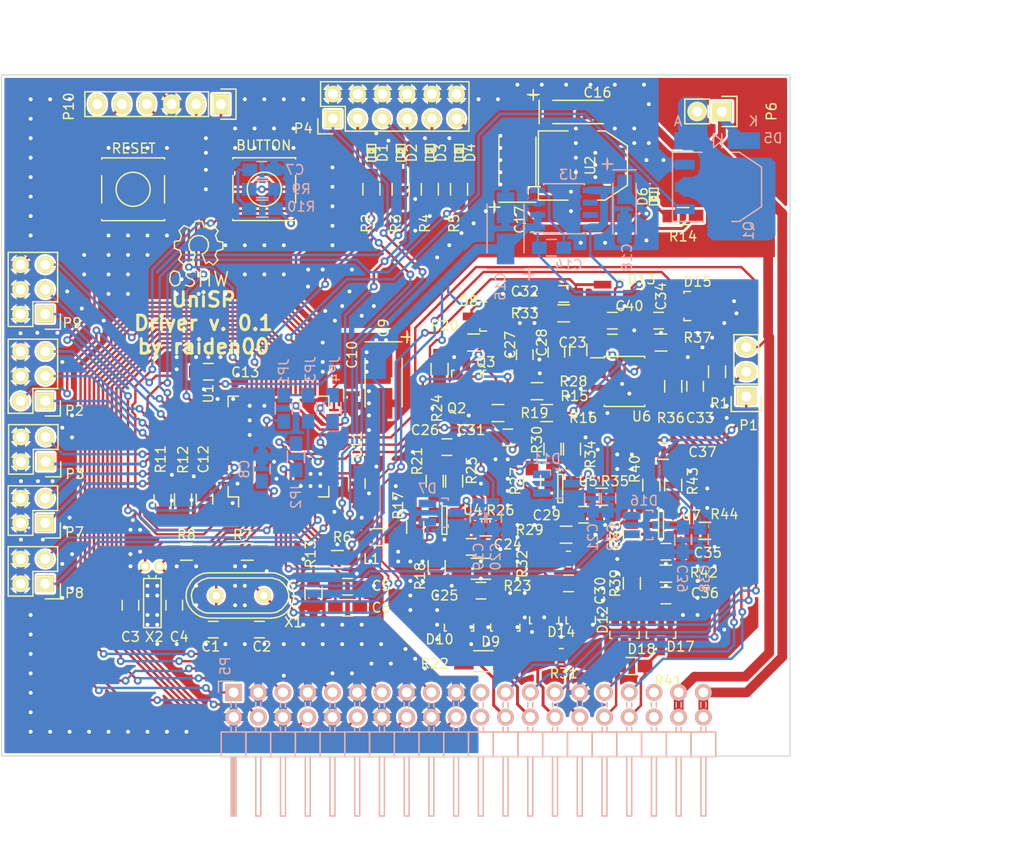
<source format=kicad_pcb>
(kicad_pcb (version 4) (host pcbnew "(2015-10-26 BZR 6281)-product")
  (layers (0 F.Cu mixed) (31 B.Cu mixed) (34 B.Paste user) (35 F.Paste user) (36 B.SilkS user) (37 F.SilkS user) (38 B.Mask user hide) (39 F.Mask user hide) (44 Edge.Cuts user))
  (net 0 "")
  (net 1 GNDA)
  (net 2 "Net-(U1-Pad20)")
  (net 3 "Net-(U1-Pad21)")
  (net 4 /uc/OSC_IN)
  (net 5 GND)
  (net 6 "Net-(C2-Pad1)")
  (net 7 /uc/OSC32_IN)
  (net 8 /uc/OSC32_OUT)
  (net 9 /uc/VDDA)
  (net 10 "Net-(C7-Pad1)")
  (net 11 /uc/NRST)
  (net 12 /analog/ADC_CURR1)
  (net 13 /analog/V_SENSE2_+)
  (net 14 /analog/ADC_CURR2)
  (net 15 /analog/V_SENSE1_+)
  (net 16 /analog/ADC_CURR3)
  (net 17 /uc/HRTIM1_CHC1)
  (net 18 /uc/HRTIM1_CHC2)
  (net 19 /uc/HRTIM1_CHD2)
  (net 20 /uc/HRTIM1_CHB2)
  (net 21 /uc/HRTIM1_CHD1)
  (net 22 /uc/HRTIM1_CHB1)
  (net 23 /uc/HRTIM1_CHE2)
  (net 24 /uc/HRTIM1_CHA2)
  (net 25 /uc/HRTIM1_CHE1)
  (net 26 /uc/HRTIM1_CHA1)
  (net 27 /analog/C_SENSE1_-)
  (net 28 /analog/V_SENSE1_-)
  (net 29 /analog/C_SENSE1_+)
  (net 30 /analog/V_SENSE3_+)
  (net 31 /analog/C_SENSE2_-)
  (net 32 /analog/C_SENSE2_+)
  (net 33 /analog/C_SENSE3_-)
  (net 34 /analog/V_SENSE2_-)
  (net 35 /analog/C_SENSE3_+)
  (net 36 +12C)
  (net 37 /uc/SWDCLK)
  (net 38 /uc/SWDIO)
  (net 39 "Net-(Q2-Pad1)")
  (net 40 "Net-(Q2-Pad2)")
  (net 41 "Net-(Q2-Pad3)")
  (net 42 /uc/OSC_OUT)
  (net 43 /uc/BUTTON)
  (net 44 /uc/VSSA)
  (net 45 +5V)
  (net 46 /uc/ADC_V1)
  (net 47 /uc/ADC_V2)
  (net 48 /uc/MISC0)
  (net 49 /uc/MISC2)
  (net 50 /uc/MISC3)
  (net 51 /uc/COMP2_INP)
  (net 52 /uc/ADC_V3)
  (net 53 /uc/OPAMP2_VINM)
  (net 54 /uc/COMP4_INP/OPAMP2_VINP)
  (net 55 /uc/ADC_TEMP)
  (net 56 /uc/COMP4_INM)
  (net 57 /uc/MISC4)
  (net 58 /uc/COMP6_INP)
  (net 59 /uc/TIM3_CH1)
  (net 60 /uc/HRTIM1_FLT5)
  (net 61 /uc/MISC5)
  (net 62 /uc/MISC6)
  (net 63 /uc/HRTIM1_EEV1)
  (net 64 /uc/HRTIM1_EEV2)
  (net 65 /uc/MISC7)
  (net 66 /uc/SPI_SCK)
  (net 67 /uc/SPI_MISO)
  (net 68 /uc/SPI_MOSI)
  (net 69 /uc/USART_TX)
  (net 70 /uc/USART_RX)
  (net 71 /uc/MISC8)
  (net 72 /uc/MISC9)
  (net 73 "Net-(C4-Pad1)")
  (net 74 +3.3VP)
  (net 75 "Net-(C14-Pad2)")
  (net 76 "Net-(D1-Pad2)")
  (net 77 "Net-(D2-Pad2)")
  (net 78 "Net-(D3-Pad2)")
  (net 79 "Net-(D4-Pad2)")
  (net 80 "Net-(P1-Pad2)")
  (net 81 "Net-(C24-Pad1)")
  (net 82 "Net-(C25-Pad1)")
  (net 83 "Net-(C28-Pad2)")
  (net 84 "Net-(C29-Pad1)")
  (net 85 "Net-(C30-Pad1)")
  (net 86 "Net-(C33-Pad2)")
  (net 87 "Net-(C35-Pad1)")
  (net 88 "Net-(C36-Pad1)")
  (net 89 "Net-(D5-Pad2)")
  (net 90 "Net-(D6-Pad1)")
  (net 91 /uc/SPI_NSS)
  (net 92 "Net-(P5-Pad21)")
  (net 93 "Net-(P5-Pad22)")
  (net 94 "Net-(P5-Pad35)")
  (net 95 "Net-(P5-Pad36)")
  (net 96 "Net-(R11-Pad2)")
  (net 97 "Net-(R21-Pad1)")
  (net 98 "Net-(R25-Pad2)")
  (net 99 "Net-(R30-Pad1)")
  (net 100 "Net-(R34-Pad2)")
  (net 101 "Net-(R40-Pad1)")
  (net 102 "Net-(R43-Pad2)")
  (net 103 "Net-(P10-Pad6)")
  (net 104 /uc/MISC1)
  (module Housings_QFP:LQFP-64_10x10mm_Pitch0.5mm (layer F.Cu) (at 146.455644 68.692176 90)
    (fp_text reference U1 (at 5.442176 -7.2 90) (layer F.SilkS))
    (fp_text value STM32F334Rx)
    (pad 1 smd rect (at -5.7 -3.75 90) (size 1 0.25) (layers F.Cu F.Paste F.Mask) (net 74 +3.3VP))
    (pad 2 smd rect (at -5.7 -3.25 90) (size 1 0.25) (layers F.Cu F.Paste F.Mask) (net 43 /uc/BUTTON))
    (pad 3 smd rect (at -5.7 -2.75 90) (size 1 0.25) (layers F.Cu F.Paste F.Mask) (net 7 /uc/OSC32_IN))
    (pad 4 smd rect (at -5.7 -2.25 90) (size 1 0.25) (layers F.Cu F.Paste F.Mask) (net 8 /uc/OSC32_OUT))
    (pad 5 smd rect (at -5.7 -1.75 90) (size 1 0.25) (layers F.Cu F.Paste F.Mask) (net 4 /uc/OSC_IN))
    (pad 6 smd rect (at -5.7 -1.25 90) (size 1 0.25) (layers F.Cu F.Paste F.Mask) (net 42 /uc/OSC_OUT))
    (pad 7 smd rect (at -5.7 -0.75 90) (size 1 0.25) (layers F.Cu F.Paste F.Mask) (net 11 /uc/NRST))
    (pad 8 smd rect (at -5.7 -0.25 90) (size 1 0.25) (layers F.Cu F.Paste F.Mask) (net 46 /uc/ADC_V1))
    (pad 9 smd rect (at -5.7 0.25 90) (size 1 0.25) (layers F.Cu F.Paste F.Mask) (net 47 /uc/ADC_V2))
    (pad 10 smd rect (at -5.7 0.75 90) (size 1 0.25) (layers F.Cu F.Paste F.Mask) (net 12 /analog/ADC_CURR1))
    (pad 11 smd rect (at -5.7 1.25 90) (size 1 0.25) (layers F.Cu F.Paste F.Mask) (net 16 /analog/ADC_CURR3))
    (pad 12 smd rect (at -5.7 1.75 90) (size 1 0.25) (layers F.Cu F.Paste F.Mask) (net 44 /uc/VSSA))
    (pad 13 smd rect (at -5.7 2.25 90) (size 1 0.25) (layers F.Cu F.Paste F.Mask) (net 9 /uc/VDDA))
    (pad 14 smd rect (at -5.7 2.75 90) (size 1 0.25) (layers F.Cu F.Paste F.Mask) (net 48 /uc/MISC0))
    (pad 15 smd rect (at -5.7 3.25 90) (size 1 0.25) (layers F.Cu F.Paste F.Mask) (net 104 /uc/MISC1))
    (pad 16 smd rect (at -5.7 3.75 90) (size 1 0.25) (layers F.Cu F.Paste F.Mask) (net 49 /uc/MISC2))
    (pad 17 smd rect (at -3.75 5.7 180) (size 1 0.25) (layers F.Cu F.Paste F.Mask) (net 50 /uc/MISC3))
    (pad 18 smd rect (at -3.25 5.7 180) (size 1 0.25) (layers F.Cu F.Paste F.Mask) (net 5 GND))
    (pad 19 smd rect (at -2.75 5.7 180) (size 1 0.25) (layers F.Cu F.Paste F.Mask) (net 74 +3.3VP))
    (pad 20 smd rect (at -2.25 5.7 180) (size 1 0.25) (layers F.Cu F.Paste F.Mask) (net 2 "Net-(U1-Pad20)"))
    (pad 21 smd rect (at -1.75 5.7 180) (size 1 0.25) (layers F.Cu F.Paste F.Mask) (net 3 "Net-(U1-Pad21)"))
    (pad 22 smd rect (at -1.25 5.7 180) (size 1 0.25) (layers F.Cu F.Paste F.Mask) (net 14 /analog/ADC_CURR2))
    (pad 23 smd rect (at -0.75 5.7 180) (size 1 0.25) (layers F.Cu F.Paste F.Mask) (net 51 /uc/COMP2_INP))
    (pad 24 smd rect (at -0.25 5.7 180) (size 1 0.25) (layers F.Cu F.Paste F.Mask) (net 52 /uc/ADC_V3))
    (pad 25 smd rect (at 0.25 5.7 180) (size 1 0.25) (layers F.Cu F.Paste F.Mask) (net 53 /uc/OPAMP2_VINM))
    (pad 26 smd rect (at 0.75 5.7 180) (size 1 0.25) (layers F.Cu F.Paste F.Mask) (net 54 /uc/COMP4_INP/OPAMP2_VINP))
    (pad 27 smd rect (at 1.25 5.7 180) (size 1 0.25) (layers F.Cu F.Paste F.Mask) (net 55 /uc/ADC_TEMP))
    (pad 28 smd rect (at 1.75 5.7 180) (size 1 0.25) (layers F.Cu F.Paste F.Mask) (net 56 /uc/COMP4_INM))
    (pad 29 smd rect (at 2.25 5.7 180) (size 1 0.25) (layers F.Cu F.Paste F.Mask) (net 57 /uc/MISC4))
    (pad 30 smd rect (at 2.75 5.7 180) (size 1 0.25) (layers F.Cu F.Paste F.Mask) (net 58 /uc/COMP6_INP))
    (pad 31 smd rect (at 3.25 5.7 180) (size 1 0.25) (layers F.Cu F.Paste F.Mask) (net 5 GND))
    (pad 32 smd rect (at 3.75 5.7 180) (size 1 0.25) (layers F.Cu F.Paste F.Mask) (net 74 +3.3VP))
    (pad 33 smd rect (at 5.7 3.75 90) (size 1 0.25) (layers F.Cu F.Paste F.Mask) (net 17 /uc/HRTIM1_CHC1))
    (pad 34 smd rect (at 5.7 3.25 90) (size 1 0.25) (layers F.Cu F.Paste F.Mask) (net 18 /uc/HRTIM1_CHC2))
    (pad 35 smd rect (at 5.7 2.75 90) (size 1 0.25) (layers F.Cu F.Paste F.Mask) (net 21 /uc/HRTIM1_CHD1))
    (pad 36 smd rect (at 5.7 2.25 90) (size 1 0.25) (layers F.Cu F.Paste F.Mask) (net 19 /uc/HRTIM1_CHD2))
    (pad 37 smd rect (at 5.7 1.75 90) (size 1 0.25) (layers F.Cu F.Paste F.Mask) (net 59 /uc/TIM3_CH1))
    (pad 38 smd rect (at 5.7 1.25 90) (size 1 0.25) (layers F.Cu F.Paste F.Mask) (net 60 /uc/HRTIM1_FLT5))
    (pad 39 smd rect (at 5.7 0.75 90) (size 1 0.25) (layers F.Cu F.Paste F.Mask) (net 25 /uc/HRTIM1_CHE1))
    (pad 40 smd rect (at 5.7 0.25 90) (size 1 0.25) (layers F.Cu F.Paste F.Mask) (net 23 /uc/HRTIM1_CHE2))
    (pad 41 smd rect (at 5.7 -0.25 90) (size 1 0.25) (layers F.Cu F.Paste F.Mask) (net 26 /uc/HRTIM1_CHA1))
    (pad 42 smd rect (at 5.7 -0.75 90) (size 1 0.25) (layers F.Cu F.Paste F.Mask) (net 24 /uc/HRTIM1_CHA2))
    (pad 43 smd rect (at 5.7 -1.25 90) (size 1 0.25) (layers F.Cu F.Paste F.Mask) (net 22 /uc/HRTIM1_CHB1))
    (pad 44 smd rect (at 5.7 -1.75 90) (size 1 0.25) (layers F.Cu F.Paste F.Mask) (net 20 /uc/HRTIM1_CHB2))
    (pad 45 smd rect (at 5.7 -2.25 90) (size 1 0.25) (layers F.Cu F.Paste F.Mask) (net 61 /uc/MISC5))
    (pad 46 smd rect (at 5.7 -2.75 90) (size 1 0.25) (layers F.Cu F.Paste F.Mask) (net 38 /uc/SWDIO))
    (pad 47 smd rect (at 5.7 -3.25 90) (size 1 0.25) (layers F.Cu F.Paste F.Mask) (net 5 GND))
    (pad 48 smd rect (at 5.7 -3.75 90) (size 1 0.25) (layers F.Cu F.Paste F.Mask) (net 74 +3.3VP))
    (pad 49 smd rect (at 3.75 -5.7 180) (size 1 0.25) (layers F.Cu F.Paste F.Mask) (net 37 /uc/SWDCLK))
    (pad 50 smd rect (at 3.25 -5.7 180) (size 1 0.25) (layers F.Cu F.Paste F.Mask) (net 91 /uc/SPI_NSS))
    (pad 51 smd rect (at 2.75 -5.7 180) (size 1 0.25) (layers F.Cu F.Paste F.Mask) (net 62 /uc/MISC6))
    (pad 52 smd rect (at 2.25 -5.7 180) (size 1 0.25) (layers F.Cu F.Paste F.Mask) (net 63 /uc/HRTIM1_EEV1))
    (pad 53 smd rect (at 1.75 -5.7 180) (size 1 0.25) (layers F.Cu F.Paste F.Mask) (net 64 /uc/HRTIM1_EEV2))
    (pad 54 smd rect (at 1.25 -5.7 180) (size 1 0.25) (layers F.Cu F.Paste F.Mask) (net 65 /uc/MISC7))
    (pad 55 smd rect (at 0.75 -5.7 180) (size 1 0.25) (layers F.Cu F.Paste F.Mask) (net 66 /uc/SPI_SCK))
    (pad 56 smd rect (at 0.25 -5.7 180) (size 1 0.25) (layers F.Cu F.Paste F.Mask) (net 67 /uc/SPI_MISO))
    (pad 57 smd rect (at -0.25 -5.7 180) (size 1 0.25) (layers F.Cu F.Paste F.Mask) (net 68 /uc/SPI_MOSI))
    (pad 58 smd rect (at -0.75 -5.7 180) (size 1 0.25) (layers F.Cu F.Paste F.Mask) (net 69 /uc/USART_TX))
    (pad 59 smd rect (at -1.25 -5.7 180) (size 1 0.25) (layers F.Cu F.Paste F.Mask) (net 70 /uc/USART_RX))
    (pad 60 smd rect (at -1.75 -5.7 180) (size 1 0.25) (layers F.Cu F.Paste F.Mask) (net 96 "Net-(R11-Pad2)"))
    (pad 61 smd rect (at -2.25 -5.7 180) (size 1 0.25) (layers F.Cu F.Paste F.Mask) (net 71 /uc/MISC8))
    (pad 62 smd rect (at -2.75 -5.7 180) (size 1 0.25) (layers F.Cu F.Paste F.Mask) (net 72 /uc/MISC9))
    (pad 63 smd rect (at -3.25 -5.7 180) (size 1 0.25) (layers F.Cu F.Paste F.Mask) (net 5 GND))
    (pad 64 smd rect (at -3.75 -5.7 180) (size 1 0.25) (layers F.Cu F.Paste F.Mask) (net 74 +3.3VP))
  )
  (module Housings_SOT-23_SOT-143_TSOT-6:SOT-23_Handsoldering (layer F.Cu) (at 165.75 61.5)
    (fp_text reference Q2 (at -1 3.25) (layer F.SilkS))
    (fp_text value 2n3904)
    (pad 1 smd rect (at -0.95 1.50114) (size 0.8001 1.80086) (layers F.Cu F.Paste F.Mask) (net 39 "Net-(Q2-Pad1)"))
    (pad 2 smd rect (at 0.95 1.50114) (size 0.8001 1.80086) (layers F.Cu F.Paste F.Mask) (net 40 "Net-(Q2-Pad2)"))
    (pad 3 smd rect (at 0 -1.50114) (size 0.8001 1.80086) (layers F.Cu F.Paste F.Mask) (net 41 "Net-(Q2-Pad3)"))
  )
  (module Pin_Headers:Pin_Header_Straight_2x06 (layer F.Cu) (at 152.05 35 90)
    (fp_text reference P4 (at -1 -3.05 180) (layer F.SilkS))
    (fp_text value MISC)
    (pad 1 thru_hole rect (at 0 0 90) (size 1.7272 1.7272) (drill 1.016) (layers *.Cu *.Mask F.SilkS) (net 48 /uc/MISC0))
    (pad 2 thru_hole oval (at 2.54 0 90) (size 1.7272 1.7272) (drill 1.016) (layers *.Cu *.Mask F.SilkS) (net 5 GND))
    (pad 3 thru_hole oval (at 0 2.54 90) (size 1.7272 1.7272) (drill 1.016) (layers *.Cu *.Mask F.SilkS) (net 104 /uc/MISC1))
    (pad 4 thru_hole oval (at 2.54 2.54 90) (size 1.7272 1.7272) (drill 1.016) (layers *.Cu *.Mask F.SilkS) (net 5 GND))
    (pad 5 thru_hole oval (at 0 5.08 90) (size 1.7272 1.7272) (drill 1.016) (layers *.Cu *.Mask F.SilkS) (net 57 /uc/MISC4))
    (pad 6 thru_hole oval (at 2.54 5.08 90) (size 1.7272 1.7272) (drill 1.016) (layers *.Cu *.Mask F.SilkS) (net 5 GND))
    (pad 7 thru_hole oval (at 0 7.62 90) (size 1.7272 1.7272) (drill 1.016) (layers *.Cu *.Mask F.SilkS) (net 61 /uc/MISC5))
    (pad 8 thru_hole oval (at 2.54 7.62 90) (size 1.7272 1.7272) (drill 1.016) (layers *.Cu *.Mask F.SilkS) (net 5 GND))
    (pad 9 thru_hole oval (at 0 10.16 90) (size 1.7272 1.7272) (drill 1.016) (layers *.Cu *.Mask F.SilkS) (net 62 /uc/MISC6))
    (pad 10 thru_hole oval (at 2.54 10.16 90) (size 1.7272 1.7272) (drill 1.016) (layers *.Cu *.Mask F.SilkS) (net 5 GND))
    (pad 11 thru_hole oval (at 0 12.7 90) (size 1.7272 1.7272) (drill 1.016) (layers *.Cu *.Mask F.SilkS) (net 65 /uc/MISC7))
    (pad 12 thru_hole oval (at 2.54 12.7 90) (size 1.7272 1.7272) (drill 1.016) (layers *.Cu *.Mask F.SilkS) (net 5 GND))
  )
  (module Resistors_SMD:R_0805_HandSoldering (layer F.Cu) (at 134.55 74.25 270)
    (fp_text reference R11 (at -4.25 0.2 270) (layer F.SilkS))
    (fp_text value N/A)
    (pad 1 smd rect (at -1.35 0 270) (size 1.5 1.3) (layers F.Cu F.Paste F.Mask) (net 74 +3.3VP))
    (pad 2 smd rect (at 1.35 0 270) (size 1.5 1.3) (layers F.Cu F.Paste F.Mask) (net 96 "Net-(R11-Pad2)"))
  )
  (module Capacitors_Tantalum_SMD:TantalC_SizeA_EIA-3216_HandSoldering (layer B.Cu) (at 182 44.25 270)
    (fp_text reference C18 (at 5 -0.25 270) (layer B.SilkS) (effects (justify mirror)))
    (fp_text value 3.3u)
    (fp_text user + (at -4.59994 1.80086 270) (layer B.SilkS) (effects (justify mirror)))
    (pad 2 smd rect (at 1.99898 0 270) (size 2.99974 1.50114) (layers B.Cu B.Paste B.Mask) (net 5 GND))
    (pad 1 smd rect (at -1.99898 0 270) (size 2.99974 1.50114) (layers B.Cu B.Paste B.Mask) (net 45 +5V))
  )
  (module Capacitors_Tantalum_SMD:TantalC_SizeA_EIA-3216_HandSoldering (layer F.Cu) (at 177.221441 34.307865)
    (fp_text reference C16 (at 2 -2) (layer F.SilkS))
    (fp_text value 3.3u)
    (fp_text user + (at -4.59994 -1.80086) (layer F.SilkS))
    (pad 2 smd rect (at 1.99898 0) (size 2.99974 1.50114) (layers F.Cu F.Paste F.Mask) (net 5 GND))
    (pad 1 smd rect (at -1.99898 0) (size 2.99974 1.50114) (layers F.Cu F.Paste F.Mask) (net 36 +12C))
  )
  (module Pin_Headers:Pin_Header_Angled_2x20 (layer B.Cu) (at 141.84 93.96 270)
    (fp_text reference P5 (at -2.71 0.84 270) (layer B.SilkS) (effects (justify mirror)))
    (fp_text value MAINBOARD_CONN)
    (pad 1 thru_hole rect (at 0 0 270) (size 1.7272 1.7272) (drill 1.016) (layers *.Cu *.Mask B.SilkS) (net 17 /uc/HRTIM1_CHC1))
    (pad 2 thru_hole oval (at 2.54 0 270) (size 1.7272 1.7272) (drill 1.016) (layers *.Cu *.Mask B.SilkS) (net 5 GND))
    (pad 3 thru_hole oval (at 0 -2.54 270) (size 1.7272 1.7272) (drill 1.016) (layers *.Cu *.Mask B.SilkS) (net 5 GND))
    (pad 4 thru_hole oval (at 2.54 -2.54 270) (size 1.7272 1.7272) (drill 1.016) (layers *.Cu *.Mask B.SilkS) (net 18 /uc/HRTIM1_CHC2))
    (pad 5 thru_hole oval (at 0 -5.08 270) (size 1.7272 1.7272) (drill 1.016) (layers *.Cu *.Mask B.SilkS) (net 19 /uc/HRTIM1_CHD2))
    (pad 6 thru_hole oval (at 2.54 -5.08 270) (size 1.7272 1.7272) (drill 1.016) (layers *.Cu *.Mask B.SilkS) (net 5 GND))
    (pad 7 thru_hole oval (at 0 -7.62 270) (size 1.7272 1.7272) (drill 1.016) (layers *.Cu *.Mask B.SilkS) (net 5 GND))
    (pad 8 thru_hole oval (at 2.54 -7.62 270) (size 1.7272 1.7272) (drill 1.016) (layers *.Cu *.Mask B.SilkS) (net 20 /uc/HRTIM1_CHB2))
    (pad 9 thru_hole oval (at 0 -10.16 270) (size 1.7272 1.7272) (drill 1.016) (layers *.Cu *.Mask B.SilkS) (net 21 /uc/HRTIM1_CHD1))
    (pad 10 thru_hole oval (at 2.54 -10.16 270) (size 1.7272 1.7272) (drill 1.016) (layers *.Cu *.Mask B.SilkS) (net 5 GND))
    (pad 11 thru_hole oval (at 0 -12.7 270) (size 1.7272 1.7272) (drill 1.016) (layers *.Cu *.Mask B.SilkS) (net 5 GND))
    (pad 12 thru_hole oval (at 2.54 -12.7 270) (size 1.7272 1.7272) (drill 1.016) (layers *.Cu *.Mask B.SilkS) (net 22 /uc/HRTIM1_CHB1))
    (pad 13 thru_hole oval (at 0 -15.24 270) (size 1.7272 1.7272) (drill 1.016) (layers *.Cu *.Mask B.SilkS) (net 23 /uc/HRTIM1_CHE2))
    (pad 14 thru_hole oval (at 2.54 -15.24 270) (size 1.7272 1.7272) (drill 1.016) (layers *.Cu *.Mask B.SilkS) (net 5 GND))
    (pad 15 thru_hole oval (at 0 -17.78 270) (size 1.7272 1.7272) (drill 1.016) (layers *.Cu *.Mask B.SilkS) (net 5 GND))
    (pad 16 thru_hole oval (at 2.54 -17.78 270) (size 1.7272 1.7272) (drill 1.016) (layers *.Cu *.Mask B.SilkS) (net 24 /uc/HRTIM1_CHA2))
    (pad 17 thru_hole oval (at 0 -20.32 270) (size 1.7272 1.7272) (drill 1.016) (layers *.Cu *.Mask B.SilkS) (net 25 /uc/HRTIM1_CHE1))
    (pad 18 thru_hole oval (at 2.54 -20.32 270) (size 1.7272 1.7272) (drill 1.016) (layers *.Cu *.Mask B.SilkS) (net 5 GND))
    (pad 19 thru_hole oval (at 0 -22.86 270) (size 1.7272 1.7272) (drill 1.016) (layers *.Cu *.Mask B.SilkS) (net 5 GND))
    (pad 20 thru_hole oval (at 2.54 -22.86 270) (size 1.7272 1.7272) (drill 1.016) (layers *.Cu *.Mask B.SilkS) (net 26 /uc/HRTIM1_CHA1))
    (pad 21 thru_hole oval (at 0 -25.4 270) (size 1.7272 1.7272) (drill 1.016) (layers *.Cu *.Mask B.SilkS) (net 92 "Net-(P5-Pad21)"))
    (pad 22 thru_hole oval (at 2.54 -25.4 270) (size 1.7272 1.7272) (drill 1.016) (layers *.Cu *.Mask B.SilkS) (net 93 "Net-(P5-Pad22)"))
    (pad 23 thru_hole oval (at 0 -27.94 270) (size 1.7272 1.7272) (drill 1.016) (layers *.Cu *.Mask B.SilkS) (net 15 /analog/V_SENSE1_+))
    (pad 24 thru_hole oval (at 2.54 -27.94 270) (size 1.7272 1.7272) (drill 1.016) (layers *.Cu *.Mask B.SilkS) (net 27 /analog/C_SENSE1_-))
    (pad 25 thru_hole oval (at 0 -30.48 270) (size 1.7272 1.7272) (drill 1.016) (layers *.Cu *.Mask B.SilkS) (net 28 /analog/V_SENSE1_-))
    (pad 26 thru_hole oval (at 2.54 -30.48 270) (size 1.7272 1.7272) (drill 1.016) (layers *.Cu *.Mask B.SilkS) (net 29 /analog/C_SENSE1_+))
    (pad 27 thru_hole oval (at 0 -33.02 270) (size 1.7272 1.7272) (drill 1.016) (layers *.Cu *.Mask B.SilkS) (net 30 /analog/V_SENSE3_+))
    (pad 28 thru_hole oval (at 2.54 -33.02 270) (size 1.7272 1.7272) (drill 1.016) (layers *.Cu *.Mask B.SilkS) (net 31 /analog/C_SENSE2_-))
    (pad 29 thru_hole oval (at 0 -35.56 270) (size 1.7272 1.7272) (drill 1.016) (layers *.Cu *.Mask B.SilkS) (net 1 GNDA))
    (pad 30 thru_hole oval (at 2.54 -35.56 270) (size 1.7272 1.7272) (drill 1.016) (layers *.Cu *.Mask B.SilkS) (net 32 /analog/C_SENSE2_+))
    (pad 31 thru_hole oval (at 0 -38.1 270) (size 1.7272 1.7272) (drill 1.016) (layers *.Cu *.Mask B.SilkS) (net 13 /analog/V_SENSE2_+))
    (pad 32 thru_hole oval (at 2.54 -38.1 270) (size 1.7272 1.7272) (drill 1.016) (layers *.Cu *.Mask B.SilkS) (net 33 /analog/C_SENSE3_-))
    (pad 33 thru_hole oval (at 0 -40.64 270) (size 1.7272 1.7272) (drill 1.016) (layers *.Cu *.Mask B.SilkS) (net 34 /analog/V_SENSE2_-))
    (pad 34 thru_hole oval (at 2.54 -40.64 270) (size 1.7272 1.7272) (drill 1.016) (layers *.Cu *.Mask B.SilkS) (net 35 /analog/C_SENSE3_+))
    (pad 35 thru_hole oval (at 0 -43.18 270) (size 1.7272 1.7272) (drill 1.016) (layers *.Cu *.Mask B.SilkS) (net 94 "Net-(P5-Pad35)"))
    (pad 36 thru_hole oval (at 2.54 -43.18 270) (size 1.7272 1.7272) (drill 1.016) (layers *.Cu *.Mask B.SilkS) (net 95 "Net-(P5-Pad36)"))
    (pad 37 thru_hole oval (at 0 -45.72 270) (size 1.7272 1.7272) (drill 1.016) (layers *.Cu *.Mask B.SilkS) (net 5 GND))
    (pad 38 thru_hole oval (at 2.54 -45.72 270) (size 1.7272 1.7272) (drill 1.016) (layers *.Cu *.Mask B.SilkS) (net 5 GND))
    (pad 39 thru_hole oval (at 0 -48.26 270) (size 1.7272 1.7272) (drill 1.016) (layers *.Cu *.Mask B.SilkS) (net 36 +12C))
    (pad 40 thru_hole oval (at 2.54 -48.26 270) (size 1.7272 1.7272) (drill 1.016) (layers *.Cu *.Mask B.SilkS) (net 36 +12C))
  )
  (module SMD_Packages:SOT-223 (layer F.Cu) (at 177.721441 39.807865 270)
    (fp_text reference U2 (at 0 -0.762 270) (layer F.SilkS))
    (fp_text value LT1129CST-5)
    (pad 4 smd rect (at 0 -3.302 270) (size 3.6576 2.032) (layers F.Cu F.Paste F.Mask) (net 5 GND))
    (pad 2 smd rect (at 0 3.302 270) (size 1.016 2.032) (layers F.Cu F.Paste F.Mask) (net 5 GND))
    (pad 3 smd rect (at 2.286 3.302 270) (size 1.016 2.032) (layers F.Cu F.Paste F.Mask) (net 45 +5V))
    (pad 1 smd rect (at -2.286 3.302 270) (size 1.016 2.032) (layers F.Cu F.Paste F.Mask) (net 36 +12C))
  )
  (module Crystals:Crystal_HC49-U_Vertical (layer F.Cu) (at 142.5 84 180)
    (fp_text reference X1 (at -5.5 -2.75 180) (layer F.SilkS))
    (fp_text value 8MHz)
    (pad 1 thru_hole circle (at -2.44094 0 180) (size 1.50114 1.50114) (drill 0.8001) (layers *.Cu *.Mask F.SilkS) (net 6 "Net-(C2-Pad1)"))
    (pad 2 thru_hole circle (at 2.44094 0 180) (size 1.50114 1.50114) (drill 0.8001) (layers *.Cu *.Mask F.SilkS) (net 4 /uc/OSC_IN))
  )
  (module Capacitors_SMD:C_0805_HandSoldering (layer F.Cu) (at 139.75 87.5)
    (fp_text reference C1 (at -0.25 1.75 180) (layer F.SilkS))
    (fp_text value 20p)
    (pad 1 smd rect (at -1.25 0) (size 1.5 1.25) (layers F.Cu F.Paste F.Mask) (net 4 /uc/OSC_IN))
    (pad 2 smd rect (at 1.25 0) (size 1.5 1.25) (layers F.Cu F.Paste F.Mask) (net 5 GND))
  )
  (module Capacitors_SMD:C_0805_HandSoldering (layer F.Cu) (at 144.5 87.5 180)
    (fp_text reference C2 (at -0.25 -1.75 360) (layer F.SilkS))
    (fp_text value 20p)
    (pad 1 smd rect (at -1.25 0 180) (size 1.5 1.25) (layers F.Cu F.Paste F.Mask) (net 6 "Net-(C2-Pad1)"))
    (pad 2 smd rect (at 1.25 0 180) (size 1.5 1.25) (layers F.Cu F.Paste F.Mask) (net 5 GND))
  )
  (module Capacitors_SMD:C_0805_HandSoldering (layer F.Cu) (at 131.25 85 270)
    (fp_text reference C3 (at 3.25 0 360) (layer F.SilkS))
    (fp_text value 10p)
    (pad 1 smd rect (at -1.25 0 270) (size 1.5 1.25) (layers F.Cu F.Paste F.Mask) (net 7 /uc/OSC32_IN))
    (pad 2 smd rect (at 1.25 0 270) (size 1.5 1.25) (layers F.Cu F.Paste F.Mask) (net 5 GND))
  )
  (module Capacitors_SMD:C_0805_HandSoldering (layer F.Cu) (at 135.75 85 270)
    (fp_text reference C4 (at 3.25 -0.5 360) (layer F.SilkS))
    (fp_text value 10p)
    (pad 1 smd rect (at -1.25 0 270) (size 1.5 1.25) (layers F.Cu F.Paste F.Mask) (net 73 "Net-(C4-Pad1)"))
    (pad 2 smd rect (at 1.25 0 270) (size 1.5 1.25) (layers F.Cu F.Paste F.Mask) (net 5 GND))
  )
  (module Capacitors_SMD:C_0805_HandSoldering (layer F.Cu) (at 153.55 83.1)
    (fp_text reference C5 (at 3.45 -0.1) (layer F.SilkS))
    (fp_text value 10n)
    (pad 1 smd rect (at -1.25 0) (size 1.5 1.25) (layers F.Cu F.Paste F.Mask) (net 44 /uc/VSSA))
    (pad 2 smd rect (at 1.25 0) (size 1.5 1.25) (layers F.Cu F.Paste F.Mask) (net 9 /uc/VDDA))
  )
  (module Capacitors_SMD:C_0805_HandSoldering (layer B.Cu) (at 144.75 40.25)
    (fp_text reference C7 (at 3.4 0) (layer B.SilkS) (effects (justify mirror)))
    (fp_text value 100n)
    (pad 1 smd rect (at -1.25 0) (size 1.5 1.25) (layers B.Cu B.Paste B.Mask) (net 10 "Net-(C7-Pad1)"))
    (pad 2 smd rect (at 1.25 0) (size 1.5 1.25) (layers B.Cu B.Paste B.Mask) (net 5 GND))
  )
  (module Capacitors_SMD:C_0805_HandSoldering (layer B.Cu) (at 144.75 71 90)
    (fp_text reference C8 (at 0 -1.8 90) (layer B.SilkS) (effects (justify mirror)))
    (fp_text value 100n)
    (pad 1 smd rect (at -1.25 0 90) (size 1.5 1.25) (layers B.Cu B.Paste B.Mask) (net 11 /uc/NRST))
    (pad 2 smd rect (at 1.25 0 90) (size 1.5 1.25) (layers B.Cu B.Paste B.Mask) (net 5 GND))
  )
  (module Capacitors_SMD:C_0805_HandSoldering (layer F.Cu) (at 154 63.25 270)
    (fp_text reference C10 (at -4 0 270) (layer F.SilkS))
    (fp_text value 100n)
    (pad 1 smd rect (at -1.25 0 270) (size 1.5 1.25) (layers F.Cu F.Paste F.Mask) (net 74 +3.3VP))
    (pad 2 smd rect (at 1.25 0 270) (size 1.5 1.25) (layers F.Cu F.Paste F.Mask) (net 5 GND))
  )
  (module Capacitors_SMD:C_0805_HandSoldering (layer F.Cu) (at 154.5 72.5 270)
    (fp_text reference C11 (at -4 0 270) (layer F.SilkS))
    (fp_text value 100n)
    (pad 1 smd rect (at -1.25 0 270) (size 1.5 1.25) (layers F.Cu F.Paste F.Mask) (net 74 +3.3VP))
    (pad 2 smd rect (at 1.25 0 270) (size 1.5 1.25) (layers F.Cu F.Paste F.Mask) (net 5 GND))
  )
  (module Capacitors_SMD:C_0805_HandSoldering (layer F.Cu) (at 138.855644 74.092176 90)
    (fp_text reference C12 (at 4.092176 -0.105644 270) (layer F.SilkS))
    (fp_text value 100n)
    (pad 1 smd rect (at -1.25 0 90) (size 1.5 1.25) (layers F.Cu F.Paste F.Mask) (net 74 +3.3VP))
    (pad 2 smd rect (at 1.25 0 90) (size 1.5 1.25) (layers F.Cu F.Paste F.Mask) (net 5 GND))
  )
  (module Capacitors_SMD:C_0805_HandSoldering (layer F.Cu) (at 139.25 61)
    (fp_text reference C13 (at 3.794356 0.057824) (layer F.SilkS))
    (fp_text value 100n)
    (pad 1 smd rect (at -1.25 0) (size 1.5 1.25) (layers F.Cu F.Paste F.Mask) (net 74 +3.3VP))
    (pad 2 smd rect (at 1.25 0) (size 1.5 1.25) (layers F.Cu F.Paste F.Mask) (net 5 GND))
  )
  (module Capacitors_SMD:C_0805_HandSoldering (layer B.Cu) (at 167 76 270)
    (fp_text reference C19 (at 4 0 270) (layer B.SilkS) (effects (justify mirror)))
    (fp_text value 1u)
    (pad 1 smd rect (at -1.25 0 270) (size 1.5 1.25) (layers B.Cu B.Paste B.Mask) (net 74 +3.3VP))
    (pad 2 smd rect (at 1.25 0 270) (size 1.5 1.25) (layers B.Cu B.Paste B.Mask) (net 1 GNDA))
  )
  (module Capacitors_SMD:C_0805_HandSoldering (layer B.Cu) (at 168.5 76 270)
    (fp_text reference C20 (at 4 -0.25 270) (layer B.SilkS) (effects (justify mirror)))
    (fp_text value 100n)
    (pad 1 smd rect (at -1.25 0 270) (size 1.5 1.25) (layers B.Cu B.Paste B.Mask) (net 74 +3.3VP))
    (pad 2 smd rect (at 1.25 0 270) (size 1.5 1.25) (layers B.Cu B.Paste B.Mask) (net 1 GNDA))
  )
  (module Capacitors_SMD:C_0805_HandSoldering (layer B.Cu) (at 178.75 74 270)
    (fp_text reference C21 (at 4 0 270) (layer B.SilkS) (effects (justify mirror)))
    (fp_text value 1u)
    (pad 1 smd rect (at -1.25 0 270) (size 1.5 1.25) (layers B.Cu B.Paste B.Mask) (net 74 +3.3VP))
    (pad 2 smd rect (at 1.25 0 270) (size 1.5 1.25) (layers B.Cu B.Paste B.Mask) (net 1 GNDA))
  )
  (module Capacitors_SMD:C_0805_HandSoldering (layer B.Cu) (at 180.25 74 270)
    (fp_text reference C22 (at 4 -0.5 270) (layer B.SilkS) (effects (justify mirror)))
    (fp_text value 100n)
    (pad 1 smd rect (at -1.25 0 270) (size 1.5 1.25) (layers B.Cu B.Paste B.Mask) (net 74 +3.3VP))
    (pad 2 smd rect (at 1.25 0 270) (size 1.5 1.25) (layers B.Cu B.Paste B.Mask) (net 1 GNDA))
  )
  (module Capacitors_SMD:C_0805_HandSoldering (layer F.Cu) (at 180.75 58)
    (fp_text reference C23 (at -4.1 0) (layer F.SilkS))
    (fp_text value 10n)
    (pad 1 smd rect (at -1.25 0) (size 1.5 1.25) (layers F.Cu F.Paste F.Mask) (net 45 +5V))
    (pad 2 smd rect (at 1.25 0) (size 1.5 1.25) (layers F.Cu F.Paste F.Mask) (net 1 GNDA))
  )
  (module Capacitors_SMD:C_0805_HandSoldering (layer F.Cu) (at 166.25 79)
    (fp_text reference C24 (at 3.75 -0.25) (layer F.SilkS))
    (fp_text value 15n)
    (pad 1 smd rect (at -1.25 0) (size 1.5 1.25) (layers F.Cu F.Paste F.Mask) (net 81 "Net-(C24-Pad1)"))
    (pad 2 smd rect (at 1.25 0) (size 1.5 1.25) (layers F.Cu F.Paste F.Mask) (net 1 GNDA))
  )
  (module Capacitors_SMD:C_0805_HandSoldering (layer F.Cu) (at 167.25 83.5)
    (fp_text reference C25 (at -3.75 0.5) (layer F.SilkS))
    (fp_text value N/A)
    (pad 1 smd rect (at -1.25 0) (size 1.5 1.25) (layers F.Cu F.Paste F.Mask) (net 82 "Net-(C25-Pad1)"))
    (pad 2 smd rect (at 1.25 0) (size 1.5 1.25) (layers F.Cu F.Paste F.Mask) (net 1 GNDA))
  )
  (module Capacitors_SMD:C_0805_HandSoldering (layer F.Cu) (at 163.75 68.75)
    (fp_text reference C26 (at -2.25 -1.75) (layer F.SilkS))
    (fp_text value 15n)
    (pad 1 smd rect (at -1.25 0) (size 1.5 1.25) (layers F.Cu F.Paste F.Mask) (net 12 /analog/ADC_CURR1))
    (pad 2 smd rect (at 1.25 0) (size 1.5 1.25) (layers F.Cu F.Paste F.Mask) (net 1 GNDA))
  )
  (module Capacitors_SMD:C_0805_HandSoldering (layer F.Cu) (at 171.75 59.25 270)
    (fp_text reference C27 (at -1 1.5 450) (layer F.SilkS))
    (fp_text value C)
    (pad 1 smd rect (at -1.25 0 270) (size 1.5 1.25) (layers F.Cu F.Paste F.Mask) (net 52 /uc/ADC_V3))
    (pad 2 smd rect (at 1.25 0 270) (size 1.5 1.25) (layers F.Cu F.Paste F.Mask) (net 1 GNDA))
  )
  (module Capacitors_SMD:C_0805_HandSoldering (layer F.Cu) (at 175 59 90)
    (fp_text reference C28 (at 1 -1.5 90) (layer F.SilkS))
    (fp_text value C)
    (pad 1 smd rect (at -1.25 0 90) (size 1.5 1.25) (layers F.Cu F.Paste F.Mask) (net 13 /analog/V_SENSE2_+))
    (pad 2 smd rect (at 1.25 0 90) (size 1.5 1.25) (layers F.Cu F.Paste F.Mask) (net 83 "Net-(C28-Pad2)"))
  )
  (module Capacitors_SMD:C_0805_HandSoldering (layer F.Cu) (at 177.8 75.7)
    (fp_text reference C29 (at -3.8 0.05) (layer F.SilkS))
    (fp_text value 15n)
    (pad 1 smd rect (at -1.25 0) (size 1.5 1.25) (layers F.Cu F.Paste F.Mask) (net 84 "Net-(C29-Pad1)"))
    (pad 2 smd rect (at 1.25 0) (size 1.5 1.25) (layers F.Cu F.Paste F.Mask) (net 1 GNDA))
  )
  (module Housings_SOT-23_SOT-143_TSOT-6:SOT-23_Handsoldering (layer F.Cu) (at 169 61.5)
    (fp_text reference Q3 (at -1.25 -1.5) (layer F.SilkS))
    (fp_text value 2n3906)
    (pad 1 smd rect (at -0.95 1.50114) (size 0.8001 1.80086) (layers F.Cu F.Paste F.Mask) (net 30 /analog/V_SENSE3_+))
    (pad 2 smd rect (at 0.95 1.50114) (size 0.8001 1.80086) (layers F.Cu F.Paste F.Mask) (net 39 "Net-(Q2-Pad1)"))
    (pad 3 smd rect (at 0 -1.50114) (size 0.8001 1.80086) (layers F.Cu F.Paste F.Mask) (net 1 GNDA))
  )
  (module Resistors_SMD:R_0805_HandSoldering (layer F.Cu) (at 191.5 61 90)
    (fp_text reference R1 (at -3.25 0.25 180) (layer F.SilkS))
    (fp_text value 0)
    (pad 1 smd rect (at -1.35 0 90) (size 1.5 1.3) (layers F.Cu F.Paste F.Mask) (net 80 "Net-(P1-Pad2)"))
    (pad 2 smd rect (at 1.35 0 90) (size 1.5 1.3) (layers F.Cu F.Paste F.Mask) (net 55 /uc/ADC_TEMP))
  )
  (module Resistors_SMD:R_0805_HandSoldering (layer F.Cu) (at 156 42.25 90)
    (fp_text reference R2 (at -3.5 -0.5 90) (layer F.SilkS))
    (fp_text value "(510)")
    (pad 1 smd rect (at -1.35 0 90) (size 1.5 1.3) (layers F.Cu F.Paste F.Mask) (net 104 /uc/MISC1))
    (pad 2 smd rect (at 1.35 0 90) (size 1.5 1.3) (layers F.Cu F.Paste F.Mask) (net 76 "Net-(D1-Pad2)"))
  )
  (module Resistors_SMD:R_0805_HandSoldering (layer F.Cu) (at 159 42.25 90)
    (fp_text reference R3 (at -3.5 -0.5 90) (layer F.SilkS))
    (fp_text value "(510)")
    (pad 1 smd rect (at -1.35 0 90) (size 1.5 1.3) (layers F.Cu F.Paste F.Mask) (net 61 /uc/MISC5))
    (pad 2 smd rect (at 1.35 0 90) (size 1.5 1.3) (layers F.Cu F.Paste F.Mask) (net 77 "Net-(D2-Pad2)"))
  )
  (module Resistors_SMD:R_0805_HandSoldering (layer F.Cu) (at 162 42.25 90)
    (fp_text reference R4 (at -3.5 -0.5 90) (layer F.SilkS))
    (fp_text value "(510)")
    (pad 1 smd rect (at -1.35 0 90) (size 1.5 1.3) (layers F.Cu F.Paste F.Mask) (net 62 /uc/MISC6))
    (pad 2 smd rect (at 1.35 0 90) (size 1.5 1.3) (layers F.Cu F.Paste F.Mask) (net 78 "Net-(D3-Pad2)"))
  )
  (module Resistors_SMD:R_0805_HandSoldering (layer F.Cu) (at 165 42.25 90)
    (fp_text reference R5 (at -3.5 -0.5 90) (layer F.SilkS))
    (fp_text value "(510)")
    (pad 1 smd rect (at -1.35 0 90) (size 1.5 1.3) (layers F.Cu F.Paste F.Mask) (net 65 /uc/MISC7))
    (pad 2 smd rect (at 1.35 0 90) (size 1.5 1.3) (layers F.Cu F.Paste F.Mask) (net 79 "Net-(D4-Pad2)"))
  )
  (module Resistors_SMD:R_0805_HandSoldering (layer F.Cu) (at 156.75 78 180)
    (fp_text reference R6 (at 3.75 0 180) (layer F.SilkS))
    (fp_text value 0)
    (pad 1 smd rect (at -1.35 0 180) (size 1.5 1.3) (layers F.Cu F.Paste F.Mask) (net 1 GNDA))
    (pad 2 smd rect (at 1.35 0 180) (size 1.5 1.3) (layers F.Cu F.Paste F.Mask) (net 5 GND))
  )
  (module Resistors_SMD:R_0805_HandSoldering (layer F.Cu) (at 143.25 79.5)
    (fp_text reference R7 (at -0.5 -1.75) (layer F.SilkS))
    (fp_text value 390)
    (pad 1 smd rect (at -1.35 0) (size 1.5 1.3) (layers F.Cu F.Paste F.Mask) (net 42 /uc/OSC_OUT))
    (pad 2 smd rect (at 1.35 0) (size 1.5 1.3) (layers F.Cu F.Paste F.Mask) (net 6 "Net-(C2-Pad1)"))
  )
  (module Resistors_SMD:R_0805_HandSoldering (layer F.Cu) (at 137 79.5 180)
    (fp_text reference R8 (at 0 1.75 180) (layer F.SilkS))
    (fp_text value 0)
    (pad 1 smd rect (at -1.35 0 180) (size 1.5 1.3) (layers F.Cu F.Paste F.Mask) (net 8 /uc/OSC32_OUT))
    (pad 2 smd rect (at 1.35 0 180) (size 1.5 1.3) (layers F.Cu F.Paste F.Mask) (net 73 "Net-(C4-Pad1)"))
  )
  (module Resistors_SMD:R_0805_HandSoldering (layer B.Cu) (at 144.79405 42.235562)
    (fp_text reference R9 (at 4 0) (layer B.SilkS) (effects (justify mirror)))
    (fp_text value 4k7)
    (pad 1 smd rect (at -1.35 0) (size 1.5 1.3) (layers B.Cu B.Paste B.Mask) (net 74 +3.3VP))
    (pad 2 smd rect (at 1.35 0) (size 1.5 1.3) (layers B.Cu B.Paste B.Mask) (net 43 /uc/BUTTON))
  )
  (module Resistors_SMD:R_0805_HandSoldering (layer B.Cu) (at 144.79405 44.235562)
    (fp_text reference R10 (at 4 -0.2) (layer B.SilkS) (effects (justify mirror)))
    (fp_text value 100)
    (pad 1 smd rect (at -1.35 0) (size 1.5 1.3) (layers B.Cu B.Paste B.Mask) (net 10 "Net-(C7-Pad1)"))
    (pad 2 smd rect (at 1.35 0) (size 1.5 1.3) (layers B.Cu B.Paste B.Mask) (net 43 /uc/BUTTON))
  )
  (module Resistors_SMD:R_0805_HandSoldering (layer F.Cu) (at 136.65 74.15 90)
    (fp_text reference R12 (at 4.1 0 90) (layer F.SilkS))
    (fp_text value 0)
    (pad 1 smd rect (at -1.35 0 90) (size 1.5 1.3) (layers F.Cu F.Paste F.Mask) (net 96 "Net-(R11-Pad2)"))
    (pad 2 smd rect (at 1.35 0 90) (size 1.5 1.3) (layers F.Cu F.Paste F.Mask) (net 5 GND))
  )
  (module Resistors_SMD:R_0805_HandSoldering (layer F.Cu) (at 150.05 83.75 90)
    (fp_text reference R13 (at 4 -0.3 90) (layer F.SilkS))
    (fp_text value 0)
    (pad 1 smd rect (at -1.35 0 90) (size 1.5 1.3) (layers F.Cu F.Paste F.Mask) (net 5 GND))
    (pad 2 smd rect (at 1.35 0 90) (size 1.5 1.3) (layers F.Cu F.Paste F.Mask) (net 44 /uc/VSSA))
  )
  (module Resistors_SMD:R_0805_HandSoldering (layer F.Cu) (at 188 45 180)
    (fp_text reference R14 (at 0 -2.1 180) (layer F.SilkS))
    (fp_text value 1.5k)
    (pad 1 smd rect (at -1.35 0 180) (size 1.5 1.3) (layers F.Cu F.Paste F.Mask) (net 45 +5V))
    (pad 2 smd rect (at 1.35 0 180) (size 1.5 1.3) (layers F.Cu F.Paste F.Mask) (net 90 "Net-(D6-Pad1)"))
  )
  (module Resistors_SMD:R_0805_HandSoldering (layer F.Cu) (at 173 63 180)
    (fp_text reference R15 (at -3.85 -0.5 180) (layer F.SilkS))
    (fp_text value 10k)
    (pad 1 smd rect (at -1.35 0 180) (size 1.5 1.3) (layers F.Cu F.Paste F.Mask) (net 45 +5V))
    (pad 2 smd rect (at 1.35 0 180) (size 1.5 1.3) (layers F.Cu F.Paste F.Mask) (net 39 "Net-(Q2-Pad1)"))
  )
  (module Resistors_SMD:R_0805_HandSoldering (layer F.Cu) (at 160.5 77 270)
    (fp_text reference R17 (at -2.25 1.75 450) (layer F.SilkS))
    (fp_text value N/A)
    (pad 1 smd rect (at -1.35 0 270) (size 1.5 1.3) (layers F.Cu F.Paste F.Mask) (net 12 /analog/ADC_CURR1))
    (pad 2 smd rect (at 1.35 0 270) (size 1.5 1.3) (layers F.Cu F.Paste F.Mask) (net 81 "Net-(C24-Pad1)"))
  )
  (module Resistors_SMD:R_0805_HandSoldering (layer F.Cu) (at 169 65.25)
    (fp_text reference R19 (at 3.75 0) (layer F.SilkS))
    (fp_text value 68k)
    (pad 1 smd rect (at -1.35 0) (size 1.5 1.3) (layers F.Cu F.Paste F.Mask) (net 30 /analog/V_SENSE3_+))
    (pad 2 smd rect (at 1.35 0) (size 1.5 1.3) (layers F.Cu F.Paste F.Mask) (net 41 "Net-(Q2-Pad3)"))
  )
  (module Resistors_SMD:R_0805_HandSoldering (layer F.Cu) (at 166.5 58)
    (fp_text reference R20 (at -3 -1.75) (layer F.SilkS))
    (fp_text value 10)
    (pad 1 smd rect (at -1.35 0) (size 1.5 1.3) (layers F.Cu F.Paste F.Mask) (net 41 "Net-(Q2-Pad3)"))
    (pad 2 smd rect (at 1.35 0) (size 1.5 1.3) (layers F.Cu F.Paste F.Mask) (net 52 /uc/ADC_V3))
  )
  (module Resistors_SMD:R_0805_HandSoldering (layer F.Cu) (at 162.5 72.25 90)
    (fp_text reference R21 (at 2.05 -1.8 90) (layer F.SilkS))
    (fp_text value 10)
    (pad 1 smd rect (at -1.35 0 90) (size 1.5 1.3) (layers F.Cu F.Paste F.Mask) (net 97 "Net-(R21-Pad1)"))
    (pad 2 smd rect (at 1.35 0 90) (size 1.5 1.3) (layers F.Cu F.Paste F.Mask) (net 12 /analog/ADC_CURR1))
  )
  (module Resistors_SMD:R_0805_HandSoldering (layer F.Cu) (at 167.75 77)
    (fp_text reference R26 (at 1.5 -1.75) (layer F.SilkS))
    (fp_text value R)
    (pad 1 smd rect (at -1.35 0) (size 1.5 1.3) (layers F.Cu F.Paste F.Mask) (net 98 "Net-(R25-Pad2)"))
    (pad 2 smd rect (at 1.35 0) (size 1.5 1.3) (layers F.Cu F.Paste F.Mask) (net 1 GNDA))
  )
  (module Resistors_SMD:R_0805_HandSoldering (layer F.Cu) (at 172.5 72.25 270)
    (fp_text reference R27 (at 0 1.7 270) (layer F.SilkS))
    (fp_text value N/A)
    (pad 1 smd rect (at -1.35 0 270) (size 1.5 1.3) (layers F.Cu F.Paste F.Mask) (net 14 /analog/ADC_CURR2))
    (pad 2 smd rect (at 1.35 0 270) (size 1.5 1.3) (layers F.Cu F.Paste F.Mask) (net 84 "Net-(C29-Pad1)"))
  )
  (module Resistors_SMD:R_0805_HandSoldering (layer F.Cu) (at 177.25 58.75 90)
    (fp_text reference R28 (at -3.25 -0.5 180) (layer F.SilkS))
    (fp_text value 10)
    (pad 1 smd rect (at -1.35 0 90) (size 1.5 1.3) (layers F.Cu F.Paste F.Mask) (net 13 /analog/V_SENSE2_+))
    (pad 2 smd rect (at 1.35 0 90) (size 1.5 1.3) (layers F.Cu F.Paste F.Mask) (net 83 "Net-(C28-Pad2)"))
  )
  (module Resistors_SMD:R_0805_HandSoldering (layer F.Cu) (at 176 77.75)
    (fp_text reference R29 (at -3.75 -0.5) (layer F.SilkS))
    (fp_text value 10)
    (pad 1 smd rect (at -1.35 0) (size 1.5 1.3) (layers F.Cu F.Paste F.Mask) (net 85 "Net-(C30-Pad1)"))
    (pad 2 smd rect (at 1.35 0) (size 1.5 1.3) (layers F.Cu F.Paste F.Mask) (net 84 "Net-(C29-Pad1)"))
  )
  (module Resistors_SMD:R_0805_HandSoldering (layer F.Cu) (at 174.6 68.95 90)
    (fp_text reference R30 (at 0.95 -1.6 90) (layer F.SilkS))
    (fp_text value 10)
    (pad 1 smd rect (at -1.35 0 90) (size 1.5 1.3) (layers F.Cu F.Paste F.Mask) (net 99 "Net-(R30-Pad1)"))
    (pad 2 smd rect (at 1.35 0 90) (size 1.5 1.3) (layers F.Cu F.Paste F.Mask) (net 14 /analog/ADC_CURR2))
  )
  (module Resistors_SMD:R_0805_HandSoldering (layer F.Cu) (at 175.75 55)
    (fp_text reference R33 (at -4 0) (layer F.SilkS))
    (fp_text value 10)
    (pad 1 smd rect (at -1.35 0) (size 1.5 1.3) (layers F.Cu F.Paste F.Mask) (net 83 "Net-(C28-Pad2)"))
    (pad 2 smd rect (at 1.35 0) (size 1.5 1.3) (layers F.Cu F.Paste F.Mask) (net 47 /uc/ADC_V2))
  )
  (module Resistors_SMD:R_0805_HandSoldering (layer F.Cu) (at 176.6 68.95 90)
    (fp_text reference R34 (at -0.55 1.9 90) (layer F.SilkS))
    (fp_text value R)
    (pad 1 smd rect (at -1.35 0 90) (size 1.5 1.3) (layers F.Cu F.Paste F.Mask) (net 99 "Net-(R30-Pad1)"))
    (pad 2 smd rect (at 1.35 0 90) (size 1.5 1.3) (layers F.Cu F.Paste F.Mask) (net 100 "Net-(R34-Pad2)"))
  )
  (module Capacitors_SMD:C_0805_HandSoldering (layer F.Cu) (at 153.55 85.25 180)
    (fp_text reference C6 (at -3.45 0 180) (layer F.SilkS))
    (fp_text value 1u)
    (pad 1 smd rect (at -1.25 0 180) (size 1.5 1.25) (layers F.Cu F.Paste F.Mask) (net 9 /uc/VDDA))
    (pad 2 smd rect (at 1.25 0 180) (size 1.5 1.25) (layers F.Cu F.Paste F.Mask) (net 44 /uc/VSSA))
  )
  (module Capacitors_SMD:C_0805_HandSoldering (layer B.Cu) (at 174.5 48.25)
    (fp_text reference C14 (at 1.75 1.75) (layer B.SilkS) (effects (justify mirror)))
    (fp_text value 10n)
    (pad 1 smd rect (at -1.25 0) (size 1.5 1.25) (layers B.Cu B.Paste B.Mask) (net 74 +3.3VP))
    (pad 2 smd rect (at 1.25 0) (size 1.5 1.25) (layers B.Cu B.Paste B.Mask) (net 75 "Net-(C14-Pad2)"))
  )
  (module Resistors_SMD:R_0805_HandSoldering (layer F.Cu) (at 179.65 73.85)
    (fp_text reference R35 (at 1.35 -1.6) (layer F.SilkS))
    (fp_text value R)
    (pad 1 smd rect (at -1.35 0) (size 1.5 1.3) (layers F.Cu F.Paste F.Mask) (net 100 "Net-(R34-Pad2)"))
    (pad 2 smd rect (at 1.35 0) (size 1.5 1.3) (layers F.Cu F.Paste F.Mask) (net 1 GNDA))
  )
  (module Resistors_SMD:R_0805_HandSoldering (layer F.Cu) (at 187 62.5 90)
    (fp_text reference R36 (at -3.25 -0.25 180) (layer F.SilkS))
    (fp_text value 10)
    (pad 1 smd rect (at -1.35 0 90) (size 1.5 1.3) (layers F.Cu F.Paste F.Mask) (net 15 /analog/V_SENSE1_+))
    (pad 2 smd rect (at 1.35 0 90) (size 1.5 1.3) (layers F.Cu F.Paste F.Mask) (net 86 "Net-(C33-Pad2)"))
  )
  (module Resistors_SMD:R_0805_HandSoldering (layer F.Cu) (at 174 65.25 180)
    (fp_text reference R16 (at -3.75 -0.5 180) (layer F.SilkS))
    (fp_text value 470)
    (pad 1 smd rect (at -1.35 0 180) (size 1.5 1.3) (layers F.Cu F.Paste F.Mask) (net 45 +5V))
    (pad 2 smd rect (at 1.35 0 180) (size 1.5 1.3) (layers F.Cu F.Paste F.Mask) (net 41 "Net-(Q2-Pad3)"))
  )
  (module LEDs:LED-0603 (layer F.Cu) (at 159 38.5 270)
    (fp_text reference D2 (at 0 -1.15 270) (layer F.SilkS))
    (fp_text value MISC5)
    (pad 2 smd rect (at 0.7493 0 90) (size 0.79756 0.79756) (layers F.Cu F.Paste F.Mask) (net 77 "Net-(D2-Pad2)"))
    (pad 1 smd rect (at -0.7493 0 90) (size 0.79756 0.79756) (layers F.Cu F.Paste F.Mask) (net 5 GND))
  )
  (module LEDs:LED-0603 (layer F.Cu) (at 162 38.5007 270)
    (fp_text reference D3 (at 0 -1.15 270) (layer F.SilkS))
    (fp_text value MISC6)
    (pad 2 smd rect (at 0.7493 0 90) (size 0.79756 0.79756) (layers F.Cu F.Paste F.Mask) (net 78 "Net-(D3-Pad2)"))
    (pad 1 smd rect (at -0.7493 0 90) (size 0.79756 0.79756) (layers F.Cu F.Paste F.Mask) (net 5 GND))
  )
  (module LEDs:LED-0603 (layer F.Cu) (at 165 38.5 270)
    (fp_text reference D4 (at 0 -1.15 270) (layer F.SilkS))
    (fp_text value MISC7)
    (pad 2 smd rect (at 0.7493 0 90) (size 0.79756 0.79756) (layers F.Cu F.Paste F.Mask) (net 79 "Net-(D4-Pad2)"))
    (pad 1 smd rect (at -0.7493 0 90) (size 0.79756 0.79756) (layers F.Cu F.Paste F.Mask) (net 5 GND))
  )
  (module smps:SOT-23_Diode_Handsoldering (layer B.Cu) (at 163.25 75.5 90)
    (fp_text reference D7 (at 2.5 -1.5 180) (layer B.SilkS) (effects (justify mirror)))
    (fp_text value BAT54)
    (pad 2 smd rect (at -0.95 -1.50114 90) (size 0.8001 1.80086) (layers B.Cu B.Paste B.Mask) (net 81 "Net-(C24-Pad1)"))
    (pad "" smd rect (at 0.95 -1.50114 90) (size 0.8001 1.80086) (layers B.Cu B.Paste B.Mask))
    (pad 1 smd rect (at 0 1.50114 90) (size 0.8001 1.80086) (layers B.Cu B.Paste B.Mask) (net 74 +3.3VP))
  )
  (module Housings_SOT-23_SOT-143_TSOT-6:SOT-23_Handsoldering (layer F.Cu) (at 169.75 87 180)
    (fp_text reference D9 (at 1.5 -1.75 360) (layer F.SilkS))
    (fp_text value BAT54S)
    (pad 1 smd rect (at -0.95 1.50114 180) (size 0.8001 1.80086) (layers F.Cu F.Paste F.Mask) (net 1 GNDA))
    (pad 2 smd rect (at 0.95 1.50114 180) (size 0.8001 1.80086) (layers F.Cu F.Paste F.Mask) (net 82 "Net-(C25-Pad1)"))
    (pad 3 smd rect (at 0 -1.50114 180) (size 0.8001 1.80086) (layers F.Cu F.Paste F.Mask) (net 29 /analog/C_SENSE1_+))
  )
  (module smps:SOT-23_Diode_Handsoldering (layer F.Cu) (at 188.75 54.25 90)
    (fp_text reference D15 (at 2.5 0.75 180) (layer F.SilkS))
    (fp_text value BAT54)
    (pad 2 smd rect (at -0.95 1.50114 90) (size 0.8001 1.80086) (layers F.Cu F.Paste F.Mask) (net 46 /uc/ADC_V1))
    (pad "" smd rect (at 0.95 1.50114 90) (size 0.8001 1.80086) (layers F.Cu F.Paste F.Mask))
    (pad 1 smd rect (at 0 -1.50114 90) (size 0.8001 1.80086) (layers F.Cu F.Paste F.Mask) (net 74 +3.3VP))
  )
  (module Housings_SOT-23_SOT-143_TSOT-6:SOT-23_Handsoldering (layer F.Cu) (at 185.75 87.75 180)
    (fp_text reference D17 (at -2 -1.5 180) (layer F.SilkS))
    (fp_text value BAT54S)
    (pad 1 smd rect (at -0.95 1.50114 180) (size 0.8001 1.80086) (layers F.Cu F.Paste F.Mask) (net 1 GNDA))
    (pad 2 smd rect (at 0.95 1.50114 180) (size 0.8001 1.80086) (layers F.Cu F.Paste F.Mask) (net 88 "Net-(C36-Pad1)"))
    (pad 3 smd rect (at 0 -1.50114 180) (size 0.8001 1.80086) (layers F.Cu F.Paste F.Mask) (net 35 /analog/C_SENSE3_+))
  )
  (module Resistors_SMD:R_0805_HandSoldering (layer F.Cu) (at 152.5 80.25)
    (fp_text reference L1 (at 3.5 0) (layer F.SilkS))
    (fp_text value BEAD)
    (pad 1 smd rect (at -1.35 0) (size 1.5 1.3) (layers F.Cu F.Paste F.Mask) (net 9 /uc/VDDA))
    (pad 2 smd rect (at 1.35 0) (size 1.5 1.3) (layers F.Cu F.Paste F.Mask) (net 74 +3.3VP))
  )
  (module Buttons_Switches_SMD:SW_SPST_PTS645 (layer F.Cu) (at 144.99405 42.235562 180)
    (fp_text reference SW1 hide)
    (fp_text value BUTTON (at 0.05 4.5 180) (layer F.SilkS))
    (pad 2 smd rect (at -3.975 2.25 180) (size 1.55 1.3) (layers F.Cu F.Paste F.Mask) (net 5 GND))
    (pad 1 smd rect (at -3.975 -2.25 180) (size 1.55 1.3) (layers F.Cu F.Paste F.Mask) (net 43 /uc/BUTTON))
    (pad 1 smd rect (at 3.975 -2.25 180) (size 1.55 1.3) (layers F.Cu F.Paste F.Mask) (net 43 /uc/BUTTON))
    (pad 2 smd rect (at 3.975 2.25 180) (size 1.55 1.3) (layers F.Cu F.Paste F.Mask) (net 5 GND))
  )
  (module Buttons_Switches_SMD:SW_SPST_PTS645 (layer F.Cu) (at 131.525 42.25 180)
    (fp_text reference SW2 hide)
    (fp_text value RESET (at -0.05 4.2 180) (layer F.SilkS))
    (pad 2 smd rect (at -3.975 2.25 180) (size 1.55 1.3) (layers F.Cu F.Paste F.Mask) (net 5 GND))
    (pad 1 smd rect (at -3.975 -2.25 180) (size 1.55 1.3) (layers F.Cu F.Paste F.Mask) (net 11 /uc/NRST))
    (pad 1 smd rect (at 3.975 -2.25 180) (size 1.55 1.3) (layers F.Cu F.Paste F.Mask) (net 11 /uc/NRST))
    (pad 2 smd rect (at 3.975 2.25 180) (size 1.55 1.3) (layers F.Cu F.Paste F.Mask) (net 5 GND))
  )
  (module Housings_SOT-23_SOT-143_TSOT-6:SOT-23-5 (layer F.Cu) (at 175.4 73)
    (fp_text reference U5 (at 2.85 -0.75) (layer F.SilkS))
    (fp_text value MAX4130-SOT23)
    (pad 1 smd rect (at -1.1 -0.95) (size 1.06 0.65) (layers F.Cu F.Paste F.Mask) (net 99 "Net-(R30-Pad1)"))
    (pad 2 smd rect (at -1.1 0) (size 1.06 0.65) (layers F.Cu F.Paste F.Mask) (net 1 GNDA))
    (pad 3 smd rect (at -1.1 0.95) (size 1.06 0.65) (layers F.Cu F.Paste F.Mask) (net 84 "Net-(C29-Pad1)"))
    (pad 4 smd rect (at 1.1 0.95) (size 1.06 0.65) (layers F.Cu F.Paste F.Mask) (net 100 "Net-(R34-Pad2)"))
    (pad 5 smd rect (at 1.1 -0.95) (size 1.06 0.65) (layers F.Cu F.Paste F.Mask) (net 74 +3.3VP))
  )
  (module Pin_Headers:Pin_Header_Straight_2x03 (layer F.Cu) (at 122.5 64 180)
    (fp_text reference P2 (at -3 -1 180) (layer F.SilkS))
    (fp_text value SPI)
    (pad 1 thru_hole rect (at 0 0 180) (size 1.7272 1.7272) (drill 1.016) (layers *.Cu *.Mask F.SilkS) (net 68 /uc/SPI_MOSI))
    (pad 2 thru_hole oval (at 2.54 0 180) (size 1.7272 1.7272) (drill 1.016) (layers *.Cu *.Mask F.SilkS) (net 91 /uc/SPI_NSS))
    (pad 3 thru_hole oval (at 0 2.54 180) (size 1.7272 1.7272) (drill 1.016) (layers *.Cu *.Mask F.SilkS) (net 67 /uc/SPI_MISO))
    (pad 4 thru_hole oval (at 2.54 2.54 180) (size 1.7272 1.7272) (drill 1.016) (layers *.Cu *.Mask F.SilkS) (net 5 GND))
    (pad 5 thru_hole oval (at 0 5.08 180) (size 1.7272 1.7272) (drill 1.016) (layers *.Cu *.Mask F.SilkS) (net 66 /uc/SPI_SCK))
    (pad 6 thru_hole oval (at 2.54 5.08 180) (size 1.7272 1.7272) (drill 1.016) (layers *.Cu *.Mask F.SilkS) (net 5 GND))
  )
  (module Pin_Headers:Pin_Header_Straight_2x02 (layer F.Cu) (at 122.54 70.25 180)
    (fp_text reference P3 (at -3 -1.25 180) (layer F.SilkS))
    (fp_text value PFC_USART)
    (pad 1 thru_hole rect (at 0 0 180) (size 1.7272 1.7272) (drill 1.016) (layers *.Cu *.Mask F.SilkS) (net 70 /uc/USART_RX))
    (pad 2 thru_hole oval (at 2.54 0 180) (size 1.7272 1.7272) (drill 1.016) (layers *.Cu *.Mask F.SilkS) (net 5 GND))
    (pad 3 thru_hole oval (at 0 2.54 180) (size 1.7272 1.7272) (drill 1.016) (layers *.Cu *.Mask F.SilkS) (net 69 /uc/USART_TX))
    (pad 4 thru_hole oval (at 2.54 2.54 180) (size 1.7272 1.7272) (drill 1.016) (layers *.Cu *.Mask F.SilkS) (net 5 GND))
  )
  (module Pin_Headers:Pin_Header_Straight_2x02 (layer F.Cu) (at 122.5 76.54 180)
    (fp_text reference P7 (at -3 -0.96 180) (layer F.SilkS))
    (fp_text value COM2)
    (pad 1 thru_hole rect (at 0 0 180) (size 1.7272 1.7272) (drill 1.016) (layers *.Cu *.Mask F.SilkS) (net 72 /uc/MISC9))
    (pad 2 thru_hole oval (at 2.54 0 180) (size 1.7272 1.7272) (drill 1.016) (layers *.Cu *.Mask F.SilkS) (net 5 GND))
    (pad 3 thru_hole oval (at 0 2.54 180) (size 1.7272 1.7272) (drill 1.016) (layers *.Cu *.Mask F.SilkS) (net 71 /uc/MISC8))
    (pad 4 thru_hole oval (at 2.54 2.54 180) (size 1.7272 1.7272) (drill 1.016) (layers *.Cu *.Mask F.SilkS) (net 5 GND))
  )
  (module Pin_Headers:Pin_Header_Straight_2x03 (layer F.Cu) (at 122.5 55.08 180)
    (fp_text reference P9 (at -2.75 -0.92 180) (layer F.SilkS))
    (fp_text value HRTIM)
    (pad 1 thru_hole rect (at 0 0 180) (size 1.7272 1.7272) (drill 1.016) (layers *.Cu *.Mask F.SilkS) (net 64 /uc/HRTIM1_EEV2))
    (pad 2 thru_hole oval (at 2.54 0 180) (size 1.7272 1.7272) (drill 1.016) (layers *.Cu *.Mask F.SilkS) (net 5 GND))
    (pad 3 thru_hole oval (at 0 2.54 180) (size 1.7272 1.7272) (drill 1.016) (layers *.Cu *.Mask F.SilkS) (net 63 /uc/HRTIM1_EEV1))
    (pad 4 thru_hole oval (at 2.54 2.54 180) (size 1.7272 1.7272) (drill 1.016) (layers *.Cu *.Mask F.SilkS) (net 5 GND))
    (pad 5 thru_hole oval (at 0 5.08 180) (size 1.7272 1.7272) (drill 1.016) (layers *.Cu *.Mask F.SilkS) (net 60 /uc/HRTIM1_FLT5))
    (pad 6 thru_hole oval (at 2.54 5.08 180) (size 1.7272 1.7272) (drill 1.016) (layers *.Cu *.Mask F.SilkS) (net 5 GND))
  )
  (module SMD_Packages:SOT-223 (layer B.Cu) (at 191.5 42 90)
    (fp_text reference Q1 (at -4.5 3.25 90) (layer B.SilkS) (effects (justify mirror)))
    (fp_text value STN4NF03L)
    (pad 2 smd rect (at 0 3.302 90) (size 3.6576 2.032) (layers B.Cu B.Paste B.Mask) (net 89 "Net-(D5-Pad2)"))
    (pad 2 smd rect (at 0 -3.302 90) (size 1.016 2.032) (layers B.Cu B.Paste B.Mask) (net 89 "Net-(D5-Pad2)"))
    (pad 3 smd rect (at 2.286 -3.302 90) (size 1.016 2.032) (layers B.Cu B.Paste B.Mask) (net 5 GND))
    (pad 1 smd rect (at -2.286 -3.302 90) (size 1.016 2.032) (layers B.Cu B.Paste B.Mask) (net 59 /uc/TIM3_CH1))
  )
  (module Capacitors_SMD:C_0805_HandSoldering (layer F.Cu) (at 176.25 82.75)
    (fp_text reference C30 (at 3.25 0.75 90) (layer F.SilkS))
    (fp_text value N/A)
    (pad 1 smd rect (at -1.25 0) (size 1.5 1.25) (layers F.Cu F.Paste F.Mask) (net 85 "Net-(C30-Pad1)"))
    (pad 2 smd rect (at 1.25 0) (size 1.5 1.25) (layers F.Cu F.Paste F.Mask) (net 1 GNDA))
  )
  (module Capacitors_SMD:C_0805_HandSoldering (layer F.Cu) (at 170 67.75 180)
    (fp_text reference C31 (at 3.75 0.75 180) (layer F.SilkS))
    (fp_text value 15n)
    (pad 1 smd rect (at -1.25 0 180) (size 1.5 1.25) (layers F.Cu F.Paste F.Mask) (net 14 /analog/ADC_CURR2))
    (pad 2 smd rect (at 1.25 0 180) (size 1.5 1.25) (layers F.Cu F.Paste F.Mask) (net 1 GNDA))
  )
  (module Capacitors_SMD:C_0805_HandSoldering (layer F.Cu) (at 175.75 53 180)
    (fp_text reference C32 (at 4 0.25 180) (layer F.SilkS))
    (fp_text value 15n)
    (pad 1 smd rect (at -1.25 0 180) (size 1.5 1.25) (layers F.Cu F.Paste F.Mask) (net 47 /uc/ADC_V2))
    (pad 2 smd rect (at 1.25 0 180) (size 1.5 1.25) (layers F.Cu F.Paste F.Mask) (net 1 GNDA))
  )
  (module Capacitors_SMD:C_0805_HandSoldering (layer F.Cu) (at 189.25 62.5 90)
    (fp_text reference C33 (at -3.25 0.5 180) (layer F.SilkS))
    (fp_text value C)
    (pad 1 smd rect (at -1.25 0 90) (size 1.5 1.25) (layers F.Cu F.Paste F.Mask) (net 15 /analog/V_SENSE1_+))
    (pad 2 smd rect (at 1.25 0 90) (size 1.5 1.25) (layers F.Cu F.Paste F.Mask) (net 86 "Net-(C33-Pad2)"))
  )
  (module Capacitors_SMD:C_0805_HandSoldering (layer F.Cu) (at 185.5 55.75 180)
    (fp_text reference C34 (at -0.25 2.5 270) (layer F.SilkS))
    (fp_text value 15n)
    (pad 1 smd rect (at -1.25 0 180) (size 1.5 1.25) (layers F.Cu F.Paste F.Mask) (net 46 /uc/ADC_V1))
    (pad 2 smd rect (at 1.25 0 180) (size 1.5 1.25) (layers F.Cu F.Paste F.Mask) (net 1 GNDA))
  )
  (module Capacitors_SMD:C_0805_HandSoldering (layer F.Cu) (at 186.25 79.5)
    (fp_text reference C35 (at 4.3 0.1) (layer F.SilkS))
    (fp_text value C)
    (pad 1 smd rect (at -1.25 0) (size 1.5 1.25) (layers F.Cu F.Paste F.Mask) (net 87 "Net-(C35-Pad1)"))
    (pad 2 smd rect (at 1.25 0) (size 1.5 1.25) (layers F.Cu F.Paste F.Mask) (net 1 GNDA))
  )
  (module Capacitors_SMD:C_0805_HandSoldering (layer F.Cu) (at 186.25 84)
    (fp_text reference C36 (at 4 -0.25) (layer F.SilkS))
    (fp_text value N/A)
    (pad 1 smd rect (at -1.25 0) (size 1.5 1.25) (layers F.Cu F.Paste F.Mask) (net 88 "Net-(C36-Pad1)"))
    (pad 2 smd rect (at 1.25 0) (size 1.5 1.25) (layers F.Cu F.Paste F.Mask) (net 1 GNDA))
  )
  (module Capacitors_SMD:C_0805_HandSoldering (layer F.Cu) (at 186 69.15)
    (fp_text reference C37 (at 4 0.1) (layer F.SilkS))
    (fp_text value 15n)
    (pad 1 smd rect (at -1.25 0) (size 1.5 1.25) (layers F.Cu F.Paste F.Mask) (net 16 /analog/ADC_CURR3))
    (pad 2 smd rect (at 1.25 0) (size 1.5 1.25) (layers F.Cu F.Paste F.Mask) (net 1 GNDA))
  )
  (module LEDs:LED-0603 (layer F.Cu) (at 156 38.5 270)
    (fp_text reference D1 (at 0 -1.15 270) (layer F.SilkS))
    (fp_text value MISC1)
    (pad 2 smd rect (at 0.7493 0 90) (size 0.79756 0.79756) (layers F.Cu F.Paste F.Mask) (net 76 "Net-(D1-Pad2)"))
    (pad 1 smd rect (at -0.7493 0 90) (size 0.79756 0.79756) (layers F.Cu F.Paste F.Mask) (net 5 GND))
  )
  (module Diodes_SMD:Diode-MiniMELF_Handsoldering (layer B.Cu) (at 191.5 37.25 180)
    (fp_text reference D5 (at -5.75 0.25 180) (layer B.SilkS) (effects (justify mirror)))
    (fp_text value 1N4148)
    (fp_text user K (at -3.75 2 180) (layer B.SilkS) (effects (justify mirror)))
    (fp_text user A (at 4 2 180) (layer B.SilkS) (effects (justify mirror)))
    (pad 1 smd rect (at -2.75082 0 180) (size 3.29946 1.69926) (layers B.Cu B.Paste B.Mask) (net 36 +12C))
    (pad 2 smd rect (at 2.75082 0 180) (size 3.29946 1.69926) (layers B.Cu B.Paste B.Mask) (net 89 "Net-(D5-Pad2)"))
  )
  (module LEDs:LED-0603 (layer F.Cu) (at 185 43 90)
    (fp_text reference D6 (at 0 -1.15 90) (layer F.SilkS))
    (fp_text value LED_5V)
    (pad 2 smd rect (at 0.7493 0 270) (size 0.79756 0.79756) (layers F.Cu F.Paste F.Mask) (net 5 GND))
    (pad 1 smd rect (at -0.7493 0 270) (size 0.79756 0.79756) (layers F.Cu F.Paste F.Mask) (net 90 "Net-(D6-Pad1)"))
  )
  (module smps:SOT-23_Diode_Handsoldering (layer F.Cu) (at 167.786207 55.321237 90)
    (fp_text reference D8 (at 1.571237 -1.786207 180) (layer F.SilkS))
    (fp_text value BAT54)
    (pad 2 smd rect (at -0.95 1.50114 90) (size 0.8001 1.80086) (layers F.Cu F.Paste F.Mask) (net 52 /uc/ADC_V3))
    (pad "" smd rect (at 0.95 1.50114 90) (size 0.8001 1.80086) (layers F.Cu F.Paste F.Mask))
    (pad 1 smd rect (at 0 -1.50114 90) (size 0.8001 1.80086) (layers F.Cu F.Paste F.Mask) (net 74 +3.3VP))
  )
  (module Housings_SOT-23_SOT-143_TSOT-6:SOT-23_Handsoldering (layer F.Cu) (at 165 87 180)
    (fp_text reference D10 (at 2 -1.5 180) (layer F.SilkS))
    (fp_text value BAT54S)
    (pad 1 smd rect (at -0.95 1.50114 180) (size 0.8001 1.80086) (layers F.Cu F.Paste F.Mask) (net 1 GNDA))
    (pad 2 smd rect (at 0.95 1.50114 180) (size 0.8001 1.80086) (layers F.Cu F.Paste F.Mask) (net 82 "Net-(C25-Pad1)"))
    (pad 3 smd rect (at 0 -1.50114 180) (size 0.8001 1.80086) (layers F.Cu F.Paste F.Mask) (net 27 /analog/C_SENSE1_-))
  )
  (module smps:SOT-23_Diode_Handsoldering (layer B.Cu) (at 175 72.5 90)
    (fp_text reference D11 (at 2.55 -1.00114 180) (layer B.SilkS) (effects (justify mirror)))
    (fp_text value BAT54)
    (pad 2 smd rect (at -0.95 -1.50114 90) (size 0.8001 1.80086) (layers B.Cu B.Paste B.Mask) (net 84 "Net-(C29-Pad1)"))
    (pad "" smd rect (at 0.95 -1.50114 90) (size 0.8001 1.80086) (layers B.Cu B.Paste B.Mask))
    (pad 1 smd rect (at 0 1.50114 90) (size 0.8001 1.80086) (layers B.Cu B.Paste B.Mask) (net 74 +3.3VP))
  )
  (module Housings_SOT-23_SOT-143_TSOT-6:SOT-23_Handsoldering (layer F.Cu) (at 177.5 86.25 180)
    (fp_text reference D12 (at -2.25 -0.25 450) (layer F.SilkS))
    (fp_text value BAT54S)
    (pad 1 smd rect (at -0.95 1.50114 180) (size 0.8001 1.80086) (layers F.Cu F.Paste F.Mask) (net 1 GNDA))
    (pad 2 smd rect (at 0.95 1.50114 180) (size 0.8001 1.80086) (layers F.Cu F.Paste F.Mask) (net 85 "Net-(C30-Pad1)"))
    (pad 3 smd rect (at 0 -1.50114 180) (size 0.8001 1.80086) (layers F.Cu F.Paste F.Mask) (net 32 /analog/C_SENSE2_+))
  )
  (module smps:SOT-23_Diode_Handsoldering (layer F.Cu) (at 181.25 53 270)
    (fp_text reference D13 (at -1.5 -2.5 360) (layer F.SilkS))
    (fp_text value BAT54)
    (pad 2 smd rect (at -0.95 1.50114 270) (size 0.8001 1.80086) (layers F.Cu F.Paste F.Mask) (net 47 /uc/ADC_V2))
    (pad "" smd rect (at 0.95 1.50114 270) (size 0.8001 1.80086) (layers F.Cu F.Paste F.Mask))
    (pad 1 smd rect (at 0 -1.50114 270) (size 0.8001 1.80086) (layers F.Cu F.Paste F.Mask) (net 74 +3.3VP))
  )
  (module Housings_SOT-23_SOT-143_TSOT-6:SOT-23_Handsoldering (layer F.Cu) (at 173.75 86.25 180)
    (fp_text reference D14 (at -1.75 -1.5 180) (layer F.SilkS))
    (fp_text value BAT54S)
    (pad 1 smd rect (at -0.95 1.50114 180) (size 0.8001 1.80086) (layers F.Cu F.Paste F.Mask) (net 1 GNDA))
    (pad 2 smd rect (at 0.95 1.50114 180) (size 0.8001 1.80086) (layers F.Cu F.Paste F.Mask) (net 85 "Net-(C30-Pad1)"))
    (pad 3 smd rect (at 0 -1.50114 180) (size 0.8001 1.80086) (layers F.Cu F.Paste F.Mask) (net 31 /analog/C_SENSE2_-))
  )
  (module smps:SOT-23_Diode_Handsoldering (layer B.Cu) (at 184.25 76.75 90)
    (fp_text reference D16 (at 2.5 -0.25 180) (layer B.SilkS) (effects (justify mirror)))
    (fp_text value BAT54)
    (pad 2 smd rect (at -0.95 -1.50114 90) (size 0.8001 1.80086) (layers B.Cu B.Paste B.Mask) (net 87 "Net-(C35-Pad1)"))
    (pad "" smd rect (at 0.95 -1.50114 90) (size 0.8001 1.80086) (layers B.Cu B.Paste B.Mask))
    (pad 1 smd rect (at 0 1.50114 90) (size 0.8001 1.80086) (layers B.Cu B.Paste B.Mask) (net 74 +3.3VP))
  )
  (module Housings_SOT-23_SOT-143_TSOT-6:SOT-23_Handsoldering (layer F.Cu) (at 182 87.75 180)
    (fp_text reference D18 (at -1.75 -1.75 180) (layer F.SilkS))
    (fp_text value BAT54S)
    (pad 1 smd rect (at -0.95 1.50114 180) (size 0.8001 1.80086) (layers F.Cu F.Paste F.Mask) (net 1 GNDA))
    (pad 2 smd rect (at 0.95 1.50114 180) (size 0.8001 1.80086) (layers F.Cu F.Paste F.Mask) (net 88 "Net-(C36-Pad1)"))
    (pad 3 smd rect (at 0 -1.50114 180) (size 0.8001 1.80086) (layers F.Cu F.Paste F.Mask) (net 33 /analog/C_SENSE3_-))
  )
  (module Resistors_SMD:R_0805_HandSoldering (layer B.Cu) (at 147 64.75 270)
    (fp_text reference JP1 (at -3.75 0 270) (layer B.SilkS) (effects (justify mirror)))
    (fp_text value Jumper_NC_Small)
    (pad 1 smd rect (at -1.35 0 270) (size 1.5 1.3) (layers B.Cu B.Paste B.Mask) (net 56 /uc/COMP4_INM))
    (pad 2 smd rect (at 1.35 0 270) (size 1.5 1.3) (layers B.Cu B.Paste B.Mask) (net 16 /analog/ADC_CURR3))
  )
  (module Resistors_SMD:R_0805_HandSoldering (layer B.Cu) (at 148.25 69.75 270)
    (fp_text reference JP2 (at 4 0 270) (layer B.SilkS) (effects (justify mirror)))
    (fp_text value Jumper_NC_Small)
    (pad 1 smd rect (at -1.35 0 270) (size 1.5 1.3) (layers B.Cu B.Paste B.Mask) (net 51 /uc/COMP2_INP))
    (pad 2 smd rect (at 1.35 0 270) (size 1.5 1.3) (layers B.Cu B.Paste B.Mask) (net 12 /analog/ADC_CURR1))
  )
  (module Resistors_SMD:R_0805_HandSoldering (layer B.Cu) (at 152 64.75 270)
    (fp_text reference JP3 (at -4 2.25 270) (layer B.SilkS) (effects (justify mirror)))
    (fp_text value Jumper_NC_Small)
    (pad 1 smd rect (at -1.35 0 270) (size 1.5 1.3) (layers B.Cu B.Paste B.Mask) (net 58 /uc/COMP6_INP))
    (pad 2 smd rect (at 1.35 0 270) (size 1.5 1.3) (layers B.Cu B.Paste B.Mask) (net 52 /uc/ADC_V3))
  )
  (module Resistors_SMD:R_0805_HandSoldering (layer B.Cu) (at 149.5 64.75 90)
    (fp_text reference JP4 (at 4 2.75 90) (layer B.SilkS) (effects (justify mirror)))
    (fp_text value Jumper_NC_Small)
    (pad 1 smd rect (at -1.35 0 90) (size 1.5 1.3) (layers B.Cu B.Paste B.Mask) (net 14 /analog/ADC_CURR2))
    (pad 2 smd rect (at 1.35 0 90) (size 1.5 1.3) (layers B.Cu B.Paste B.Mask) (net 56 /uc/COMP4_INM))
  )
  (module Pin_Headers:Pin_Header_Straight_1x02 (layer F.Cu) (at 192 34.25 270)
    (fp_text reference P6 (at 0 -5.1 270) (layer F.SilkS))
    (fp_text value FAN)
    (pad 1 thru_hole rect (at 0 0 270) (size 2.032 2.032) (drill 1.016) (layers *.Cu *.Mask F.SilkS) (net 36 +12C))
    (pad 2 thru_hole oval (at 0 2.54 270) (size 2.032 2.032) (drill 1.016) (layers *.Cu *.Mask F.SilkS) (net 89 "Net-(D5-Pad2)"))
  )
  (module Pin_Headers:Pin_Header_Straight_2x02 (layer F.Cu) (at 122.5 82.79 180)
    (fp_text reference P8 (at -3 -0.96 180) (layer F.SilkS))
    (fp_text value COM1)
    (pad 1 thru_hole rect (at 0 0 180) (size 1.7272 1.7272) (drill 1.016) (layers *.Cu *.Mask F.SilkS) (net 50 /uc/MISC3))
    (pad 2 thru_hole oval (at 2.54 0 180) (size 1.7272 1.7272) (drill 1.016) (layers *.Cu *.Mask F.SilkS) (net 5 GND))
    (pad 3 thru_hole oval (at 0 2.54 180) (size 1.7272 1.7272) (drill 1.016) (layers *.Cu *.Mask F.SilkS) (net 49 /uc/MISC2))
    (pad 4 thru_hole oval (at 2.54 2.54 180) (size 1.7272 1.7272) (drill 1.016) (layers *.Cu *.Mask F.SilkS) (net 5 GND))
  )
  (module Resistors_SMD:R_0805_HandSoldering (layer F.Cu) (at 162.7 81 90)
    (fp_text reference R18 (at -1 -1.7 270) (layer F.SilkS))
    (fp_text value 10)
    (pad 1 smd rect (at -1.35 0 90) (size 1.5 1.3) (layers F.Cu F.Paste F.Mask) (net 82 "Net-(C25-Pad1)"))
    (pad 2 smd rect (at 1.35 0 90) (size 1.5 1.3) (layers F.Cu F.Paste F.Mask) (net 81 "Net-(C24-Pad1)"))
  )
  (module Resistors_SMD:R_1206_HandSoldering (layer F.Cu) (at 167.5 90.75 180)
    (fp_text reference R22 (at 5 -0.25 180) (layer F.SilkS))
    (fp_text value N/A)
    (pad 1 smd rect (at -2 0 180) (size 2 1.7) (layers F.Cu F.Paste F.Mask) (net 29 /analog/C_SENSE1_+))
    (pad 2 smd rect (at 2 0 180) (size 2 1.7) (layers F.Cu F.Paste F.Mask) (net 27 /analog/C_SENSE1_-))
  )
  (module Resistors_SMD:R_1206_HandSoldering (layer F.Cu) (at 167.25 81.25)
    (fp_text reference R23 (at 3.75 1.75 180) (layer F.SilkS))
    (fp_text value R)
    (pad 1 smd rect (at -2 0) (size 2 1.7) (layers F.Cu F.Paste F.Mask) (net 82 "Net-(C25-Pad1)"))
    (pad 2 smd rect (at 2 0) (size 2 1.7) (layers F.Cu F.Paste F.Mask) (net 1 GNDA))
  )
  (module Resistors_SMD:R_0805_HandSoldering (layer F.Cu) (at 163 60.75 90)
    (fp_text reference R24 (at -4 -0.25 90) (layer F.SilkS))
    (fp_text value 10)
    (pad 1 smd rect (at -1.35 0 90) (size 1.5 1.3) (layers F.Cu F.Paste F.Mask) (net 40 "Net-(Q2-Pad2)"))
    (pad 2 smd rect (at 1.35 0 90) (size 1.5 1.3) (layers F.Cu F.Paste F.Mask) (net 1 GNDA))
  )
  (module Resistors_SMD:R_0805_HandSoldering (layer F.Cu) (at 164.5 72.25 90)
    (fp_text reference R25 (at 1.1 1.8 90) (layer F.SilkS))
    (fp_text value R)
    (pad 1 smd rect (at -1.35 0 90) (size 1.5 1.3) (layers F.Cu F.Paste F.Mask) (net 97 "Net-(R21-Pad1)"))
    (pad 2 smd rect (at 1.35 0 90) (size 1.5 1.3) (layers F.Cu F.Paste F.Mask) (net 98 "Net-(R25-Pad2)"))
  )
  (module Resistors_Universal:Resistor_SMDuniversal_0805to2512_HandSoldering (layer F.Cu) (at 175.5 90.25 180)
    (fp_text reference R31 (at -0.25 -1.75 180) (layer F.SilkS))
    (fp_text value N/A)
    (pad 1 smd trapezoid (at -2.413 0 180) (size 3.50012 2.79908) (rect_delta 1.09982 0) (layers F.Cu F.Paste F.Mask) (net 32 /analog/C_SENSE2_+))
    (pad 2 smd trapezoid (at 2.413 0) (size 3.50012 2.79908) (rect_delta 1.09982 0) (layers F.Cu F.Paste F.Mask) (net 31 /analog/C_SENSE2_-))
  )
  (module Resistors_Universal:Resistor_SMDuniversal_0805to2512_HandSoldering (layer F.Cu) (at 176.25 80.25)
    (fp_text reference R32 (at -4.75 0.5 270) (layer F.SilkS))
    (fp_text value R)
    (pad 1 smd trapezoid (at -2.413 0) (size 3.50012 2.79908) (rect_delta 1.09982 0) (layers F.Cu F.Paste F.Mask) (net 85 "Net-(C30-Pad1)"))
    (pad 2 smd trapezoid (at 2.413 0 180) (size 3.50012 2.79908) (rect_delta 1.09982 0) (layers F.Cu F.Paste F.Mask) (net 1 GNDA))
  )
  (module Resistors_SMD:R_0805_HandSoldering (layer F.Cu) (at 185.75 58)
    (fp_text reference R37 (at 3.75 -0.5) (layer F.SilkS))
    (fp_text value 10)
    (pad 1 smd rect (at -1.35 0) (size 1.5 1.3) (layers F.Cu F.Paste F.Mask) (net 86 "Net-(C33-Pad2)"))
    (pad 2 smd rect (at 1.35 0) (size 1.5 1.3) (layers F.Cu F.Paste F.Mask) (net 46 /uc/ADC_V1))
  )
  (module Resistors_SMD:R_0805_HandSoldering (layer F.Cu) (at 182.75 77.75 270)
    (fp_text reference R38 (at 0 1.7 270) (layer F.SilkS))
    (fp_text value N/A)
    (pad 1 smd rect (at -1.35 0 270) (size 1.5 1.3) (layers F.Cu F.Paste F.Mask) (net 16 /analog/ADC_CURR3))
    (pad 2 smd rect (at 1.35 0 270) (size 1.5 1.3) (layers F.Cu F.Paste F.Mask) (net 87 "Net-(C35-Pad1)"))
  )
  (module Resistors_SMD:R_0805_HandSoldering (layer F.Cu) (at 182.75 82.75 90)
    (fp_text reference R39 (at 0 -1.7 90) (layer F.SilkS))
    (fp_text value R)
    (pad 1 smd rect (at -1.35 0 90) (size 1.5 1.3) (layers F.Cu F.Paste F.Mask) (net 88 "Net-(C36-Pad1)"))
    (pad 2 smd rect (at 1.35 0 90) (size 1.5 1.3) (layers F.Cu F.Paste F.Mask) (net 87 "Net-(C35-Pad1)"))
  )
  (module Resistors_SMD:R_0805_HandSoldering (layer F.Cu) (at 184.75 72.65 90)
    (fp_text reference R40 (at 1.65 -1.7 90) (layer F.SilkS))
    (fp_text value 10)
    (pad 1 smd rect (at -1.35 0 90) (size 1.5 1.3) (layers F.Cu F.Paste F.Mask) (net 101 "Net-(R40-Pad1)"))
    (pad 2 smd rect (at 1.35 0 90) (size 1.5 1.3) (layers F.Cu F.Paste F.Mask) (net 16 /analog/ADC_CURR3))
  )
  (module Resistors_SMD:R_0805_HandSoldering (layer F.Cu) (at 182.75 91.25 180)
    (fp_text reference R41 (at -3.75 -1.5 180) (layer F.SilkS))
    (fp_text value N/A)
    (pad 1 smd rect (at -1.35 0 180) (size 1.5 1.3) (layers F.Cu F.Paste F.Mask) (net 35 /analog/C_SENSE3_+))
    (pad 2 smd rect (at 1.35 0 180) (size 1.5 1.3) (layers F.Cu F.Paste F.Mask) (net 33 /analog/C_SENSE3_-))
  )
  (module Resistors_SMD:R_0805_HandSoldering (layer F.Cu) (at 186.25 81.75)
    (fp_text reference R42 (at 3.9 -0.1 180) (layer F.SilkS))
    (fp_text value R)
    (pad 1 smd rect (at -1.35 0) (size 1.5 1.3) (layers F.Cu F.Paste F.Mask) (net 88 "Net-(C36-Pad1)"))
    (pad 2 smd rect (at 1.35 0) (size 1.5 1.3) (layers F.Cu F.Paste F.Mask) (net 1 GNDA))
  )
  (module Resistors_SMD:R_0805_HandSoldering (layer F.Cu) (at 187 72.65 90)
    (fp_text reference R43 (at 0.4 2 270) (layer F.SilkS))
    (fp_text value R)
    (pad 1 smd rect (at -1.35 0 90) (size 1.5 1.3) (layers F.Cu F.Paste F.Mask) (net 101 "Net-(R40-Pad1)"))
    (pad 2 smd rect (at 1.35 0 90) (size 1.5 1.3) (layers F.Cu F.Paste F.Mask) (net 102 "Net-(R43-Pad2)"))
  )
  (module Resistors_SMD:R_0805_HandSoldering (layer F.Cu) (at 190.25 77.35)
    (fp_text reference R44 (at 2 -1.7) (layer F.SilkS))
    (fp_text value R)
    (pad 1 smd rect (at -1.35 0) (size 1.5 1.3) (layers F.Cu F.Paste F.Mask) (net 102 "Net-(R43-Pad2)"))
    (pad 2 smd rect (at 1.35 0) (size 1.5 1.3) (layers F.Cu F.Paste F.Mask) (net 1 GNDA))
  )
  (module Housings_SOIC:SOIC-8_3.9x4.9mm_Pitch1.27mm (layer B.Cu) (at 175.777591 44.25)
    (fp_text reference U3 (at 0.472409 -3.5) (layer B.SilkS) (effects (justify mirror)))
    (fp_text value LT1763-S8)
    (pad 1 smd rect (at -2.7 1.905) (size 1.55 0.6) (layers B.Cu B.Paste B.Mask) (net 74 +3.3VP))
    (pad 2 smd rect (at -2.7 0.635) (size 1.55 0.6) (layers B.Cu B.Paste B.Mask) (net 74 +3.3VP))
    (pad 3 smd rect (at -2.7 -0.635) (size 1.55 0.6) (layers B.Cu B.Paste B.Mask) (net 5 GND))
    (pad 4 smd rect (at -2.7 -1.905) (size 1.55 0.6) (layers B.Cu B.Paste B.Mask) (net 75 "Net-(C14-Pad2)"))
    (pad 5 smd rect (at 2.7 -1.905) (size 1.55 0.6) (layers B.Cu B.Paste B.Mask) (net 45 +5V))
    (pad 6 smd rect (at 2.7 -0.635) (size 1.55 0.6) (layers B.Cu B.Paste B.Mask))
    (pad 7 smd rect (at 2.7 0.635) (size 1.55 0.6) (layers B.Cu B.Paste B.Mask))
    (pad 8 smd rect (at 2.7 1.905) (size 1.55 0.6) (layers B.Cu B.Paste B.Mask) (net 45 +5V))
  )
  (module Housings_SOT-23_SOT-143_TSOT-6:SOT-23-5 (layer F.Cu) (at 163.5 76.25)
    (fp_text reference U4 (at 2.9 -1.05) (layer F.SilkS))
    (fp_text value MAX4130-SOT23)
    (pad 1 smd rect (at -1.1 -0.95) (size 1.06 0.65) (layers F.Cu F.Paste F.Mask) (net 97 "Net-(R21-Pad1)"))
    (pad 2 smd rect (at -1.1 0) (size 1.06 0.65) (layers F.Cu F.Paste F.Mask) (net 1 GNDA))
    (pad 3 smd rect (at -1.1 0.95) (size 1.06 0.65) (layers F.Cu F.Paste F.Mask) (net 81 "Net-(C24-Pad1)"))
    (pad 4 smd rect (at 1.1 0.95) (size 1.06 0.65) (layers F.Cu F.Paste F.Mask) (net 98 "Net-(R25-Pad2)"))
    (pad 5 smd rect (at 1.1 -0.95) (size 1.06 0.65) (layers F.Cu F.Paste F.Mask) (net 74 +3.3VP))
  )
  (module Housings_SOIC:SOIC-8_3.9x4.9mm_Pitch1.27mm (layer F.Cu) (at 182 62)
    (fp_text reference U6 (at 1.75 3.595) (layer F.SilkS))
    (fp_text value LM358)
    (pad 1 smd rect (at -2.7 -1.905) (size 1.55 0.6) (layers F.Cu F.Paste F.Mask) (net 83 "Net-(C28-Pad2)"))
    (pad 2 smd rect (at -2.7 -0.635) (size 1.55 0.6) (layers F.Cu F.Paste F.Mask) (net 34 /analog/V_SENSE2_-))
    (pad 3 smd rect (at -2.7 0.635) (size 1.55 0.6) (layers F.Cu F.Paste F.Mask) (net 13 /analog/V_SENSE2_+))
    (pad 4 smd rect (at -2.7 1.905) (size 1.55 0.6) (layers F.Cu F.Paste F.Mask) (net 1 GNDA))
    (pad 5 smd rect (at 2.7 1.905) (size 1.55 0.6) (layers F.Cu F.Paste F.Mask) (net 15 /analog/V_SENSE1_+))
    (pad 6 smd rect (at 2.7 0.635) (size 1.55 0.6) (layers F.Cu F.Paste F.Mask) (net 28 /analog/V_SENSE1_-))
    (pad 7 smd rect (at 2.7 -0.635) (size 1.55 0.6) (layers F.Cu F.Paste F.Mask) (net 86 "Net-(C33-Pad2)"))
    (pad 8 smd rect (at 2.7 -1.905) (size 1.55 0.6) (layers F.Cu F.Paste F.Mask) (net 45 +5V))
  )
  (module Housings_SOT-23_SOT-143_TSOT-6:SOT-23-5 (layer F.Cu) (at 185.75 76.75)
    (fp_text reference U7 (at 3.1 -1) (layer F.SilkS))
    (fp_text value MAX4130-SOT23)
    (pad 1 smd rect (at -1.1 -0.95) (size 1.06 0.65) (layers F.Cu F.Paste F.Mask) (net 101 "Net-(R40-Pad1)"))
    (pad 2 smd rect (at -1.1 0) (size 1.06 0.65) (layers F.Cu F.Paste F.Mask) (net 1 GNDA))
    (pad 3 smd rect (at -1.1 0.95) (size 1.06 0.65) (layers F.Cu F.Paste F.Mask) (net 87 "Net-(C35-Pad1)"))
    (pad 4 smd rect (at 1.1 0.95) (size 1.06 0.65) (layers F.Cu F.Paste F.Mask) (net 102 "Net-(R43-Pad2)"))
    (pad 5 smd rect (at 1.1 -0.95) (size 1.06 0.65) (layers F.Cu F.Paste F.Mask) (net 74 +3.3VP))
  )
  (module Pin_Headers:Pin_Header_Straight_1x03 (layer F.Cu) (at 194.5 63.54 180)
    (fp_text reference P1 (at -0.25 -2.96 180) (layer F.SilkS))
    (fp_text value ADC_TEMP)
    (pad 1 thru_hole rect (at 0 0 180) (size 2.032 1.7272) (drill 1.016) (layers *.Cu *.Mask F.SilkS) (net 74 +3.3VP))
    (pad 2 thru_hole oval (at 0 2.54 180) (size 2.032 1.7272) (drill 1.016) (layers *.Cu *.Mask F.SilkS) (net 80 "Net-(P1-Pad2)"))
    (pad 3 thru_hole oval (at 0 5.08 180) (size 2.032 1.7272) (drill 1.016) (layers *.Cu *.Mask F.SilkS) (net 5 GND))
  )
  (module Pin_Headers:Pin_Header_Straight_1x06 (layer F.Cu) (at 140.54 33.5 270)
    (fp_text reference P10 (at 0.25 15.62 270) (layer F.SilkS))
    (fp_text value SWD)
    (pad 1 thru_hole rect (at 0 0 270) (size 2.032 1.7272) (drill 1.016) (layers *.Cu *.Mask F.SilkS) (net 74 +3.3VP))
    (pad 2 thru_hole oval (at 0 2.54 270) (size 2.032 1.7272) (drill 1.016) (layers *.Cu *.Mask F.SilkS) (net 37 /uc/SWDCLK))
    (pad 3 thru_hole oval (at 0 5.08 270) (size 2.032 1.7272) (drill 1.016) (layers *.Cu *.Mask F.SilkS) (net 5 GND))
    (pad 4 thru_hole oval (at 0 7.62 270) (size 2.032 1.7272) (drill 1.016) (layers *.Cu *.Mask F.SilkS) (net 38 /uc/SWDIO))
    (pad 5 thru_hole oval (at 0 10.16 270) (size 2.032 1.7272) (drill 1.016) (layers *.Cu *.Mask F.SilkS) (net 11 /uc/NRST))
    (pad 6 thru_hole oval (at 0 12.7 270) (size 2.032 1.7272) (drill 1.016) (layers *.Cu *.Mask F.SilkS) (net 103 "Net-(P10-Pad6)"))
  )
  (module Capacitors_Tantalum_SMD:TantalC_SizeB_EIA-3528_HandSoldering (layer F.Cu) (at 157.25 62.12402 270)
    (fp_text reference C9 (at -5.62402 0 270) (layer F.SilkS))
    (fp_text value 4u7)
    (fp_text user + (at -4.70154 -2.4003 270) (layer F.SilkS))
    (pad 2 smd rect (at 2.12598 0 270) (size 3.1496 1.80086) (layers F.Cu F.Paste F.Mask) (net 5 GND))
    (pad 1 smd rect (at -2.12598 0 270) (size 3.1496 1.80086) (layers F.Cu F.Paste F.Mask) (net 74 +3.3VP))
  )
  (module Capacitors_Tantalum_SMD:TantalC_SizeB_EIA-3528_HandSoldering (layer B.Cu) (at 169.777591 46.270135 90)
    (fp_text reference C15 (at -5.979865 -0.527591 90) (layer B.SilkS) (effects (justify mirror)))
    (fp_text value 10u)
    (fp_text user + (at -4.70154 2.4003 90) (layer B.SilkS) (effects (justify mirror)))
    (pad 2 smd rect (at 2.12598 0 90) (size 3.1496 1.80086) (layers B.Cu B.Paste B.Mask) (net 5 GND))
    (pad 1 smd rect (at -2.12598 0 90) (size 3.1496 1.80086) (layers B.Cu B.Paste B.Mask) (net 74 +3.3VP))
  )
  (module Capacitors_Tantalum_SMD:TantalC_SizeB_EIA-3528_HandSoldering (layer F.Cu) (at 171 39.37598 90)
    (fp_text reference C17 (at -6 0.25 90) (layer F.SilkS))
    (fp_text value 10u)
    (fp_text user + (at -4.70154 -2.4003 90) (layer F.SilkS))
    (pad 2 smd rect (at 2.12598 0 90) (size 3.1496 1.80086) (layers F.Cu F.Paste F.Mask) (net 5 GND))
    (pad 1 smd rect (at -2.12598 0 90) (size 3.1496 1.80086) (layers F.Cu F.Paste F.Mask) (net 45 +5V))
  )
  (module Capacitors_SMD:C_0805_HandSoldering (layer B.Cu) (at 189.75 78.25 270)
    (fp_text reference C38 (at 4 -0.5 270) (layer B.SilkS) (effects (justify mirror)))
    (fp_text value 1u)
    (pad 1 smd rect (at -1.25 0 270) (size 1.5 1.25) (layers B.Cu B.Paste B.Mask) (net 74 +3.3VP))
    (pad 2 smd rect (at 1.25 0 270) (size 1.5 1.25) (layers B.Cu B.Paste B.Mask) (net 1 GNDA))
  )
  (module Capacitors_SMD:C_0805_HandSoldering (layer B.Cu) (at 188 78.25 270)
    (fp_text reference C39 (at 4 0 270) (layer B.SilkS) (effects (justify mirror)))
    (fp_text value 100n)
    (pad 1 smd rect (at -1.25 0 270) (size 1.5 1.25) (layers B.Cu B.Paste B.Mask) (net 74 +3.3VP))
    (pad 2 smd rect (at 1.25 0 270) (size 1.5 1.25) (layers B.Cu B.Paste B.Mask) (net 1 GNDA))
  )
  (module Capacitors_SMD:C_0805_HandSoldering (layer F.Cu) (at 180.75 55.75)
    (fp_text reference C40 (at 1.75 -1.5) (layer F.SilkS))
    (fp_text value 1u)
    (pad 1 smd rect (at -1.25 0) (size 1.5 1.25) (layers F.Cu F.Paste F.Mask) (net 45 +5V))
    (pad 2 smd rect (at 1.25 0) (size 1.5 1.25) (layers F.Cu F.Paste F.Mask) (net 1 GNDA))
  )
  (module Crystals:Crystal_Round_Horizontal_2mm (layer F.Cu) (at 133.5 81 180)
    (fp_text reference X2 (at -0.20066 -7.25 180) (layer F.SilkS))
    (fp_text value 32k)
    (pad 1 thru_hole circle (at -0.7493 0 180) (size 1.00076 1.00076) (drill 0.59944) (layers *.Cu *.Mask F.SilkS) (net 73 "Net-(C4-Pad1)"))
    (pad 2 thru_hole circle (at 0.7493 0 180) (size 1.00076 1.00076) (drill 0.59944) (layers *.Cu *.Mask F.SilkS) (net 7 /uc/OSC32_IN))
  )
  (module Symbols:Symbol_OSHW-Logo_SilkScreen (layer F.Cu) (at 138.25 48)
    (fp_text reference REF** hide)
    (fp_text value Symbol_OSHW-Logo_SilkScreen)
  )
  (gr_text "UniSP\nDriver v. 0.1\nby raiden00" (at 138.75 56) (layer F.SilkS) (effects (font (size 1.5 1.5) (thickness 0.3))))
  (gr_line (start 118 30.5) (end 118 100.5) (layer Edge.Cuts) (width 0.1))
  (gr_line (start 199 30.5) (end 118 30.5) (layer Edge.Cuts) (width 0.1))
  (gr_line (start 199 100.5) (end 199 30.5) (layer Edge.Cuts) (width 0.1))
  (gr_line (start 118 100.5) (end 199 100.5) (layer Edge.Cuts) (width 0.1))
  (segment (start 170 70) (end 168.75 70) (width 0.25) (layer B.Cu) (net 1))
  (segment (start 168.75 67.75) (end 168.75 70) (width 0.25) (layer F.Cu) (net 1))
  (via (at 168.75 70) (size 0.8) (drill 0.4) (layers F.Cu B.Cu) (net 1))
  (segment (start 171 87) (end 171 87.25) (width 0.25) (layer B.Cu) (net 1))
  (segment (start 171.75 86.25) (end 171 87) (width 0.25) (layer B.Cu) (net 1))
  (segment (start 171.350001 87.350001) (end 171.25 87.25) (width 0.25) (layer F.Cu) (net 1))
  (segment (start 171.25 87.25) (end 171 87.25) (width 0.25) (layer F.Cu) (net 1))
  (segment (start 171.5 87.75) (end 171.399999 87.649999) (width 0.25) (layer F.Cu) (net 1))
  (segment (start 172.5 87.75) (end 171.5 87.75) (width 0.25) (layer F.Cu) (net 1))
  (segment (start 171.399999 87.649999) (end 171 87.25) (width 0.25) (layer F.Cu) (net 1))
  (via (at 171 87.25) (size 0.8) (drill 0.4) (layers F.Cu B.Cu) (net 1))
  (segment (start 158.5 74) (end 158.5 72.75) (width 0.25) (layer B.Cu) (net 1))
  (via (at 158.5 72.75) (size 0.8) (drill 0.4) (layers F.Cu B.Cu) (net 1))
  (segment (start 165 67.5) (end 165 66.934315) (width 0.25) (layer F.Cu) (net 1))
  (segment (start 165 66.934315) (end 162.815685 64.75) (width 0.25) (layer F.Cu) (net 1))
  (segment (start 162.815685 64.75) (end 162.25 64.75) (width 0.25) (layer F.Cu) (net 1))
  (via (at 162.25 64.75) (size 0.8) (drill 0.4) (layers F.Cu B.Cu) (net 1))
  (segment (start 171.25 53.000004) (end 169.500004 53.000004) (width 0.25) (layer B.Cu) (net 1))
  (segment (start 169.500004 53.000004) (end 169.5 53) (width 0.25) (layer B.Cu) (net 1))
  (via (at 169.5 53) (size 0.8) (drill 0.4) (layers F.Cu B.Cu) (net 1))
  (segment (start 178.45 84.74886) (end 178.45 86.7) (width 0.25) (layer F.Cu) (net 1))
  (segment (start 178.45 86.7) (end 178.75 87) (width 0.25) (layer F.Cu) (net 1))
  (via (at 178.75 87) (size 0.8) (drill 0.4) (layers F.Cu B.Cu) (net 1))
  (segment (start 180.249992 65.25) (end 180.25 65.250008) (width 0.25) (layer F.Cu) (net 1))
  (segment (start 178.5 65.25) (end 180.249992 65.25) (width 0.25) (layer F.Cu) (net 1))
  (segment (start 180.499984 65.250008) (end 180.25 65.250008) (width 0.25) (layer B.Cu) (net 1))
  (segment (start 182.499992 63.25) (end 180.499984 65.250008) (width 0.25) (layer B.Cu) (net 1))
  (via (at 180.25 65.250008) (size 0.8) (drill 0.4) (layers F.Cu B.Cu) (net 1))
  (segment (start 178.505 65.25) (end 178.5 65.25) (width 0.25) (layer F.Cu) (net 1))
  (segment (start 179.3 64.455) (end 178.505 65.25) (width 0.25) (layer F.Cu) (net 1))
  (segment (start 179.3 63.905) (end 179.3 64.455) (width 0.25) (layer F.Cu) (net 1))
  (via (at 178.5 65.25) (size 0.8) (drill 0.4) (layers F.Cu B.Cu) (net 1))
  (segment (start 178.399999 68.149999) (end 178 67.75) (width 0.25) (layer F.Cu) (net 1))
  (segment (start 179.75 69.5) (end 178.399999 68.149999) (width 0.25) (layer F.Cu) (net 1))
  (segment (start 179.25 69) (end 178 67.75) (width 0.25) (layer B.Cu) (net 1))
  (segment (start 181.25 69.5) (end 179.75 69.5) (width 0.25) (layer F.Cu) (net 1))
  (via (at 178 67.75) (size 0.8) (drill 0.4) (layers F.Cu B.Cu) (net 1))
  (segment (start 182.75 71) (end 182.75 69.5) (width 0.25) (layer F.Cu) (net 1))
  (segment (start 181.25 69.5) (end 182.75 69.5) (width 0.25) (layer B.Cu) (net 1))
  (via (at 182.75 69.5) (size 0.8) (drill 0.4) (layers F.Cu B.Cu) (net 1))
  (via (at 182.75 71) (size 0.8) (drill 0.4) (layers F.Cu B.Cu) (net 1))
  (segment (start 181.25 69.5) (end 181.25 71) (width 0.25) (layer B.Cu) (net 1))
  (via (at 181.25 71) (size 0.8) (drill 0.4) (layers F.Cu B.Cu) (net 1))
  (segment (start 181 69.75) (end 181.25 69.5) (width 0.25) (layer F.Cu) (net 1))
  (segment (start 181 73.85) (end 181 69.75) (width 0.25) (layer F.Cu) (net 1))
  (via (at 181.25 69.5) (size 0.8) (drill 0.4) (layers F.Cu B.Cu) (net 1))
  (segment (start 188.749996 70.684315) (end 188.749996 71.25) (width 0.3) (layer F.Cu) (net 1))
  (segment (start 188.749996 70.524996) (end 188.749996 70.684315) (width 0.3) (layer F.Cu) (net 1))
  (segment (start 187.375 69.15) (end 188.749996 70.524996) (width 0.3) (layer F.Cu) (net 1))
  (segment (start 187.25 69.15) (end 187.375 69.15) (width 0.3) (layer F.Cu) (net 1))
  (segment (start 188.75 71.25) (end 188.749996 71.25) (width 0.25) (layer B.Cu) (net 1))
  (segment (start 190.5 73) (end 188.75 71.25) (width 0.25) (layer B.Cu) (net 1))
  (via (at 188.749996 71.25) (size 0.8) (drill 0.4) (layers F.Cu B.Cu) (net 1))
  (segment (start 190.899999 75.399999) (end 190.5 75) (width 0.25) (layer F.Cu) (net 1))
  (segment (start 191.6 76.1) (end 190.899999 75.399999) (width 0.25) (layer F.Cu) (net 1))
  (segment (start 191.6 77.35) (end 191.6 76.1) (width 0.25) (layer F.Cu) (net 1))
  (segment (start 190.5 73) (end 190.5 75) (width 0.25) (layer B.Cu) (net 1))
  (via (at 190.5 75) (size 0.8) (drill 0.4) (layers F.Cu B.Cu) (net 1))
  (segment (start 191.6 78.650004) (end 191.250004 79) (width 0.3) (layer F.Cu) (net 1))
  (segment (start 191.6 77.35) (end 191.6 78.650004) (width 0.3) (layer F.Cu) (net 1))
  (segment (start 191.25 79.000004) (end 191.250004 79) (width 0.25) (layer F.Cu) (net 1))
  (segment (start 191.25 81) (end 191.25 79.000004) (width 0.25) (layer F.Cu) (net 1))
  (via (at 191.250004 79) (size 0.8) (drill 0.4) (layers F.Cu B.Cu) (net 1))
  (segment (start 189.5 81) (end 191.25 81) (width 0.25) (layer F.Cu) (net 1))
  (via (at 191.25 81) (size 0.8) (drill 0.4) (layers F.Cu B.Cu) (net 1))
  (segment (start 186.25 80.75) (end 186.25 83) (width 0.25) (layer B.Cu) (net 1))
  (via (at 186.25 83) (size 0.8) (drill 0.4) (layers F.Cu B.Cu) (net 1))
  (segment (start 185.75 78.25) (end 186.25 78.75) (width 0.25) (layer F.Cu) (net 1))
  (via (at 186.25 80.75) (size 0.8) (drill 0.4) (layers F.Cu B.Cu) (net 1))
  (segment (start 186.25 78.75) (end 186.25 80.75) (width 0.25) (layer F.Cu) (net 1))
  (segment (start 185.43 76.75) (end 185.75 77.07) (width 0.25) (layer F.Cu) (net 1))
  (segment (start 185.75 77.07) (end 185.75 78.25) (width 0.25) (layer F.Cu) (net 1))
  (via (at 185.75 78.25) (size 0.8) (drill 0.4) (layers F.Cu B.Cu) (net 1))
  (segment (start 184.65 76.75) (end 185.43 76.75) (width 0.25) (layer F.Cu) (net 1))
  (segment (start 185.75 76.43) (end 185.75 75.25) (width 0.25) (layer F.Cu) (net 1))
  (via (at 185.75 75.25) (size 0.8) (drill 0.4) (layers F.Cu B.Cu) (net 1))
  (segment (start 185.43 76.75) (end 185.75 76.43) (width 0.25) (layer F.Cu) (net 1))
  (via (at 189.5 81) (size 0.8) (drill 0.4) (layers F.Cu B.Cu) (net 1))
  (segment (start 189.5 86) (end 188 86) (width 0.25) (layer B.Cu) (net 1))
  (via (at 188 86) (size 0.8) (drill 0.4) (layers F.Cu B.Cu) (net 1))
  (segment (start 189.5 84.25) (end 189.5 86) (width 0.25) (layer F.Cu) (net 1))
  (via (at 189.5 86) (size 0.8) (drill 0.4) (layers F.Cu B.Cu) (net 1))
  (segment (start 189.5 82.5) (end 189.5 84.25) (width 0.25) (layer B.Cu) (net 1))
  (via (at 189.5 84.25) (size 0.8) (drill 0.4) (layers F.Cu B.Cu) (net 1))
  (segment (start 179.349993 82.850001) (end 179.749992 83.25) (width 0.25) (layer F.Cu) (net 1))
  (segment (start 178.663 80.25) (end 178.663 82.163008) (width 0.25) (layer F.Cu) (net 1))
  (segment (start 179.75 83.250008) (end 179.749992 83.25) (width 0.25) (layer F.Cu) (net 1))
  (segment (start 178.663 82.163008) (end 179.349993 82.850001) (width 0.25) (layer F.Cu) (net 1))
  (segment (start 179.75 84.500016) (end 179.75 83.250008) (width 0.25) (layer F.Cu) (net 1))
  (segment (start 181.249994 83.25) (end 179.749992 83.25) (width 0.25) (layer F.Cu) (net 1))
  (via (at 179.749992 83.25) (size 0.8) (drill 0.4) (layers F.Cu B.Cu) (net 1))
  (segment (start 179.75 86) (end 179.75 84.500016) (width 0.25) (layer B.Cu) (net 1))
  (via (at 179.75 84.500016) (size 0.8) (drill 0.4) (layers F.Cu B.Cu) (net 1))
  (via (at 181.249994 83.25) (size 0.8) (drill 0.4) (layers F.Cu B.Cu) (net 1))
  (segment (start 175.5 87) (end 175.5 88.25) (width 0.25) (layer B.Cu) (net 1))
  (via (at 175.5 88.25) (size 0.8) (drill 0.4) (layers F.Cu B.Cu) (net 1))
  (segment (start 179.75 86) (end 178.75 87) (width 0.25) (layer F.Cu) (net 1))
  (via (at 179.75 86) (size 0.8) (drill 0.4) (layers F.Cu B.Cu) (net 1))
  (via (at 172.5 87.75) (size 0.8) (drill 0.4) (layers F.Cu B.Cu) (net 1))
  (segment (start 174.315685 86.240688) (end 173.75 86.240688) (width 0.25) (layer F.Cu) (net 1))
  (segment (start 174.5 86.056373) (end 174.315685 86.240688) (width 0.25) (layer F.Cu) (net 1))
  (segment (start 174.5 86) (end 174.5 86.056373) (width 0.25) (layer F.Cu) (net 1))
  (via (at 173.75 86.240688) (size 0.8) (drill 0.4) (layers F.Cu B.Cu) (net 1))
  (via (at 171.75 86.25) (size 0.8) (drill 0.4) (layers F.Cu B.Cu) (net 1))
  (segment (start 166.25 89) (end 168 89) (width 0.25) (layer B.Cu) (net 1))
  (via (at 168 89) (size 0.8) (drill 0.4) (layers F.Cu B.Cu) (net 1))
  (segment (start 166.25 87.250004) (end 166.25 89) (width 0.25) (layer F.Cu) (net 1))
  (via (at 166.25 89) (size 0.8) (drill 0.4) (layers F.Cu B.Cu) (net 1))
  (segment (start 167.999996 87.250004) (end 168 87.25) (width 0.25) (layer F.Cu) (net 1))
  (segment (start 166.25 87.250004) (end 167.999996 87.250004) (width 0.25) (layer F.Cu) (net 1))
  (via (at 168 87.25) (size 0.8) (drill 0.4) (layers F.Cu B.Cu) (net 1))
  (segment (start 165.95 86.950004) (end 166.25 87.250004) (width 0.25) (layer F.Cu) (net 1))
  (segment (start 165.95 85.49886) (end 165.95 86.950004) (width 0.25) (layer F.Cu) (net 1))
  (via (at 166.25 87.250004) (size 0.8) (drill 0.4) (layers F.Cu B.Cu) (net 1))
  (segment (start 171 76.75) (end 172.75 76.75) (width 0.25) (layer B.Cu) (net 1))
  (via (at 172.75 76.75) (size 0.8) (drill 0.4) (layers F.Cu B.Cu) (net 1))
  (segment (start 166 70.25) (end 166 71.25) (width 0.25) (layer B.Cu) (net 1))
  (segment (start 166 71.25) (end 167.25 72.5) (width 0.25) (layer B.Cu) (net 1))
  (via (at 167.25 72.5) (size 0.8) (drill 0.4) (layers F.Cu B.Cu) (net 1))
  (segment (start 170.00001 75.75001) (end 170.00001 74.735259) (width 0.25) (layer B.Cu) (net 1))
  (segment (start 170.00001 73.25) (end 170.00001 74.735259) (width 0.25) (layer B.Cu) (net 1))
  (via (at 170.00001 74.735259) (size 0.8) (drill 0.4) (layers F.Cu B.Cu) (net 1))
  (segment (start 171 76.75) (end 170.00001 75.75001) (width 0.25) (layer B.Cu) (net 1))
  (segment (start 170 73.24999) (end 170.00001 73.25) (width 0.25) (layer F.Cu) (net 1))
  (segment (start 170 71.999994) (end 170 73.24999) (width 0.25) (layer F.Cu) (net 1))
  (via (at 170.00001 73.25) (size 0.8) (drill 0.4) (layers F.Cu B.Cu) (net 1))
  (via (at 170 71.999994) (size 0.8) (drill 0.4) (layers F.Cu B.Cu) (net 1))
  (segment (start 168.250006 70) (end 170 70) (width 0.25) (layer B.Cu) (net 1))
  (via (at 170 70) (size 0.8) (drill 0.4) (layers F.Cu B.Cu) (net 1))
  (segment (start 168.75 67.75) (end 167.75 67.75) (width 0.25) (layer F.Cu) (net 1))
  (segment (start 167.75 67.75) (end 166 66) (width 0.25) (layer F.Cu) (net 1))
  (via (at 166 65.5) (size 0.8) (drill 0.4) (layers F.Cu B.Cu) (net 1))
  (segment (start 166 66) (end 166 65.5) (width 0.25) (layer F.Cu) (net 1))
  (segment (start 172.625 60.5) (end 173.289501 61.164501) (width 0.25) (layer F.Cu) (net 1))
  (segment (start 173.289501 61.164501) (end 173.710001 61.585001) (width 0.25) (layer F.Cu) (net 1))
  (segment (start 173.25 59.75) (end 173.25 61.125) (width 0.25) (layer F.Cu) (net 1))
  (segment (start 173.25 61.125) (end 173.289501 61.164501) (width 0.25) (layer F.Cu) (net 1))
  (via (at 173.289501 61.164501) (size 0.8) (drill 0.4) (layers F.Cu B.Cu) (net 1))
  (segment (start 173.25 59.75) (end 173.25 57.672295) (width 0.25) (layer F.Cu) (net 1))
  (via (at 173.25 57.672295) (size 0.8) (drill 0.4) (layers F.Cu B.Cu) (net 1))
  (segment (start 172.75 56) (end 172.75 57.172295) (width 0.25) (layer F.Cu) (net 1))
  (segment (start 172.75 57.172295) (end 173.25 57.672295) (width 0.25) (layer F.Cu) (net 1))
  (segment (start 171.25 54.5) (end 172.75 54.5) (width 0.25) (layer B.Cu) (net 1))
  (via (at 172.75 54.5) (size 0.8) (drill 0.4) (layers F.Cu B.Cu) (net 1))
  (segment (start 172.749994 56.000006) (end 172.75 56) (width 0.25) (layer B.Cu) (net 1))
  (segment (start 171.25 56.000006) (end 172.749994 56.000006) (width 0.25) (layer B.Cu) (net 1))
  (via (at 172.75 56) (size 0.8) (drill 0.4) (layers F.Cu B.Cu) (net 1))
  (segment (start 171.25 54.5) (end 171.25 53.000004) (width 0.25) (layer B.Cu) (net 1))
  (segment (start 171.25 56.000006) (end 171.25 53.000004) (width 0.25) (layer F.Cu) (net 1))
  (via (at 171.25 53.000004) (size 0.8) (drill 0.4) (layers F.Cu B.Cu) (net 1))
  (via (at 171.25 54.5) (size 0.8) (drill 0.4) (layers F.Cu B.Cu) (net 1))
  (via (at 171.25 56.000006) (size 0.8) (drill 0.4) (layers F.Cu B.Cu) (net 1))
  (segment (start 174.5 53) (end 172.75 53) (width 0.25) (layer F.Cu) (net 1))
  (via (at 172.75 53) (size 0.8) (drill 0.4) (layers F.Cu B.Cu) (net 1))
  (segment (start 176.25 61.75) (end 176.5 61.75) (width 0.25) (layer B.Cu) (net 1))
  (via (at 177.5 62.75) (size 0.8) (drill 0.4) (layers F.Cu B.Cu) (net 1))
  (segment (start 176.5 61.75) (end 177.5 62.75) (width 0.25) (layer B.Cu) (net 1))
  (segment (start 182.499992 63.25) (end 181.750004 62.500012) (width 0.25) (layer F.Cu) (net 1))
  (segment (start 181.750004 62.500012) (end 181.750004 62.25) (width 0.25) (layer F.Cu) (net 1))
  (via (at 181.750004 62.25) (size 0.8) (drill 0.4) (layers F.Cu B.Cu) (net 1))
  (segment (start 182.150003 62.649999) (end 181.750004 62.25) (width 0.25) (layer F.Cu) (net 1))
  (segment (start 182.5 63) (end 182.5 62.999996) (width 0.25) (layer F.Cu) (net 1))
  (segment (start 182.5 62.999996) (end 182.150003 62.649999) (width 0.25) (layer F.Cu) (net 1))
  (via (at 182.499992 63.25) (size 0.8) (drill 0.4) (layers F.Cu B.Cu) (net 1))
  (segment (start 192.5 65.75) (end 192.5 64.5) (width 0.25) (layer B.Cu) (net 1))
  (via (at 192.5 64.5) (size 0.8) (drill 0.4) (layers F.Cu B.Cu) (net 1))
  (segment (start 191 65.75) (end 192.5 65.75) (width 0.25) (layer F.Cu) (net 1))
  (via (at 192.5 65.75) (size 0.8) (drill 0.4) (layers F.Cu B.Cu) (net 1))
  (segment (start 191 64.5) (end 191 65.75) (width 0.25) (layer B.Cu) (net 1))
  (via (at 191 65.75) (size 0.8) (drill 0.4) (layers F.Cu B.Cu) (net 1))
  (via (at 179.25 69) (size 0.8) (drill 0.4) (layers F.Cu B.Cu) (net 1))
  (segment (start 180 76.75) (end 179 77.75) (width 0.25) (layer B.Cu) (net 1))
  (via (at 179 77.75) (size 0.8) (drill 0.4) (layers F.Cu B.Cu) (net 1))
  (segment (start 179.434315 76.75) (end 180 76.75) (width 0.25) (layer F.Cu) (net 1))
  (segment (start 179.225 76.75) (end 179.434315 76.75) (width 0.25) (layer F.Cu) (net 1))
  (segment (start 179.05 76.575) (end 179.225 76.75) (width 0.25) (layer F.Cu) (net 1))
  (segment (start 179.05 75.7) (end 179.05 76.575) (width 0.25) (layer F.Cu) (net 1))
  (via (at 180 76.75) (size 0.8) (drill 0.4) (layers F.Cu B.Cu) (net 1))
  (segment (start 162.75 87.000004) (end 162.75 88.5) (width 0.25) (layer B.Cu) (net 1))
  (via (at 162.75 88.5) (size 0.8) (drill 0.4) (layers F.Cu B.Cu) (net 1))
  (segment (start 162.75 85.5) (end 162.75 87.000004) (width 0.25) (layer F.Cu) (net 1))
  (via (at 162.75 87.000004) (size 0.8) (drill 0.4) (layers F.Cu B.Cu) (net 1))
  (segment (start 159.600001 85.100001) (end 160 85.5) (width 0.25) (layer F.Cu) (net 1))
  (segment (start 159.434315 84.934315) (end 159.600001 85.100001) (width 0.25) (layer F.Cu) (net 1))
  (segment (start 159.25 84.934315) (end 159.434315 84.934315) (width 0.25) (layer F.Cu) (net 1))
  (segment (start 162.75 85.5) (end 160 85.5) (width 0.25) (layer B.Cu) (net 1))
  (via (at 160 85.5) (size 0.8) (drill 0.4) (layers F.Cu B.Cu) (net 1))
  (segment (start 162.75 84.934315) (end 162.75 85.5) (width 0.25) (layer F.Cu) (net 1))
  (segment (start 164.25 83) (end 162.75 84.5) (width 0.25) (layer F.Cu) (net 1))
  (via (at 162.75 85.5) (size 0.8) (drill 0.4) (layers F.Cu B.Cu) (net 1))
  (segment (start 162.75 84.5) (end 162.75 84.934315) (width 0.25) (layer F.Cu) (net 1))
  (segment (start 159.600001 84.399999) (end 160 84) (width 0.25) (layer F.Cu) (net 1))
  (segment (start 159.25 84.75) (end 159.600001 84.399999) (width 0.25) (layer F.Cu) (net 1))
  (segment (start 159.25 84.934315) (end 159.25 84.75) (width 0.25) (layer F.Cu) (net 1))
  (segment (start 160 82.5) (end 160 84) (width 0.25) (layer B.Cu) (net 1))
  (via (at 160 84) (size 0.8) (drill 0.4) (layers F.Cu B.Cu) (net 1))
  (segment (start 158.75 80.5) (end 158.75 79.5) (width 0.25) (layer B.Cu) (net 1))
  (via (at 158.75 79.5) (size 0.8) (drill 0.4) (layers F.Cu B.Cu) (net 1))
  (segment (start 158.75 80) (end 158.75 79.5) (width 0.25) (layer B.Cu) (net 1))
  (segment (start 159.149999 80.899999) (end 158.75 80.5) (width 0.25) (layer F.Cu) (net 1))
  (segment (start 159.75 81.5) (end 159.149999 80.899999) (width 0.25) (layer F.Cu) (net 1))
  (segment (start 159.75 84.184315) (end 159.75 81.5) (width 0.25) (layer F.Cu) (net 1))
  (segment (start 158.350001 80.100001) (end 158.75 80.5) (width 0.25) (layer F.Cu) (net 1))
  (segment (start 158.1 79.85) (end 158.350001 80.100001) (width 0.25) (layer F.Cu) (net 1))
  (segment (start 158.1 78) (end 158.1 79.85) (width 0.25) (layer F.Cu) (net 1))
  (via (at 158.75 80.5) (size 0.8) (drill 0.4) (layers F.Cu B.Cu) (net 1))
  (segment (start 159.250002 80.5) (end 158.75 80.5) (width 0.25) (layer B.Cu) (net 1))
  (segment (start 159.250002 80.5) (end 160 80.5) (width 0.25) (layer B.Cu) (net 1))
  (via (at 160 80.5) (size 0.8) (drill 0.4) (layers F.Cu B.Cu) (net 1))
  (segment (start 160.684315 80.5) (end 161.25 80.5) (width 0.25) (layer B.Cu) (net 1))
  (segment (start 159.250002 80.5) (end 160.684315 80.5) (width 0.25) (layer B.Cu) (net 1))
  (via (at 161.25 80.5) (size 0.8) (drill 0.4) (layers F.Cu B.Cu) (net 1))
  (segment (start 160 82.5) (end 161.25 82.5) (width 0.25) (layer B.Cu) (net 1))
  (via (at 161.25 82.5) (size 0.8) (drill 0.4) (layers F.Cu B.Cu) (net 1))
  (segment (start 160.399999 82.899999) (end 160 82.5) (width 0.25) (layer F.Cu) (net 1))
  (segment (start 161.5 84) (end 160.399999 82.899999) (width 0.25) (layer F.Cu) (net 1))
  (segment (start 162.750004 84) (end 161.5 84) (width 0.25) (layer F.Cu) (net 1))
  (via (at 160 82.5) (size 0.8) (drill 0.4) (layers F.Cu B.Cu) (net 1))
  (via (at 162.750004 84) (size 0.8) (drill 0.4) (layers F.Cu B.Cu) (net 1))
  (segment (start 159.75 84.184315) (end 159.25 84.684315) (width 0.25) (layer F.Cu) (net 1))
  (segment (start 159.25 84.684315) (end 159.25 84.934315) (width 0.25) (layer F.Cu) (net 1))
  (segment (start 171.350001 86.850001) (end 171.350001 87.350001) (width 0.25) (layer F.Cu) (net 1))
  (segment (start 170.7 85.49886) (end 170.7 86.7) (width 0.25) (layer F.Cu) (net 1))
  (segment (start 170.7 86.7) (end 171.350001 87.350001) (width 0.25) (layer F.Cu) (net 1))
  (segment (start 171 77.434315) (end 171 77.315685) (width 0.25) (layer F.Cu) (net 1))
  (segment (start 169.5 78.934315) (end 171 77.434315) (width 0.25) (layer F.Cu) (net 1))
  (segment (start 171 77.315685) (end 171 76.75) (width 0.25) (layer F.Cu) (net 1))
  (via (at 171 76.75) (size 0.8) (drill 0.4) (layers F.Cu B.Cu) (net 1))
  (segment (start 171 79.25) (end 171 78) (width 0.25) (layer F.Cu) (net 1))
  (via (at 171 78) (size 0.8) (drill 0.4) (layers F.Cu B.Cu) (net 1))
  (segment (start 171 79.25) (end 171 80.500002) (width 0.25) (layer B.Cu) (net 1))
  (via (at 171 80.500002) (size 0.8) (drill 0.4) (layers F.Cu B.Cu) (net 1))
  (segment (start 171 79.25) (end 169.250004 79.25) (width 0.25) (layer B.Cu) (net 1))
  (segment (start 169.1 79.099996) (end 169.25 79.249996) (width 0.25) (layer F.Cu) (net 1))
  (segment (start 169.25 79.184315) (end 169.25 79.249996) (width 0.3) (layer F.Cu) (net 1))
  (segment (start 169.5 78.934315) (end 169.25 79.184315) (width 0.3) (layer F.Cu) (net 1))
  (segment (start 169.1 77) (end 169.1 79.099996) (width 0.25) (layer F.Cu) (net 1))
  (segment (start 169.5 78.649992) (end 169.5 78.934315) (width 0.3) (layer F.Cu) (net 1))
  (segment (start 169.649996 78.499996) (end 169.5 78.649992) (width 0.3) (layer F.Cu) (net 1))
  (segment (start 169.250004 79.25) (end 169.25 79.249996) (width 0.25) (layer B.Cu) (net 1))
  (via (at 169.25 79.249996) (size 0.8) (drill 0.4) (layers F.Cu B.Cu) (net 1))
  (via (at 171 79.25) (size 0.8) (drill 0.4) (layers F.Cu B.Cu) (net 1))
  (segment (start 170.250008 83.75) (end 171.75 83.75) (width 0.25) (layer B.Cu) (net 1))
  (via (at 171.75 83.75) (size 0.8) (drill 0.4) (layers F.Cu B.Cu) (net 1))
  (segment (start 170.650007 84.149999) (end 170.250008 83.75) (width 0.25) (layer F.Cu) (net 1))
  (segment (start 170.7 84.199992) (end 170.650007 84.149999) (width 0.25) (layer F.Cu) (net 1))
  (segment (start 170.7 85.49886) (end 170.7 84.199992) (width 0.25) (layer F.Cu) (net 1))
  (via (at 170.250008 83.75) (size 0.8) (drill 0.4) (layers F.Cu B.Cu) (net 1))
  (segment (start 170.5 81.25) (end 171.000006 81.750006) (width 0.25) (layer F.Cu) (net 1))
  (segment (start 171.000006 81.750006) (end 171.000006 82.25) (width 0.25) (layer F.Cu) (net 1))
  (segment (start 169.25 81.25) (end 170.5 81.25) (width 0.25) (layer F.Cu) (net 1))
  (via (at 171.000006 82.25) (size 0.8) (drill 0.4) (layers F.Cu B.Cu) (net 1))
  (segment (start 167.25 80.5) (end 167.25 82.25) (width 0.25) (layer F.Cu) (net 1))
  (via (at 167.25 82.25) (size 0.8) (drill 0.4) (layers F.Cu B.Cu) (net 1))
  (segment (start 167.5 79) (end 167.5 80.25) (width 0.25) (layer F.Cu) (net 1))
  (segment (start 167.5 80.25) (end 167.25 80.5) (width 0.25) (layer F.Cu) (net 1))
  (via (at 167.25 80.5) (size 0.8) (drill 0.4) (layers F.Cu B.Cu) (net 1))
  (via (at 164.25 83) (size 0.8) (drill 0.4) (layers F.Cu B.Cu) (net 1))
  (segment (start 159.75 84) (end 159.75 84.184315) (width 0.25) (layer F.Cu) (net 1))
  (segment (start 160 83.75) (end 159.75 84) (width 0.25) (layer F.Cu) (net 1))
  (segment (start 183 56.75) (end 185.5 56.75) (width 0.3) (layer B.Cu) (net 1))
  (segment (start 185.5 56.75) (end 185.75 57) (width 0.3) (layer B.Cu) (net 1))
  (segment (start 182 55.75) (end 182 54.25) (width 0.3) (layer F.Cu) (net 1))
  (via (at 182 54.25) (size 0.8) (drill 0.4) (layers F.Cu B.Cu) (net 1))
  (segment (start 182.434315 56.75) (end 183 56.75) (width 0.3) (layer F.Cu) (net 1))
  (segment (start 182.325 56.75) (end 182.434315 56.75) (width 0.3) (layer F.Cu) (net 1))
  (segment (start 182 57.075) (end 182.325 56.75) (width 0.3) (layer F.Cu) (net 1))
  (segment (start 182 58) (end 182 57.075) (width 0.3) (layer F.Cu) (net 1))
  (via (at 183 56.75) (size 0.8) (drill 0.4) (layers F.Cu B.Cu) (net 1))
  (segment (start 176.25 63.5) (end 176.655 63.905) (width 0.3) (layer F.Cu) (net 1))
  (segment (start 176.655 63.905) (end 179.3 63.905) (width 0.3) (layer F.Cu) (net 1))
  (segment (start 173.710001 61.585001) (end 175.010003 61.585001) (width 0.25) (layer F.Cu) (net 1))
  (segment (start 187.6 81.75) (end 188.75 81.75) (width 0.25) (layer F.Cu) (net 1))
  (segment (start 188.75 81.75) (end 189.5 82.5) (width 0.25) (layer F.Cu) (net 1))
  (segment (start 174.7 84.74886) (end 174.7 85.89929) (width 0.25) (layer F.Cu) (net 1))
  (segment (start 174.7 85.89929) (end 174.59929 86) (width 0.25) (layer F.Cu) (net 1))
  (segment (start 174.59929 86) (end 174.5 86) (width 0.25) (layer F.Cu) (net 1))
  (segment (start 181.25 80.25) (end 181.25 81.75) (width 0.25) (layer B.Cu) (net 1))
  (via (at 181.25 81.75) (size 0.8) (drill 0.4) (layers F.Cu B.Cu) (net 1))
  (segment (start 178.663 80.25) (end 181.25 80.25) (width 0.25) (layer F.Cu) (net 1))
  (via (at 181.25 80.25) (size 0.8) (drill 0.4) (layers F.Cu B.Cu) (net 1))
  (segment (start 190 58.5) (end 190 63.5) (width 0.25) (layer B.Cu) (net 1))
  (segment (start 190 63.5) (end 191 64.5) (width 0.25) (layer B.Cu) (net 1))
  (via (at 191 64.5) (size 0.8) (drill 0.4) (layers F.Cu B.Cu) (net 1))
  (segment (start 193.25 53.75) (end 193.25 54.75) (width 0.25) (layer F.Cu) (net 1))
  (segment (start 193.25 54.75) (end 193.5 55) (width 0.25) (layer F.Cu) (net 1))
  (via (at 193.5 55) (size 0.8) (drill 0.4) (layers F.Cu B.Cu) (net 1))
  (segment (start 192.25 56) (end 192.25 56.25) (width 0.25) (layer B.Cu) (net 1))
  (segment (start 192.25 56.25) (end 191 57.5) (width 0.25) (layer B.Cu) (net 1))
  (via (at 191 57.5) (size 0.8) (drill 0.4) (layers F.Cu B.Cu) (net 1))
  (segment (start 189.5 57) (end 189.5 58) (width 0.25) (layer F.Cu) (net 1))
  (segment (start 189.5 58) (end 190 58.5) (width 0.25) (layer F.Cu) (net 1))
  (via (at 190 58.5) (size 0.8) (drill 0.4) (layers F.Cu B.Cu) (net 1))
  (segment (start 174.5 86) (end 175.5 87) (width 0.25) (layer F.Cu) (net 1))
  (via (at 175.5 87) (size 0.8) (drill 0.4) (layers F.Cu B.Cu) (net 1))
  (segment (start 163.914999 67.789999) (end 163.703448 67.789999) (width 0.25) (layer F.Cu) (net 1))
  (segment (start 163.703448 67.789999) (end 161.481999 67.789999) (width 0.25) (layer F.Cu) (net 1))
  (segment (start 164 68.75) (end 163.703448 68.453448) (width 0.25) (layer F.Cu) (net 1))
  (segment (start 163.703448 68.453448) (end 163.703448 67.789999) (width 0.25) (layer F.Cu) (net 1))
  (segment (start 165 68.75) (end 164 68.75) (width 0.25) (layer F.Cu) (net 1))
  (segment (start 166.25 69.434315) (end 166.25 69) (width 0.25) (layer F.Cu) (net 1))
  (segment (start 166.25 69) (end 166 68.75) (width 0.25) (layer F.Cu) (net 1))
  (segment (start 166 68.75) (end 165 68.75) (width 0.25) (layer F.Cu) (net 1))
  (segment (start 166 69.684315) (end 166.25 69.434315) (width 0.25) (layer F.Cu) (net 1))
  (segment (start 165 68.75) (end 164.875 68.75) (width 0.25) (layer F.Cu) (net 1))
  (via (at 160.25 69.25) (size 0.8) (drill 0.4) (layers F.Cu B.Cu) (net 1))
  (segment (start 161.481999 67.789999) (end 160.25 69.021998) (width 0.25) (layer F.Cu) (net 1))
  (segment (start 160.25 69.021998) (end 160.25 69.25) (width 0.25) (layer F.Cu) (net 1))
  (segment (start 165 68.75) (end 165 67.5) (width 0.25) (layer F.Cu) (net 1))
  (via (at 165 67.5) (size 0.8) (drill 0.4) (layers F.Cu B.Cu) (net 1))
  (segment (start 166 69.625) (end 166 69.684315) (width 0.3) (layer F.Cu) (net 1))
  (segment (start 166 69.684315) (end 166 70.25) (width 0.3) (layer F.Cu) (net 1))
  (segment (start 165 68.75) (end 165.125 68.75) (width 0.3) (layer F.Cu) (net 1))
  (via (at 166 70.25) (size 0.8) (drill 0.4) (layers F.Cu B.Cu) (net 1))
  (segment (start 176.25 61.75) (end 176.25 63.5) (width 0.25) (layer B.Cu) (net 1))
  (via (at 176.25 63.5) (size 0.8) (drill 0.4) (layers F.Cu B.Cu) (net 1))
  (via (at 176.25 61.75) (size 0.8) (drill 0.4) (layers F.Cu B.Cu) (net 1))
  (segment (start 192.25 56) (end 193.25 55) (width 0.25) (layer B.Cu) (net 1))
  (segment (start 193.25 55) (end 193.25 53.75) (width 0.25) (layer B.Cu) (net 1))
  (via (at 193.25 53.75) (size 0.8) (drill 0.4) (layers F.Cu B.Cu) (net 1))
  (segment (start 189.5 57) (end 191.25 57) (width 0.25) (layer F.Cu) (net 1))
  (segment (start 191.25 57) (end 192.25 56) (width 0.25) (layer F.Cu) (net 1))
  (via (at 192.25 56) (size 0.8) (drill 0.4) (layers F.Cu B.Cu) (net 1))
  (segment (start 188.5 59.5) (end 188.5 58) (width 0.25) (layer B.Cu) (net 1))
  (segment (start 188.5 58) (end 189.5 57) (width 0.25) (layer B.Cu) (net 1))
  (via (at 189.5 57) (size 0.8) (drill 0.4) (layers F.Cu B.Cu) (net 1))
  (segment (start 185.75 57) (end 185.75 58.653002) (width 0.25) (layer F.Cu) (net 1))
  (segment (start 185.75 58.653002) (end 186.596998 59.5) (width 0.25) (layer F.Cu) (net 1))
  (segment (start 186.596998 59.5) (end 188.5 59.5) (width 0.25) (layer F.Cu) (net 1))
  (via (at 188.5 59.5) (size 0.8) (drill 0.4) (layers F.Cu B.Cu) (net 1))
  (segment (start 175.149999 74.539981) (end 174.75 74.93998) (width 0.3) (layer F.Cu) (net 1))
  (segment (start 175.190001 74.499979) (end 175.149999 74.539981) (width 0.3) (layer F.Cu) (net 1))
  (segment (start 175.190001 73.060001) (end 175.190001 74.499979) (width 0.3) (layer F.Cu) (net 1))
  (segment (start 175.13 73) (end 175.190001 73.060001) (width 0.3) (layer F.Cu) (net 1))
  (segment (start 174.3 73) (end 175.13 73) (width 0.3) (layer F.Cu) (net 1))
  (via (at 174.75 74.93998) (size 0.8) (drill 0.4) (layers F.Cu B.Cu) (net 1))
  (via (at 190.5 73) (size 0.8) (drill 0.4) (layers F.Cu B.Cu) (net 1))
  (segment (start 187.478554 66.75) (end 193.21001 72.481456) (width 0.25) (layer F.Cu) (net 1))
  (segment (start 192.25 82.5) (end 192.25 86.934315) (width 0.25) (layer F.Cu) (net 1))
  (segment (start 171.75 60.5) (end 172.625 60.5) (width 0.25) (layer F.Cu) (net 1))
  (segment (start 175.010003 61.585001) (end 180.175002 66.75) (width 0.25) (layer F.Cu) (net 1))
  (segment (start 180.175002 66.75) (end 187.478554 66.75) (width 0.25) (layer F.Cu) (net 1))
  (segment (start 193.21001 72.481456) (end 193.21001 81.53999) (width 0.25) (layer F.Cu) (net 1))
  (segment (start 193.21001 81.53999) (end 192.25 82.5) (width 0.25) (layer F.Cu) (net 1))
  (segment (start 192.25 86.934315) (end 192.25 87.5) (width 0.25) (layer F.Cu) (net 1))
  (via (at 189.5 82.5) (size 0.8) (drill 0.4) (layers F.Cu B.Cu) (net 1))
  (segment (start 192.25 88.065685) (end 192.25 87.5) (width 0.25) (layer B.Cu) (net 1))
  (segment (start 191.602801 88.985003) (end 192.25 88.337804) (width 0.25) (layer B.Cu) (net 1))
  (segment (start 192.25 88.337804) (end 192.25 88.065685) (width 0.25) (layer B.Cu) (net 1))
  (segment (start 182.374997 88.985003) (end 191.602801 88.985003) (width 0.25) (layer B.Cu) (net 1))
  (segment (start 177.4 93.96) (end 182.374997 88.985003) (width 0.25) (layer B.Cu) (net 1))
  (via (at 192.25 87.5) (size 0.8) (drill 0.4) (layers F.Cu B.Cu) (net 1))
  (segment (start 158.100001 74.399999) (end 158.5 74) (width 0.25) (layer F.Cu) (net 1))
  (segment (start 158.1 78) (end 158.100001 74.399999) (width 0.25) (layer F.Cu) (net 1))
  (via (at 158.5 74) (size 0.8) (drill 0.4) (layers F.Cu B.Cu) (net 1))
  (segment (start 171.75 60.5) (end 172.5 60.5) (width 0.25) (layer F.Cu) (net 1))
  (segment (start 172.5 60.5) (end 173.25 59.75) (width 0.25) (layer F.Cu) (net 1))
  (via (at 173.25 59.75) (size 0.8) (drill 0.4) (layers F.Cu B.Cu) (net 1))
  (segment (start 184.25 55.75) (end 184.5 55.75) (width 0.25) (layer F.Cu) (net 1))
  (via (at 185.75 57) (size 0.8) (drill 0.4) (layers F.Cu B.Cu) (net 1))
  (segment (start 169 59.99886) (end 169.50114 59.99886) (width 0.25) (layer F.Cu) (net 1))
  (segment (start 169.50114 59.99886) (end 170.25 59.25) (width 0.25) (layer F.Cu) (net 1))
  (via (at 170.25 59.25) (size 0.8) (drill 0.4) (layers F.Cu B.Cu) (net 1))
  (segment (start 184.25 55.75) (end 182 55.75) (width 0.25) (layer F.Cu) (net 1))
  (segment (start 163 59.4) (end 164.4 59.4) (width 0.25) (layer F.Cu) (net 1))
  (segment (start 164.4 59.4) (end 164.5 59.5) (width 0.25) (layer F.Cu) (net 1))
  (via (at 164.5 59.5) (size 0.8) (drill 0.4) (layers F.Cu B.Cu) (net 1))
  (segment (start 178.45 84.74886) (end 178.45 85.2) (width 0.25) (layer F.Cu) (net 1))
  (segment (start 170.7 85.49886) (end 170.7 86.2) (width 0.25) (layer F.Cu) (net 1))
  (segment (start 169.25 81.25) (end 169.25 81.5) (width 0.25) (layer F.Cu) (net 1))
  (segment (start 187.6 81.75) (end 187.6 79.6) (width 0.3) (layer F.Cu) (net 1))
  (segment (start 187.6 79.6) (end 187.5 79.5) (width 0.3) (layer F.Cu) (net 1))
  (segment (start 187.5 81.85) (end 187.6 81.75) (width 0.3) (layer F.Cu) (net 1))
  (segment (start 178.663 76.087) (end 179.05 75.7) (width 0.3) (layer F.Cu) (net 1))
  (segment (start 181 73.6) (end 181 73.75) (width 0.3) (layer F.Cu) (net 1))
  (segment (start 181 73.75) (end 179.05 75.7) (width 0.3) (layer F.Cu) (net 1))
  (segment (start 169.1 77) (end 169.1 77.4) (width 0.3) (layer F.Cu) (net 1))
  (segment (start 162.4 76.25) (end 163.23 76.25) (width 0.3) (layer F.Cu) (net 1))
  (segment (start 163.23 76.25) (end 163.5 76.52) (width 0.3) (layer F.Cu) (net 1))
  (segment (start 163.5 76.52) (end 163.5 78.25) (width 0.3) (layer F.Cu) (net 1))
  (via (at 163.5 78.25) (size 0.8) (drill 0.4) (layers F.Cu B.Cu) (net 1))
  (segment (start 167.5 79) (end 167.625 79) (width 0.3) (layer F.Cu) (net 1))
  (segment (start 169.25 80.625) (end 169.25 81.25) (width 0.3) (layer F.Cu) (net 1))
  (segment (start 170.62386 85.49886) (end 170.7 85.49886) (width 0.3) (layer F.Cu) (net 1))
  (segment (start 140.05906 84) (end 140.05906 86.06594) (width 0.25) (layer F.Cu) (net 4))
  (segment (start 140.05906 86.06594) (end 138.625 87.5) (width 0.25) (layer F.Cu) (net 4))
  (segment (start 138.625 87.5) (end 138.5 87.5) (width 0.25) (layer F.Cu) (net 4))
  (segment (start 140.05906 84) (end 140.05906 79.19094) (width 0.25) (layer F.Cu) (net 4))
  (segment (start 140.05906 79.19094) (end 141.071264 78.178736) (width 0.25) (layer F.Cu) (net 4))
  (segment (start 141.071264 78.178736) (end 142.622368 78.178736) (width 0.25) (layer F.Cu) (net 4))
  (segment (start 142.622368 78.178736) (end 144.705644 76.09546) (width 0.25) (layer F.Cu) (net 4))
  (segment (start 144.705644 76.09546) (end 144.705644 74.392176) (width 0.25) (layer F.Cu) (net 4))
  (via (at 131 51) (size 0.8) (drill 0.4) (layers F.Cu B.Cu) (net 5))
  (segment (start 152.2 75.7) (end 152.2 75.4) (width 0.25) (layer B.Cu) (net 5))
  (via (at 152.2 75.4) (size 0.8) (drill 0.4) (layers F.Cu B.Cu) (net 5))
  (segment (start 154 77.5) (end 152.2 75.7) (width 0.25) (layer B.Cu) (net 5))
  (segment (start 152.25 55.75) (end 151.254717 54.754717) (width 0.25) (layer B.Cu) (net 5))
  (via (at 151.254717 54.754717) (size 0.8) (drill 0.4) (layers F.Cu B.Cu) (net 5))
  (segment (start 151 50.5) (end 154 50.5) (width 0.25) (layer B.Cu) (net 5))
  (via (at 154 50.5) (size 0.8) (drill 0.4) (layers F.Cu B.Cu) (net 5))
  (segment (start 149.5 52.239987) (end 149.489987 52.25) (width 0.25) (layer B.Cu) (net 5))
  (segment (start 149.5 50.5) (end 149.5 52.239987) (width 0.25) (layer B.Cu) (net 5))
  (via (at 149.489987 52.25) (size 0.8) (drill 0.4) (layers F.Cu B.Cu) (net 5))
  (segment (start 151 50.5) (end 149.5 50.5) (width 0.25) (layer F.Cu) (net 5))
  (via (at 149.5 50.5) (size 0.8) (drill 0.4) (layers F.Cu B.Cu) (net 5))
  (segment (start 147 51) (end 150.5 51) (width 0.25) (layer B.Cu) (net 5))
  (segment (start 150.5 51) (end 151 50.5) (width 0.25) (layer B.Cu) (net 5))
  (via (at 151 50.5) (size 0.8) (drill 0.4) (layers F.Cu B.Cu) (net 5))
  (segment (start 156 37) (end 156.5 36.5) (width 0.25) (layer F.Cu) (net 5))
  (via (at 156.5 36.5) (size 0.8) (drill 0.4) (layers F.Cu B.Cu) (net 5))
  (segment (start 156 37.25) (end 156 37) (width 0.25) (layer F.Cu) (net 5))
  (segment (start 156 37.7507) (end 156 37) (width 0.25) (layer F.Cu) (net 5))
  (segment (start 161.89738 37) (end 161.5 37) (width 0.25) (layer F.Cu) (net 5))
  (segment (start 162 37.7514) (end 162 37.10262) (width 0.25) (layer F.Cu) (net 5))
  (via (at 161.5 37) (size 0.8) (drill 0.4) (layers F.Cu B.Cu) (net 5))
  (segment (start 162 37.10262) (end 161.89738 37) (width 0.25) (layer F.Cu) (net 5))
  (segment (start 153.75 51) (end 154.25 50.5) (width 0.25) (layer B.Cu) (net 5))
  (segment (start 149.75 72.75) (end 148.75 72.75) (width 0.25) (layer F.Cu) (net 5))
  (via (at 148.75 72.75) (size 0.8) (drill 0.4) (layers F.Cu B.Cu) (net 5))
  (segment (start 149.750004 72.750004) (end 149.75 72.75) (width 0.25) (layer B.Cu) (net 5))
  (segment (start 150.75 72.750004) (end 149.750004 72.750004) (width 0.25) (layer B.Cu) (net 5))
  (via (at 149.75 72.75) (size 0.8) (drill 0.4) (layers F.Cu B.Cu) (net 5))
  (segment (start 150.75 72.59782) (end 150.75 72.750004) (width 0.25) (layer F.Cu) (net 5))
  (segment (start 151.405644 71.942176) (end 150.75 72.59782) (width 0.25) (layer F.Cu) (net 5))
  (segment (start 152.155644 71.942176) (end 151.405644 71.942176) (width 0.25) (layer F.Cu) (net 5))
  (segment (start 150.75 71.5) (end 150.75 72.750004) (width 0.25) (layer F.Cu) (net 5))
  (via (at 150.75 72.750004) (size 0.8) (drill 0.4) (layers F.Cu B.Cu) (net 5))
  (segment (start 149.75 71.5) (end 150.75 71.5) (width 0.25) (layer B.Cu) (net 5))
  (via (at 150.75 71.5) (size 0.8) (drill 0.4) (layers F.Cu B.Cu) (net 5))
  (via (at 149.75 71.5) (size 0.8) (drill 0.4) (layers F.Cu B.Cu) (net 5))
  (segment (start 160.5 43.25) (end 160.5 44.065685) (width 0.25) (layer F.Cu) (net 5))
  (segment (start 159.065685 45.5) (end 158.5 45.5) (width 0.25) (layer F.Cu) (net 5))
  (segment (start 159.103002 45.5) (end 159.065685 45.5) (width 0.25) (layer F.Cu) (net 5))
  (segment (start 160.5 44.065685) (end 159.065685 45.5) (width 0.25) (layer F.Cu) (net 5))
  (segment (start 159.353002 45.25) (end 159.103002 45.5) (width 0.25) (layer F.Cu) (net 5))
  (via (at 158.5 45.5) (size 0.8) (drill 0.4) (layers F.Cu B.Cu) (net 5))
  (segment (start 166.5 45.75) (end 167.75 44.5) (width 0.25) (layer F.Cu) (net 5))
  (via (at 167.75 44.5) (size 0.8) (drill 0.4) (layers F.Cu B.Cu) (net 5))
  (segment (start 166.249994 45.75) (end 166.5 45.75) (width 0.8) (layer F.Cu) (net 5))
  (segment (start 165.25 46.749994) (end 166.249994 45.75) (width 0.8) (layer F.Cu) (net 5))
  (segment (start 166.5 45.721316) (end 166.5 45.75) (width 0.8) (layer B.Cu) (net 5))
  (segment (start 168.077161 44.144155) (end 166.5 45.721316) (width 0.8) (layer B.Cu) (net 5))
  (segment (start 169.777591 44.144155) (end 168.077161 44.144155) (width 0.8) (layer B.Cu) (net 5))
  (via (at 166.5 45.75) (size 0.8) (drill 0.4) (layers F.Cu B.Cu) (net 5))
  (segment (start 163.999994 48) (end 165.25 46.749994) (width 0.8) (layer B.Cu) (net 5))
  (via (at 165.25 46.749994) (size 0.8) (drill 0.4) (layers F.Cu B.Cu) (net 5))
  (segment (start 163.999994 48.000006) (end 163.999994 48) (width 0.8) (layer F.Cu) (net 5))
  (segment (start 162.75 49.25) (end 163.999994 48.000006) (width 0.8) (layer F.Cu) (net 5))
  (via (at 163.999994 48) (size 0.8) (drill 0.4) (layers F.Cu B.Cu) (net 5))
  (segment (start 162.75 48.75) (end 162.75 49.25) (width 0.25) (layer F.Cu) (net 5))
  (segment (start 160.5 46.5) (end 162.75 48.75) (width 0.25) (layer F.Cu) (net 5))
  (via (at 162.75 49.25) (size 0.8) (drill 0.4) (layers F.Cu B.Cu) (net 5))
  (segment (start 139.199994 62.8) (end 138.8 62.8) (width 0.25) (layer B.Cu) (net 5))
  (segment (start 140.199994 63.8) (end 139.199994 62.8) (width 0.25) (layer B.Cu) (net 5))
  (segment (start 137.484323 62.8) (end 138.234315 62.8) (width 0.25) (layer F.Cu) (net 5))
  (segment (start 136.000008 60.75) (end 136.000008 61.315685) (width 0.25) (layer F.Cu) (net 5))
  (segment (start 138.234315 62.8) (end 138.8 62.8) (width 0.25) (layer F.Cu) (net 5))
  (via (at 138.8 62.8) (size 0.8) (drill 0.4) (layers F.Cu B.Cu) (net 5))
  (segment (start 136.000008 61.315685) (end 137.484323 62.8) (width 0.25) (layer F.Cu) (net 5))
  (segment (start 141.8 63.8) (end 140.199994 63.8) (width 0.25) (layer F.Cu) (net 5))
  (via (at 140.199994 63.8) (size 0.8) (drill 0.4) (layers F.Cu B.Cu) (net 5))
  (via (at 141.8 63.8) (size 0.8) (drill 0.4) (layers F.Cu B.Cu) (net 5))
  (segment (start 138 59.5) (end 139.25 59.5) (width 0.25) (layer B.Cu) (net 5))
  (via (at 139.25 59.5) (size 0.8) (drill 0.4) (layers F.Cu B.Cu) (net 5))
  (segment (start 140.5 59.5) (end 138 59.5) (width 0.25) (layer F.Cu) (net 5))
  (segment (start 136 59.5) (end 138 59.5) (width 0.25) (layer F.Cu) (net 5))
  (via (at 138 59.5) (size 0.8) (drill 0.4) (layers F.Cu B.Cu) (net 5))
  (segment (start 140.5 58.934315) (end 140.5 59.5) (width 0.25) (layer B.Cu) (net 5))
  (segment (start 140.5 53.5) (end 140.5 58.934315) (width 0.25) (layer B.Cu) (net 5))
  (segment (start 141 53) (end 140.5 53.5) (width 0.25) (layer B.Cu) (net 5))
  (segment (start 140.5 61) (end 140.5 59.5) (width 0.25) (layer F.Cu) (net 5))
  (via (at 140.5 59.5) (size 0.8) (drill 0.4) (layers F.Cu B.Cu) (net 5))
  (segment (start 136.000008 59.500008) (end 136 59.5) (width 0.25) (layer B.Cu) (net 5))
  (segment (start 136.000008 60.75) (end 136.000008 59.500008) (width 0.25) (layer B.Cu) (net 5))
  (via (at 136 59.5) (size 0.8) (drill 0.4) (layers F.Cu B.Cu) (net 5))
  (via (at 136.000008 60.75) (size 0.8) (drill 0.4) (layers F.Cu B.Cu) (net 5))
  (segment (start 136.5 51.5) (end 136.5 52.5) (width 0.25) (layer B.Cu) (net 5))
  (segment (start 136.5 52.5) (end 136 53) (width 0.25) (layer B.Cu) (net 5))
  (via (at 136 53) (size 0.8) (drill 0.4) (layers F.Cu B.Cu) (net 5))
  (segment (start 138.25 53) (end 138 53) (width 0.25) (layer F.Cu) (net 5))
  (segment (start 138 53) (end 136.5 51.5) (width 0.25) (layer F.Cu) (net 5))
  (via (at 136.5 51.5) (size 0.8) (drill 0.4) (layers F.Cu B.Cu) (net 5))
  (segment (start 141 53) (end 139.5 53) (width 0.25) (layer F.Cu) (net 5))
  (segment (start 138.25 53) (end 139.5 53) (width 0.25) (layer B.Cu) (net 5))
  (via (at 139.5 53) (size 0.8) (drill 0.4) (layers F.Cu B.Cu) (net 5))
  (via (at 138.25 53) (size 0.8) (drill 0.4) (layers F.Cu B.Cu) (net 5))
  (segment (start 139 40.25) (end 139 42.25) (width 0.25) (layer B.Cu) (net 5))
  (via (at 139 42.25) (size 0.8) (drill 0.4) (layers F.Cu B.Cu) (net 5))
  (segment (start 139 38.5) (end 139 40.25) (width 0.25) (layer F.Cu) (net 5))
  (via (at 139 40.25) (size 0.8) (drill 0.4) (layers F.Cu B.Cu) (net 5))
  (segment (start 139 37) (end 139 38.5) (width 0.25) (layer B.Cu) (net 5))
  (via (at 139 38.5) (size 0.8) (drill 0.4) (layers F.Cu B.Cu) (net 5))
  (segment (start 141 48) (end 140.434315 48) (width 0.25) (layer F.Cu) (net 5))
  (segment (start 140.434315 48) (end 138.764999 46.330684) (width 0.25) (layer F.Cu) (net 5))
  (via (at 139 37) (size 0.8) (drill 0.4) (layers F.Cu B.Cu) (net 5))
  (segment (start 138.764999 46.330684) (end 138.764999 37.235001) (width 0.25) (layer F.Cu) (net 5))
  (segment (start 138.764999 37.235001) (end 139 37) (width 0.25) (layer F.Cu) (net 5))
  (segment (start 155 55.25) (end 155.25 55.25) (width 0.25) (layer B.Cu) (net 5))
  (segment (start 155.25 55.25) (end 156.25 54.25) (width 0.25) (layer B.Cu) (net 5))
  (via (at 156.25 54.25) (size 0.8) (drill 0.4) (layers F.Cu B.Cu) (net 5))
  (segment (start 120 78.25) (end 122.25 78.25) (width 0.25) (layer B.Cu) (net 5))
  (via (at 122.25 78.25) (size 0.8) (drill 0.4) (layers F.Cu B.Cu) (net 5))
  (segment (start 119.96 80.25) (end 119.96 78.29) (width 0.25) (layer F.Cu) (net 5))
  (segment (start 119.96 78.29) (end 120 78.25) (width 0.25) (layer F.Cu) (net 5))
  (via (at 120 78.25) (size 0.8) (drill 0.4) (layers F.Cu B.Cu) (net 5))
  (segment (start 121.75 72.25) (end 123.25 72.25) (width 0.25) (layer B.Cu) (net 5))
  (via (at 123.25 72.25) (size 0.8) (drill 0.4) (layers F.Cu B.Cu) (net 5))
  (segment (start 120 72.25) (end 121.75 72.25) (width 0.25) (layer F.Cu) (net 5))
  (via (at 121.75 72.25) (size 0.8) (drill 0.4) (layers F.Cu B.Cu) (net 5))
  (segment (start 120 70.25) (end 120 72.25) (width 0.25) (layer B.Cu) (net 5))
  (via (at 120 72.25) (size 0.8) (drill 0.4) (layers F.Cu B.Cu) (net 5))
  (segment (start 121.682433 57) (end 123.75 57) (width 0.25) (layer B.Cu) (net 5))
  (via (at 123.75 57) (size 0.8) (drill 0.4) (layers F.Cu B.Cu) (net 5))
  (segment (start 119.96 61.46) (end 119.96 59.68607) (width 0.25) (layer F.Cu) (net 5))
  (segment (start 127.934315 55.75) (end 128.5 55.75) (width 0.25) (layer F.Cu) (net 5))
  (segment (start 121.924671 57.721399) (end 123.633597 57.721399) (width 0.25) (layer F.Cu) (net 5))
  (segment (start 127.662198 55.75) (end 127.934315 55.75) (width 0.25) (layer F.Cu) (net 5))
  (segment (start 123.633597 57.721399) (end 124.647199 58.735001) (width 0.25) (layer F.Cu) (net 5))
  (segment (start 124.927197 58.735001) (end 127.014999 56.647199) (width 0.25) (layer F.Cu) (net 5))
  (segment (start 119.96 59.68607) (end 121.924671 57.721399) (width 0.25) (layer F.Cu) (net 5))
  (segment (start 124.647199 58.735001) (end 124.927197 58.735001) (width 0.25) (layer F.Cu) (net 5))
  (segment (start 127.014999 56.397199) (end 127.662198 55.75) (width 0.25) (layer F.Cu) (net 5))
  (segment (start 127.014999 56.647199) (end 127.014999 56.397199) (width 0.25) (layer F.Cu) (net 5))
  (segment (start 128.5 55.184315) (end 128.5 55.75) (width 0.25) (layer F.Cu) (net 5))
  (segment (start 129 53) (end 128.5 53.5) (width 0.25) (layer F.Cu) (net 5))
  (segment (start 128.5 53.5) (end 128.5 55.184315) (width 0.25) (layer F.Cu) (net 5))
  (via (at 128.5 55.75) (size 0.8) (drill 0.4) (layers F.Cu B.Cu) (net 5))
  (segment (start 162 45) (end 162 44.75) (width 0.25) (layer B.Cu) (net 5))
  (segment (start 162 44.75) (end 160.5 43.25) (width 0.25) (layer B.Cu) (net 5))
  (via (at 160.5 43.25) (size 0.8) (drill 0.4) (layers F.Cu B.Cu) (net 5))
  (segment (start 152.25 55.75) (end 154.5 55.75) (width 0.25) (layer F.Cu) (net 5))
  (segment (start 154.5 55.75) (end 155 55.25) (width 0.25) (layer F.Cu) (net 5))
  (via (at 155 55.25) (size 0.8) (drill 0.4) (layers F.Cu B.Cu) (net 5))
  (segment (start 155.75 65.5) (end 155.75 67) (width 0.25) (layer B.Cu) (net 5))
  (via (at 155.75 67) (size 0.8) (drill 0.4) (layers F.Cu B.Cu) (net 5))
  (segment (start 155.75 64.59957) (end 155.75 65.5) (width 0.25) (layer F.Cu) (net 5))
  (via (at 155.75 65.5) (size 0.8) (drill 0.4) (layers F.Cu B.Cu) (net 5))
  (segment (start 155.75 64.59957) (end 155.75 64.249994) (width 0.25) (layer F.Cu) (net 5))
  (via (at 155.75 64.249994) (size 0.8) (drill 0.4) (layers F.Cu B.Cu) (net 5))
  (segment (start 156.09957 64.25) (end 155.75 64.59957) (width 0.25) (layer F.Cu) (net 5))
  (segment (start 157.25 64.25) (end 156.09957 64.25) (width 0.25) (layer F.Cu) (net 5))
  (segment (start 155.75 63.565685) (end 155.75 63) (width 0.25) (layer F.Cu) (net 5))
  (segment (start 155.75 63.90043) (end 155.75 63.565685) (width 0.25) (layer F.Cu) (net 5))
  (segment (start 156.09957 64.25) (end 155.75 63.90043) (width 0.25) (layer F.Cu) (net 5))
  (via (at 155.75 63) (size 0.8) (drill 0.4) (layers F.Cu B.Cu) (net 5))
  (segment (start 146 71.184315) (end 146 70.25) (width 0.25) (layer F.Cu) (net 5))
  (segment (start 146.25 72) (end 146.25 71.434315) (width 0.25) (layer F.Cu) (net 5))
  (segment (start 146.25 71.434315) (end 146 71.184315) (width 0.25) (layer F.Cu) (net 5))
  (segment (start 131.684315 77.25) (end 132.25 77.25) (width 0.25) (layer B.Cu) (net 5))
  (segment (start 126.25 77.25) (end 131.684315 77.25) (width 0.25) (layer B.Cu) (net 5))
  (segment (start 132.25 77.000002) (end 132.25 77.25) (width 0.25) (layer F.Cu) (net 5))
  (segment (start 125 76) (end 126.25 77.25) (width 0.25) (layer B.Cu) (net 5))
  (segment (start 132.25 79.5) (end 132.25 77.25) (width 0.25) (layer F.Cu) (net 5))
  (segment (start 131.499998 76.25) (end 132.25 77.000002) (width 0.25) (layer F.Cu) (net 5))
  (via (at 132.25 77.25) (size 0.8) (drill 0.4) (layers F.Cu B.Cu) (net 5))
  (segment (start 131.25 77.25) (end 131.25 76.499998) (width 0.25) (layer F.Cu) (net 5))
  (via (at 131.499998 76.25) (size 0.8) (drill 0.4) (layers F.Cu B.Cu) (net 5))
  (segment (start 131.25 76.499998) (end 131.499998 76.25) (width 0.25) (layer F.Cu) (net 5))
  (via (at 131.25 77.25) (size 0.8) (drill 0.4) (layers F.Cu B.Cu) (net 5))
  (segment (start 125 76) (end 126.985001 74.014999) (width 0.25) (layer B.Cu) (net 5))
  (segment (start 126.985001 74.014999) (end 133.082207 74.014999) (width 0.25) (layer B.Cu) (net 5))
  (segment (start 133.082207 74.014999) (end 135.100001 71.997205) (width 0.25) (layer B.Cu) (net 5))
  (segment (start 135.100001 71.997205) (end 135.5 71.597206) (width 0.25) (layer B.Cu) (net 5))
  (segment (start 145.625 69.75) (end 146 70.125) (width 0.25) (layer B.Cu) (net 5))
  (segment (start 144.75 69.75) (end 145.625 69.75) (width 0.25) (layer B.Cu) (net 5))
  (segment (start 146 70.125) (end 146 70.25) (width 0.25) (layer B.Cu) (net 5))
  (via (at 146 70.25) (size 0.8) (drill 0.4) (layers F.Cu B.Cu) (net 5))
  (via (at 146.25 72) (size 0.8) (drill 0.4) (layers F.Cu B.Cu) (net 5))
  (segment (start 136.65 72.8) (end 136.65 72.9) (width 0.25) (layer F.Cu) (net 5))
  (segment (start 136.65 72.9) (end 135.500004 74.049996) (width 0.25) (layer F.Cu) (net 5))
  (segment (start 137.526549 74.183627) (end 135.566377 74.183627) (width 0.25) (layer B.Cu) (net 5))
  (segment (start 135.500004 74.049996) (end 135.500004 74.25) (width 0.25) (layer F.Cu) (net 5))
  (segment (start 135.566377 74.183627) (end 135.500004 74.25) (width 0.25) (layer B.Cu) (net 5))
  (segment (start 135.900003 73.850001) (end 135.500004 74.25) (width 0.25) (layer F.Cu) (net 5))
  (segment (start 136.400004 73.35) (end 135.900003 73.850001) (width 0.25) (layer F.Cu) (net 5))
  (segment (start 136.65 73.35) (end 136.400004 73.35) (width 0.25) (layer F.Cu) (net 5))
  (segment (start 136.065689 74.25) (end 135.500004 74.25) (width 0.25) (layer B.Cu) (net 5))
  (segment (start 137.342922 74) (end 137.092922 74.25) (width 0.25) (layer B.Cu) (net 5))
  (segment (start 137.092922 74.25) (end 136.065689 74.25) (width 0.25) (layer B.Cu) (net 5))
  (via (at 135.500004 74.25) (size 0.8) (drill 0.4) (layers F.Cu B.Cu) (net 5))
  (segment (start 137.842176 72.842176) (end 137.75 72.75) (width 0.25) (layer F.Cu) (net 5))
  (segment (start 137.75 72.75) (end 137.75 71.75) (width 0.25) (layer F.Cu) (net 5))
  (segment (start 138.855644 72.842176) (end 137.842176 72.842176) (width 0.25) (layer F.Cu) (net 5))
  (segment (start 135.5 71.597206) (end 136.447206 71.597206) (width 0.25) (layer F.Cu) (net 5))
  (segment (start 136.447206 71.597206) (end 136.65 71.8) (width 0.25) (layer F.Cu) (net 5))
  (segment (start 136.65 71.8) (end 136.65 72.8) (width 0.25) (layer F.Cu) (net 5))
  (segment (start 136.65 72.8) (end 136.65 72.747206) (width 0.25) (layer F.Cu) (net 5))
  (via (at 135.5 71.597206) (size 0.8) (drill 0.4) (layers F.Cu B.Cu) (net 5))
  (segment (start 137.888468 71.75) (end 137.75 71.75) (width 0.3) (layer F.Cu) (net 5))
  (segment (start 138.855644 72.842176) (end 138.855644 72.717176) (width 0.3) (layer F.Cu) (net 5))
  (via (at 137.75 71.75) (size 0.8) (drill 0.4) (layers F.Cu B.Cu) (net 5))
  (via (at 137.526549 74.183627) (size 0.8) (drill 0.4) (layers F.Cu B.Cu) (net 5))
  (segment (start 119.96 57.04) (end 121.642433 57.04) (width 0.25) (layer B.Cu) (net 5))
  (segment (start 121.642433 57.04) (end 121.682433 57) (width 0.25) (layer B.Cu) (net 5))
  (via (at 121.682433 57) (size 0.8) (drill 0.4) (layers F.Cu B.Cu) (net 5))
  (segment (start 119.96 58.92) (end 119.96 57.04) (width 0.25) (layer B.Cu) (net 5))
  (via (at 119.96 57.04) (size 0.8) (drill 0.4) (layers F.Cu B.Cu) (net 5))
  (segment (start 119.96 60.29) (end 120.131399 60.118601) (width 0.25) (layer B.Cu) (net 5))
  (segment (start 120.131399 60.118601) (end 124.131399 60.118601) (width 0.25) (layer B.Cu) (net 5))
  (segment (start 124.131399 60.118601) (end 124.25 60) (width 0.25) (layer B.Cu) (net 5))
  (via (at 124.25 60) (size 0.8) (drill 0.4) (layers F.Cu B.Cu) (net 5))
  (segment (start 119.96 61.46) (end 119.96 60.29) (width 0.25) (layer B.Cu) (net 5))
  (segment (start 133 83) (end 134 83) (width 0.25) (layer B.Cu) (net 5))
  (via (at 134 83) (size 0.8) (drill 0.4) (layers F.Cu B.Cu) (net 5))
  (segment (start 133 84) (end 133 83) (width 0.25) (layer F.Cu) (net 5))
  (via (at 133 83) (size 0.8) (drill 0.4) (layers F.Cu B.Cu) (net 5))
  (segment (start 131.25 81) (end 131.25 79.75) (width 0.25) (layer F.Cu) (net 5))
  (via (at 131.25 79.75) (size 0.8) (drill 0.4) (layers F.Cu B.Cu) (net 5))
  (segment (start 132.25 79.5) (end 132.25 80) (width 0.25) (layer B.Cu) (net 5))
  (segment (start 132.25 80) (end 131.25 81) (width 0.25) (layer B.Cu) (net 5))
  (via (at 131.25 81) (size 0.8) (drill 0.4) (layers F.Cu B.Cu) (net 5))
  (via (at 132.25 79.5) (size 0.8) (drill 0.4) (layers F.Cu B.Cu) (net 5))
  (segment (start 125 76) (end 124.5 76.5) (width 0.25) (layer F.Cu) (net 5))
  (segment (start 124.5 77.565685) (end 124.5 77) (width 0.25) (layer F.Cu) (net 5))
  (segment (start 124.5 78.999996) (end 124.5 77.565685) (width 0.25) (layer F.Cu) (net 5))
  (segment (start 125.250004 79.75) (end 124.5 78.999996) (width 0.25) (layer F.Cu) (net 5))
  (segment (start 124.5 76.5) (end 124.5 77) (width 0.25) (layer F.Cu) (net 5))
  (via (at 124.5 77) (size 0.8) (drill 0.4) (layers F.Cu B.Cu) (net 5))
  (segment (start 125 76.565685) (end 125 76) (width 0.25) (layer B.Cu) (net 5))
  (segment (start 125 77.11951) (end 125 76.565685) (width 0.25) (layer B.Cu) (net 5))
  (segment (start 124.380909 77.738601) (end 125 77.11951) (width 0.25) (layer B.Cu) (net 5))
  (via (at 125 76) (size 0.8) (drill 0.4) (layers F.Cu B.Cu) (net 5))
  (segment (start 124.380909 77.738601) (end 125.11951 77) (width 0.25) (layer B.Cu) (net 5))
  (segment (start 147 92) (end 147 92.23501) (width 0.25) (layer B.Cu) (net 5))
  (segment (start 149.46 92.46) (end 149.23501 92.23501) (width 0.25) (layer F.Cu) (net 5))
  (segment (start 149.23501 92.23501) (end 147 92.23501) (width 0.25) (layer F.Cu) (net 5))
  (via (at 147 92.23501) (size 0.8) (drill 0.4) (layers F.Cu B.Cu) (net 5))
  (segment (start 149.46 93.96) (end 149.46 92.46) (width 0.25) (layer F.Cu) (net 5))
  (segment (start 154 92) (end 152 92) (width 0.25) (layer B.Cu) (net 5))
  (via (at 152 92) (size 0.8) (drill 0.4) (layers F.Cu B.Cu) (net 5))
  (segment (start 154.54 93.96) (end 154.54 92.54) (width 0.25) (layer F.Cu) (net 5))
  (segment (start 154.54 92.54) (end 154 92) (width 0.25) (layer F.Cu) (net 5))
  (via (at 154 92) (size 0.8) (drill 0.4) (layers F.Cu B.Cu) (net 5))
  (segment (start 158 91) (end 156 91) (width 0.25) (layer B.Cu) (net 5))
  (via (at 156 91) (size 0.8) (drill 0.4) (layers F.Cu B.Cu) (net 5))
  (segment (start 159.62 93.96) (end 159.62 92.62) (width 0.25) (layer F.Cu) (net 5))
  (segment (start 159.62 92.62) (end 158 91) (width 0.25) (layer F.Cu) (net 5))
  (via (at 158 91) (size 0.8) (drill 0.4) (layers F.Cu B.Cu) (net 5))
  (segment (start 151 87) (end 149 87) (width 0.25) (layer B.Cu) (net 5))
  (via (at 149 87) (size 0.8) (drill 0.4) (layers F.Cu B.Cu) (net 5))
  (segment (start 153 87) (end 151 87) (width 0.25) (layer F.Cu) (net 5))
  (via (at 151 87) (size 0.8) (drill 0.4) (layers F.Cu B.Cu) (net 5))
  (segment (start 155 87) (end 153 87) (width 0.25) (layer B.Cu) (net 5))
  (via (at 153 87) (size 0.8) (drill 0.4) (layers F.Cu B.Cu) (net 5))
  (segment (start 155.885001 86.143001) (end 155.856999 86.143001) (width 0.25) (layer F.Cu) (net 5))
  (segment (start 155.856999 86.143001) (end 155 87) (width 0.25) (layer F.Cu) (net 5))
  (via (at 155 87) (size 0.8) (drill 0.4) (layers F.Cu B.Cu) (net 5))
  (segment (start 155.885001 82.635001) (end 156.25 83) (width 0.25) (layer F.Cu) (net 5))
  (via (at 156.25 83) (size 0.8) (drill 0.4) (layers F.Cu B.Cu) (net 5))
  (segment (start 155.885001 80.476384) (end 155.885001 82.635001) (width 0.25) (layer F.Cu) (net 5))
  (segment (start 144.684315 81.5) (end 145.25 81.5) (width 0.25) (layer B.Cu) (net 5))
  (segment (start 143.5 81.5) (end 144.684315 81.5) (width 0.25) (layer B.Cu) (net 5))
  (segment (start 143 81) (end 143.5 81.5) (width 0.25) (layer B.Cu) (net 5))
  (via (at 145.25 81.5) (size 0.8) (drill 0.4) (layers F.Cu B.Cu) (net 5))
  (segment (start 155.885001 80.476384) (end 155.773616 80.476384) (width 0.25) (layer F.Cu) (net 5))
  (segment (start 155.773616 80.476384) (end 154.5 81.75) (width 0.25) (layer F.Cu) (net 5))
  (via (at 154.5 81.75) (size 0.8) (drill 0.4) (layers F.Cu B.Cu) (net 5))
  (segment (start 155.885001 80.476384) (end 155.885001 85.19601) (width 0.25) (layer F.Cu) (net 5))
  (segment (start 155.4 78) (end 155.4 79.991383) (width 0.25) (layer F.Cu) (net 5))
  (segment (start 155.4 79.991383) (end 155.885001 80.476384) (width 0.25) (layer F.Cu) (net 5))
  (via (at 155.885001 80.476384) (size 0.8) (drill 0.4) (layers F.Cu B.Cu) (net 5))
  (segment (start 155.885001 85.19601) (end 155.885001 85.393001) (width 0.25) (layer F.Cu) (net 5))
  (segment (start 155.885001 85.19601) (end 155.885001 86.143001) (width 0.25) (layer F.Cu) (net 5))
  (segment (start 149.565685 80.25) (end 149 80.25) (width 0.25) (layer B.Cu) (net 5))
  (segment (start 149 83.95) (end 149 80.815685) (width 0.25) (layer F.Cu) (net 5))
  (via (at 149 80.25) (size 0.8) (drill 0.4) (layers F.Cu B.Cu) (net 5))
  (segment (start 150.999996 80.25) (end 149.565685 80.25) (width 0.25) (layer B.Cu) (net 5))
  (segment (start 149 80.815685) (end 149 80.25) (width 0.25) (layer F.Cu) (net 5))
  (segment (start 152.5 78.749996) (end 150.999996 80.25) (width 0.25) (layer B.Cu) (net 5))
  (segment (start 150.05 85) (end 149 83.95) (width 0.25) (layer F.Cu) (net 5))
  (segment (start 150.05 85.1) (end 150.05 85) (width 0.25) (layer F.Cu) (net 5))
  (segment (start 154 77.5) (end 153.600001 77.899999) (width 0.25) (layer B.Cu) (net 5))
  (segment (start 153.600001 77.899999) (end 153.349997 77.899999) (width 0.25) (layer B.Cu) (net 5))
  (segment (start 153.349997 77.899999) (end 152.5 78.749996) (width 0.25) (layer B.Cu) (net 5))
  (segment (start 160.5 90.5) (end 161.5 91.5) (width 0.25) (layer B.Cu) (net 5))
  (via (at 161.5 91.5) (size 0.8) (drill 0.4) (layers F.Cu B.Cu) (net 5))
  (segment (start 159.5 89.5) (end 160.5 90.5) (width 0.25) (layer F.Cu) (net 5))
  (via (at 160.5 90.5) (size 0.8) (drill 0.4) (layers F.Cu B.Cu) (net 5))
  (segment (start 157 89) (end 159 89) (width 0.25) (layer B.Cu) (net 5))
  (segment (start 159 89) (end 159.5 89.5) (width 0.25) (layer B.Cu) (net 5))
  (via (at 159.5 89.5) (size 0.8) (drill 0.4) (layers F.Cu B.Cu) (net 5))
  (segment (start 135 98) (end 137 98) (width 0.25) (layer B.Cu) (net 5))
  (via (at 137 98) (size 0.8) (drill 0.4) (layers F.Cu B.Cu) (net 5))
  (segment (start 133 98) (end 135 98) (width 0.25) (layer F.Cu) (net 5))
  (via (at 135 98) (size 0.8) (drill 0.4) (layers F.Cu B.Cu) (net 5))
  (segment (start 131 98) (end 133 98) (width 0.25) (layer B.Cu) (net 5))
  (via (at 133 98) (size 0.8) (drill 0.4) (layers F.Cu B.Cu) (net 5))
  (segment (start 129 98) (end 131 98) (width 0.25) (layer F.Cu) (net 5))
  (via (at 131 98) (size 0.8) (drill 0.4) (layers F.Cu B.Cu) (net 5))
  (segment (start 127 98) (end 129 98) (width 0.25) (layer B.Cu) (net 5))
  (via (at 129 98) (size 0.8) (drill 0.4) (layers F.Cu B.Cu) (net 5))
  (segment (start 125 98) (end 127 98) (width 0.25) (layer F.Cu) (net 5))
  (via (at 127 98) (size 0.8) (drill 0.4) (layers F.Cu B.Cu) (net 5))
  (segment (start 123 98) (end 125 98) (width 0.25) (layer B.Cu) (net 5))
  (via (at 125 98) (size 0.8) (drill 0.4) (layers F.Cu B.Cu) (net 5))
  (segment (start 121 98) (end 123 98) (width 0.25) (layer F.Cu) (net 5))
  (via (at 123 98) (size 0.8) (drill 0.4) (layers F.Cu B.Cu) (net 5))
  (segment (start 136 89) (end 134 89) (width 0.25) (layer B.Cu) (net 5))
  (via (at 134 89) (size 0.8) (drill 0.4) (layers F.Cu B.Cu) (net 5))
  (segment (start 139 89) (end 136 89) (width 0.25) (layer F.Cu) (net 5))
  (via (at 136 89) (size 0.8) (drill 0.4) (layers F.Cu B.Cu) (net 5))
  (segment (start 141 89) (end 139 89) (width 0.25) (layer B.Cu) (net 5))
  (via (at 139 89) (size 0.8) (drill 0.4) (layers F.Cu B.Cu) (net 5))
  (segment (start 155 89) (end 157 89) (width 0.25) (layer F.Cu) (net 5))
  (via (at 157 89) (size 0.8) (drill 0.4) (layers F.Cu B.Cu) (net 5))
  (segment (start 153 89) (end 155 89) (width 0.25) (layer B.Cu) (net 5))
  (via (at 155 89) (size 0.8) (drill 0.4) (layers F.Cu B.Cu) (net 5))
  (segment (start 151 89) (end 153 89) (width 0.25) (layer F.Cu) (net 5))
  (via (at 153 89) (size 0.8) (drill 0.4) (layers F.Cu B.Cu) (net 5))
  (segment (start 149 89) (end 151 89) (width 0.25) (layer B.Cu) (net 5))
  (via (at 151 89) (size 0.8) (drill 0.4) (layers F.Cu B.Cu) (net 5))
  (segment (start 147 89) (end 149 89) (width 0.25) (layer F.Cu) (net 5))
  (via (at 149 89) (size 0.8) (drill 0.4) (layers F.Cu B.Cu) (net 5))
  (segment (start 145 89) (end 147 89) (width 0.25) (layer B.Cu) (net 5))
  (via (at 147 89) (size 0.8) (drill 0.4) (layers F.Cu B.Cu) (net 5))
  (segment (start 143 89) (end 145 89) (width 0.25) (layer F.Cu) (net 5))
  (via (at 145 89) (size 0.8) (drill 0.4) (layers F.Cu B.Cu) (net 5))
  (segment (start 133 87) (end 134 87) (width 0.25) (layer F.Cu) (net 5))
  (via (at 134 87) (size 0.8) (drill 0.4) (layers F.Cu B.Cu) (net 5))
  (segment (start 133 86) (end 133 87) (width 0.25) (layer B.Cu) (net 5))
  (via (at 133 87) (size 0.8) (drill 0.4) (layers F.Cu B.Cu) (net 5))
  (segment (start 143.25 88.75) (end 143 89) (width 0.25) (layer F.Cu) (net 5))
  (segment (start 143.25 87.5) (end 143.25 88.75) (width 0.25) (layer F.Cu) (net 5))
  (via (at 143 89) (size 0.8) (drill 0.4) (layers F.Cu B.Cu) (net 5))
  (segment (start 141 88.434315) (end 141 89) (width 0.25) (layer B.Cu) (net 5))
  (segment (start 141 86) (end 141 88.434315) (width 0.25) (layer B.Cu) (net 5))
  (segment (start 142 85) (end 141 86) (width 0.25) (layer B.Cu) (net 5))
  (segment (start 141 87.5) (end 141 89) (width 0.25) (layer F.Cu) (net 5))
  (via (at 141 89) (size 0.8) (drill 0.4) (layers F.Cu B.Cu) (net 5))
  (segment (start 143 85) (end 144.334294 85) (width 0.25) (layer B.Cu) (net 5))
  (segment (start 143 83) (end 143 85) (width 0.25) (layer F.Cu) (net 5))
  (via (at 143 85) (size 0.8) (drill 0.4) (layers F.Cu B.Cu) (net 5))
  (segment (start 143 81) (end 143 83) (width 0.25) (layer B.Cu) (net 5))
  (via (at 143 83) (size 0.8) (drill 0.4) (layers F.Cu B.Cu) (net 5))
  (segment (start 142 81) (end 143 81) (width 0.25) (layer F.Cu) (net 5))
  (via (at 143 81) (size 0.8) (drill 0.4) (layers F.Cu B.Cu) (net 5))
  (segment (start 134 84) (end 134 86) (width 0.25) (layer B.Cu) (net 5))
  (via (at 134 86) (size 0.8) (drill 0.4) (layers F.Cu B.Cu) (net 5))
  (segment (start 133 84) (end 134 84) (width 0.25) (layer F.Cu) (net 5))
  (via (at 134 84) (size 0.8) (drill 0.4) (layers F.Cu B.Cu) (net 5))
  (segment (start 133 86) (end 133 84) (width 0.25) (layer B.Cu) (net 5))
  (via (at 133 84) (size 0.8) (drill 0.4) (layers F.Cu B.Cu) (net 5))
  (segment (start 131.25 86.25) (end 132.75 86.25) (width 0.25) (layer F.Cu) (net 5))
  (segment (start 132.75 86.25) (end 133 86) (width 0.25) (layer F.Cu) (net 5))
  (via (at 133 86) (size 0.8) (drill 0.4) (layers F.Cu B.Cu) (net 5))
  (segment (start 131.25 86.25) (end 132.25 86.25) (width 0.25) (layer F.Cu) (net 5))
  (segment (start 138 81) (end 136 81) (width 0.25) (layer B.Cu) (net 5))
  (via (at 136 81) (size 0.8) (drill 0.4) (layers F.Cu B.Cu) (net 5))
  (segment (start 138 83) (end 138 81) (width 0.25) (layer F.Cu) (net 5))
  (via (at 138 81) (size 0.8) (drill 0.4) (layers F.Cu B.Cu) (net 5))
  (segment (start 138 85) (end 138 83) (width 0.25) (layer B.Cu) (net 5))
  (via (at 138 83) (size 0.8) (drill 0.4) (layers F.Cu B.Cu) (net 5))
  (segment (start 137.600001 85.399999) (end 138 85) (width 0.25) (layer F.Cu) (net 5))
  (segment (start 136.75 86.25) (end 137.600001 85.399999) (width 0.25) (layer F.Cu) (net 5))
  (segment (start 135.75 86.25) (end 136.75 86.25) (width 0.25) (layer F.Cu) (net 5))
  (via (at 138 85) (size 0.8) (drill 0.4) (layers F.Cu B.Cu) (net 5))
  (segment (start 142 83) (end 142 81) (width 0.25) (layer B.Cu) (net 5))
  (via (at 142 81) (size 0.8) (drill 0.4) (layers F.Cu B.Cu) (net 5))
  (segment (start 142 85) (end 142 83) (width 0.25) (layer F.Cu) (net 5))
  (via (at 142 83) (size 0.8) (drill 0.4) (layers F.Cu B.Cu) (net 5))
  (via (at 142 85) (size 0.8) (drill 0.4) (layers F.Cu B.Cu) (net 5))
  (via (at 152.5 78.749996) (size 0.8) (drill 0.4) (layers F.Cu B.Cu) (net 5))
  (segment (start 154 64.5) (end 153.717172 64.5) (width 0.25) (layer F.Cu) (net 5))
  (segment (start 153.717172 64.5) (end 152.774996 65.442176) (width 0.25) (layer F.Cu) (net 5))
  (segment (start 152.774996 65.442176) (end 152.155644 65.442176) (width 0.25) (layer F.Cu) (net 5))
  (segment (start 126.25 54.5) (end 126.25 54.25) (width 0.25) (layer B.Cu) (net 5))
  (segment (start 126.25 54.25) (end 124.75 52.75) (width 0.25) (layer B.Cu) (net 5))
  (via (at 124.75 52.75) (size 0.8) (drill 0.4) (layers F.Cu B.Cu) (net 5))
  (segment (start 126.5 51) (end 126.5 54.25) (width 0.25) (layer F.Cu) (net 5))
  (segment (start 126.5 54.25) (end 126.25 54.5) (width 0.25) (layer F.Cu) (net 5))
  (via (at 126.25 54.5) (size 0.8) (drill 0.4) (layers F.Cu B.Cu) (net 5))
  (segment (start 126.5 49) (end 126.5 51) (width 0.25) (layer B.Cu) (net 5))
  (via (at 126.5 51) (size 0.8) (drill 0.4) (layers F.Cu B.Cu) (net 5))
  (segment (start 121.46 48.5) (end 126 48.5) (width 0.25) (layer F.Cu) (net 5))
  (via (at 126.5 49) (size 0.8) (drill 0.4) (layers F.Cu B.Cu) (net 5))
  (segment (start 126 48.5) (end 126.5 49) (width 0.25) (layer F.Cu) (net 5))
  (segment (start 119.96 50) (end 121.46 48.5) (width 0.25) (layer F.Cu) (net 5))
  (segment (start 124.25 66.75) (end 125.25 67.75) (width 0.25) (layer B.Cu) (net 5))
  (via (at 125.25 67.75) (size 0.8) (drill 0.4) (layers F.Cu B.Cu) (net 5))
  (segment (start 125.25 65.5) (end 125.25 65.75) (width 0.25) (layer F.Cu) (net 5))
  (segment (start 125.25 65.75) (end 124.25 66.75) (width 0.25) (layer F.Cu) (net 5))
  (via (at 124.25 66.75) (size 0.8) (drill 0.4) (layers F.Cu B.Cu) (net 5))
  (segment (start 120 66) (end 124.75 66) (width 0.25) (layer B.Cu) (net 5))
  (segment (start 124.75 66) (end 125.25 65.5) (width 0.25) (layer B.Cu) (net 5))
  (via (at 125.25 65.5) (size 0.8) (drill 0.4) (layers F.Cu B.Cu) (net 5))
  (segment (start 120 67.71) (end 120 66) (width 0.25) (layer B.Cu) (net 5))
  (segment (start 125.25 83.25) (end 124.25 84.25) (width 0.25) (layer B.Cu) (net 5))
  (via (at 124.25 84.25) (size 0.8) (drill 0.4) (layers F.Cu B.Cu) (net 5))
  (segment (start 124.25 80.75) (end 125.25 81.75) (width 0.25) (layer F.Cu) (net 5))
  (segment (start 125.25 81.75) (end 125.25 83.25) (width 0.25) (layer F.Cu) (net 5))
  (via (at 125.25 83.25) (size 0.8) (drill 0.4) (layers F.Cu B.Cu) (net 5))
  (segment (start 125.250004 79.75) (end 125.25 79.75) (width 0.25) (layer B.Cu) (net 5))
  (segment (start 125.25 79.75) (end 124.25 80.75) (width 0.25) (layer B.Cu) (net 5))
  (via (at 124.25 80.75) (size 0.8) (drill 0.4) (layers F.Cu B.Cu) (net 5))
  (via (at 125.250004 79.75) (size 0.8) (drill 0.4) (layers F.Cu B.Cu) (net 5))
  (segment (start 121.158601 77.738601) (end 124.380909 77.738601) (width 0.25) (layer B.Cu) (net 5))
  (segment (start 142.25 72.5) (end 141.75 73) (width 0.25) (layer F.Cu) (net 5))
  (segment (start 141.75 73) (end 141.75 74.5) (width 0.25) (layer F.Cu) (net 5))
  (via (at 141.75 74.5) (size 0.8) (drill 0.4) (layers F.Cu B.Cu) (net 5))
  (segment (start 160.5 46.5) (end 162 45) (width 0.25) (layer B.Cu) (net 5))
  (via (at 162 45) (size 0.8) (drill 0.4) (layers F.Cu B.Cu) (net 5))
  (via (at 160.5 46.5) (size 0.8) (drill 0.4) (layers F.Cu B.Cu) (net 5))
  (segment (start 184.25 39.25) (end 186 39.25) (width 0.25) (layer B.Cu) (net 5))
  (via (at 186 39.25) (size 0.8) (drill 0.4) (layers F.Cu B.Cu) (net 5))
  (segment (start 183 37.5) (end 183 38) (width 0.25) (layer F.Cu) (net 5))
  (segment (start 183 38) (end 184.25 39.25) (width 0.25) (layer F.Cu) (net 5))
  (via (at 184.25 39.25) (size 0.8) (drill 0.4) (layers F.Cu B.Cu) (net 5))
  (segment (start 184.5 37.5) (end 183 37.5) (width 0.25) (layer B.Cu) (net 5))
  (via (at 183 37.5) (size 0.8) (drill 0.4) (layers F.Cu B.Cu) (net 5))
  (segment (start 183 36) (end 181 36) (width 0.25) (layer F.Cu) (net 5))
  (via (at 181 36) (size 0.8) (drill 0.4) (layers F.Cu B.Cu) (net 5))
  (segment (start 184.5 37.5) (end 183 36) (width 0.25) (layer B.Cu) (net 5))
  (via (at 183 36) (size 0.8) (drill 0.4) (layers F.Cu B.Cu) (net 5))
  (segment (start 186 38.75) (end 185.75 38.75) (width 0.25) (layer F.Cu) (net 5))
  (segment (start 185.75 38.75) (end 184.5 37.5) (width 0.25) (layer F.Cu) (net 5))
  (via (at 184.5 37.5) (size 0.8) (drill 0.4) (layers F.Cu B.Cu) (net 5))
  (segment (start 184 31.5) (end 184 33) (width 0.25) (layer B.Cu) (net 5))
  (segment (start 184 33) (end 184.5 33.5) (width 0.25) (layer B.Cu) (net 5))
  (via (at 184.5 33.5) (size 0.8) (drill 0.4) (layers F.Cu B.Cu) (net 5))
  (segment (start 181 31.5) (end 184 31.5) (width 0.25) (layer F.Cu) (net 5))
  (via (at 184 31.5) (size 0.8) (drill 0.4) (layers F.Cu B.Cu) (net 5))
  (segment (start 178.5 31.5) (end 181 31.5) (width 0.25) (layer B.Cu) (net 5))
  (via (at 181 31.5) (size 0.8) (drill 0.4) (layers F.Cu B.Cu) (net 5))
  (segment (start 176 31.5) (end 178.5 31.5) (width 0.25) (layer F.Cu) (net 5))
  (via (at 178.5 31.5) (size 0.8) (drill 0.4) (layers F.Cu B.Cu) (net 5))
  (segment (start 173.5 31.5) (end 176 31.5) (width 0.25) (layer B.Cu) (net 5))
  (via (at 176 31.5) (size 0.8) (drill 0.4) (layers F.Cu B.Cu) (net 5))
  (segment (start 171 31.5) (end 173.5 31.5) (width 0.25) (layer F.Cu) (net 5))
  (via (at 173.5 31.5) (size 0.8) (drill 0.4) (layers F.Cu B.Cu) (net 5))
  (segment (start 169 33) (end 170.5 31.5) (width 0.25) (layer B.Cu) (net 5))
  (segment (start 170.5 31.5) (end 171 31.5) (width 0.25) (layer B.Cu) (net 5))
  (via (at 171 31.5) (size 0.8) (drill 0.4) (layers F.Cu B.Cu) (net 5))
  (segment (start 131 38) (end 129 38) (width 0.25) (layer B.Cu) (net 5))
  (via (at 129 38) (size 0.8) (drill 0.4) (layers F.Cu B.Cu) (net 5))
  (segment (start 133 38) (end 131 38) (width 0.25) (layer F.Cu) (net 5))
  (via (at 131 38) (size 0.8) (drill 0.4) (layers F.Cu B.Cu) (net 5))
  (segment (start 135 38) (end 133 38) (width 0.25) (layer B.Cu) (net 5))
  (via (at 133 38) (size 0.8) (drill 0.4) (layers F.Cu B.Cu) (net 5))
  (segment (start 135.5 40) (end 135.5 38.5) (width 0.25) (layer F.Cu) (net 5))
  (segment (start 135.5 38.5) (end 135 38) (width 0.25) (layer F.Cu) (net 5))
  (via (at 135 38) (size 0.8) (drill 0.4) (layers F.Cu B.Cu) (net 5))
  (segment (start 145 51) (end 143 51) (width 0.25) (layer F.Cu) (net 5))
  (via (at 143 51) (size 0.8) (drill 0.4) (layers F.Cu B.Cu) (net 5))
  (segment (start 147 51) (end 145 51) (width 0.25) (layer B.Cu) (net 5))
  (via (at 145 51) (size 0.8) (drill 0.4) (layers F.Cu B.Cu) (net 5))
  (segment (start 147 48) (end 147 51) (width 0.25) (layer F.Cu) (net 5))
  (via (at 147 51) (size 0.8) (drill 0.4) (layers F.Cu B.Cu) (net 5))
  (segment (start 177.100001 47.350001) (end 177.5 47.75) (width 0.3) (layer B.Cu) (net 5))
  (segment (start 176.5 46.75) (end 177.100001 47.350001) (width 0.3) (layer B.Cu) (net 5))
  (segment (start 176.5 44.5) (end 176.5 46.75) (width 0.3) (layer B.Cu) (net 5))
  (via (at 177.5 47.75) (size 0.8) (drill 0.4) (layers F.Cu B.Cu) (net 5))
  (segment (start 184.25 47.5) (end 180.25 47.5) (width 0.3) (layer F.Cu) (net 5))
  (segment (start 180.25 47.5) (end 180 47.75) (width 0.3) (layer F.Cu) (net 5))
  (via (at 180 47.75) (size 0.8) (drill 0.4) (layers F.Cu B.Cu) (net 5))
  (segment (start 182 46.24898) (end 182.99898 46.24898) (width 0.3) (layer B.Cu) (net 5))
  (segment (start 182.99898 46.24898) (end 184.25 47.5) (width 0.3) (layer B.Cu) (net 5))
  (via (at 184.25 47.5) (size 0.8) (drill 0.4) (layers F.Cu B.Cu) (net 5))
  (segment (start 119.96 76.54) (end 121.158601 77.738601) (width 0.25) (layer B.Cu) (net 5))
  (segment (start 151 60) (end 151 61) (width 0.25) (layer B.Cu) (net 5))
  (via (at 151 61) (size 0.8) (drill 0.4) (layers F.Cu B.Cu) (net 5))
  (segment (start 151 58) (end 151 60) (width 0.25) (layer F.Cu) (net 5))
  (via (at 151 60) (size 0.8) (drill 0.4) (layers F.Cu B.Cu) (net 5))
  (segment (start 152.25 55.75) (end 152.25 56.75) (width 0.25) (layer B.Cu) (net 5))
  (via (at 151 58) (size 0.8) (drill 0.4) (layers F.Cu B.Cu) (net 5))
  (segment (start 152.25 56.75) (end 151 58) (width 0.25) (layer B.Cu) (net 5))
  (segment (start 152 46) (end 152 48) (width 0.25) (layer F.Cu) (net 5))
  (via (at 152 48) (size 0.8) (drill 0.4) (layers F.Cu B.Cu) (net 5))
  (segment (start 152 44) (end 152 46) (width 0.25) (layer B.Cu) (net 5))
  (via (at 152 46) (size 0.8) (drill 0.4) (layers F.Cu B.Cu) (net 5))
  (segment (start 152 42) (end 152 44) (width 0.25) (layer F.Cu) (net 5))
  (via (at 152 44) (size 0.8) (drill 0.4) (layers F.Cu B.Cu) (net 5))
  (segment (start 152 40) (end 152 42) (width 0.25) (layer B.Cu) (net 5))
  (via (at 152 42) (size 0.8) (drill 0.4) (layers F.Cu B.Cu) (net 5))
  (segment (start 148.96905 39.985562) (end 151.985562 39.985562) (width 0.25) (layer F.Cu) (net 5))
  (segment (start 151.985562 39.985562) (end 152 40) (width 0.25) (layer F.Cu) (net 5))
  (via (at 152 40) (size 0.8) (drill 0.4) (layers F.Cu B.Cu) (net 5))
  (segment (start 144 36) (end 142 36) (width 0.25) (layer B.Cu) (net 5))
  (via (at 142 36) (size 0.8) (drill 0.4) (layers F.Cu B.Cu) (net 5))
  (segment (start 146 36) (end 144 36) (width 0.25) (layer F.Cu) (net 5))
  (via (at 144 36) (size 0.8) (drill 0.4) (layers F.Cu B.Cu) (net 5))
  (segment (start 148 36) (end 146 36) (width 0.25) (layer B.Cu) (net 5))
  (via (at 146 36) (size 0.8) (drill 0.4) (layers F.Cu B.Cu) (net 5))
  (segment (start 148 38) (end 148 36) (width 0.25) (layer F.Cu) (net 5))
  (via (at 148 36) (size 0.8) (drill 0.4) (layers F.Cu B.Cu) (net 5))
  (segment (start 146 38) (end 148 38) (width 0.25) (layer B.Cu) (net 5))
  (via (at 148 38) (size 0.8) (drill 0.4) (layers F.Cu B.Cu) (net 5))
  (segment (start 144 38) (end 146 38) (width 0.25) (layer F.Cu) (net 5))
  (via (at 146 38) (size 0.8) (drill 0.4) (layers F.Cu B.Cu) (net 5))
  (segment (start 142 38) (end 144 38) (width 0.25) (layer B.Cu) (net 5))
  (via (at 144 38) (size 0.8) (drill 0.4) (layers F.Cu B.Cu) (net 5))
  (segment (start 141.01905 39.985562) (end 141.01905 38.98095) (width 0.25) (layer F.Cu) (net 5))
  (segment (start 141.01905 38.98095) (end 142 38) (width 0.25) (layer F.Cu) (net 5))
  (via (at 142 38) (size 0.8) (drill 0.4) (layers F.Cu B.Cu) (net 5))
  (segment (start 145 48) (end 147 48) (width 0.25) (layer B.Cu) (net 5))
  (via (at 147 48) (size 0.8) (drill 0.4) (layers F.Cu B.Cu) (net 5))
  (segment (start 143 48) (end 145 48) (width 0.25) (layer F.Cu) (net 5))
  (via (at 145 48) (size 0.8) (drill 0.4) (layers F.Cu B.Cu) (net 5))
  (segment (start 141 48) (end 143 48) (width 0.25) (layer B.Cu) (net 5))
  (via (at 143 48) (size 0.8) (drill 0.4) (layers F.Cu B.Cu) (net 5))
  (segment (start 141 53) (end 141 48) (width 0.25) (layer F.Cu) (net 5))
  (via (at 141 48) (size 0.8) (drill 0.4) (layers F.Cu B.Cu) (net 5))
  (via (at 141 53) (size 0.8) (drill 0.4) (layers F.Cu B.Cu) (net 5))
  (segment (start 131 51) (end 131 53) (width 0.25) (layer F.Cu) (net 5))
  (via (at 131 53) (size 0.8) (drill 0.4) (layers F.Cu B.Cu) (net 5))
  (segment (start 131 49) (end 131 51) (width 0.25) (layer B.Cu) (net 5))
  (segment (start 133 49) (end 131 49) (width 0.25) (layer F.Cu) (net 5))
  (via (at 131 49) (size 0.8) (drill 0.4) (layers F.Cu B.Cu) (net 5))
  (segment (start 135 47) (end 133 49) (width 0.25) (layer B.Cu) (net 5))
  (via (at 133 49) (size 0.8) (drill 0.4) (layers F.Cu B.Cu) (net 5))
  (segment (start 133 47) (end 135 47) (width 0.25) (layer F.Cu) (net 5))
  (via (at 135 47) (size 0.8) (drill 0.4) (layers F.Cu B.Cu) (net 5))
  (segment (start 131 47) (end 133 47) (width 0.25) (layer B.Cu) (net 5))
  (via (at 133 47) (size 0.8) (drill 0.4) (layers F.Cu B.Cu) (net 5))
  (segment (start 129 47) (end 131 47) (width 0.25) (layer F.Cu) (net 5))
  (via (at 131 47) (size 0.8) (drill 0.4) (layers F.Cu B.Cu) (net 5))
  (segment (start 129 49) (end 129 47) (width 0.25) (layer B.Cu) (net 5))
  (via (at 129 47) (size 0.8) (drill 0.4) (layers F.Cu B.Cu) (net 5))
  (segment (start 129 51) (end 129 49) (width 0.25) (layer F.Cu) (net 5))
  (via (at 129 49) (size 0.8) (drill 0.4) (layers F.Cu B.Cu) (net 5))
  (segment (start 129 53) (end 129 51) (width 0.25) (layer B.Cu) (net 5))
  (via (at 129 51) (size 0.8) (drill 0.4) (layers F.Cu B.Cu) (net 5))
  (via (at 129 53) (size 0.8) (drill 0.4) (layers F.Cu B.Cu) (net 5))
  (segment (start 140.5 61) (end 140.375 61) (width 0.25) (layer F.Cu) (net 5))
  (segment (start 143.5 66) (end 143.5 67.5) (width 0.25) (layer F.Cu) (net 5))
  (via (at 143.5 67.5) (size 0.8) (drill 0.4) (layers F.Cu B.Cu) (net 5))
  (segment (start 143.500006 64.5) (end 143.500006 65.999994) (width 0.25) (layer B.Cu) (net 5))
  (segment (start 143.500006 65.999994) (end 143.5 66) (width 0.25) (layer B.Cu) (net 5))
  (via (at 143.5 66) (size 0.8) (drill 0.4) (layers F.Cu B.Cu) (net 5))
  (segment (start 143.500006 64.5) (end 145 64.5) (width 0.25) (layer F.Cu) (net 5))
  (via (at 145 64.5) (size 0.8) (drill 0.4) (layers F.Cu B.Cu) (net 5))
  (segment (start 143.205644 64.205638) (end 143.500006 64.5) (width 0.25) (layer F.Cu) (net 5))
  (segment (start 143.205644 62.992176) (end 143.205644 64.205638) (width 0.25) (layer F.Cu) (net 5))
  (via (at 143.500006 64.5) (size 0.8) (drill 0.4) (layers F.Cu B.Cu) (net 5))
  (segment (start 176.5 42.5) (end 176.5 44.5) (width 0.8) (layer F.Cu) (net 5))
  (via (at 176.5 44.5) (size 0.8) (drill 0.4) (layers F.Cu B.Cu) (net 5))
  (segment (start 177 40.5) (end 177 42) (width 0.8) (layer B.Cu) (net 5))
  (segment (start 177 42) (end 176.5 42.5) (width 0.8) (layer B.Cu) (net 5))
  (via (at 176.5 42.5) (size 0.8) (drill 0.4) (layers F.Cu B.Cu) (net 5))
  (segment (start 177 39) (end 177 40.5) (width 0.8) (layer F.Cu) (net 5))
  (via (at 177 40.5) (size 0.8) (drill 0.4) (layers F.Cu B.Cu) (net 5))
  (segment (start 177 37.5) (end 177 39) (width 0.8) (layer B.Cu) (net 5))
  (via (at 177 39) (size 0.8) (drill 0.4) (layers F.Cu B.Cu) (net 5))
  (segment (start 177 36) (end 177 37.5) (width 0.8) (layer F.Cu) (net 5))
  (via (at 177 37.5) (size 0.8) (drill 0.4) (layers F.Cu B.Cu) (net 5))
  (segment (start 179 38.5) (end 179 38) (width 0.8) (layer B.Cu) (net 5))
  (segment (start 179 38) (end 177 36) (width 0.8) (layer B.Cu) (net 5))
  (via (at 177 36) (size 0.8) (drill 0.4) (layers F.Cu B.Cu) (net 5))
  (segment (start 121 96) (end 121 98) (width 0.25) (layer F.Cu) (net 5))
  (via (at 121 98) (size 0.8) (drill 0.4) (layers F.Cu B.Cu) (net 5))
  (segment (start 121 94) (end 121 96) (width 0.25) (layer B.Cu) (net 5))
  (via (at 121 96) (size 0.8) (drill 0.4) (layers F.Cu B.Cu) (net 5))
  (segment (start 121 92) (end 121 94) (width 0.25) (layer F.Cu) (net 5))
  (via (at 121 94) (size 0.8) (drill 0.4) (layers F.Cu B.Cu) (net 5))
  (segment (start 121 90) (end 121 92) (width 0.25) (layer B.Cu) (net 5))
  (via (at 121 92) (size 0.8) (drill 0.4) (layers F.Cu B.Cu) (net 5))
  (segment (start 121 88) (end 121 90) (width 0.25) (layer F.Cu) (net 5))
  (via (at 121 90) (size 0.8) (drill 0.4) (layers F.Cu B.Cu) (net 5))
  (segment (start 121 86) (end 121 88) (width 0.25) (layer B.Cu) (net 5))
  (via (at 121 88) (size 0.8) (drill 0.4) (layers F.Cu B.Cu) (net 5))
  (segment (start 119.96 82.79) (end 119.96 84.96) (width 0.25) (layer F.Cu) (net 5))
  (segment (start 119.96 84.96) (end 121 86) (width 0.25) (layer F.Cu) (net 5))
  (via (at 121 86) (size 0.8) (drill 0.4) (layers F.Cu B.Cu) (net 5))
  (segment (start 167 33) (end 169 33) (width 0.25) (layer B.Cu) (net 5))
  (via (at 169 33) (size 0.8) (drill 0.4) (layers F.Cu B.Cu) (net 5))
  (segment (start 164.75 32.46) (end 166.46 32.46) (width 0.25) (layer F.Cu) (net 5))
  (segment (start 166.46 32.46) (end 167 33) (width 0.25) (layer F.Cu) (net 5))
  (via (at 167 33) (size 0.8) (drill 0.4) (layers F.Cu B.Cu) (net 5))
  (segment (start 121 45) (end 121 47) (width 0.25) (layer B.Cu) (net 5))
  (via (at 121 47) (size 0.8) (drill 0.4) (layers F.Cu B.Cu) (net 5))
  (segment (start 121 43) (end 121 45) (width 0.25) (layer F.Cu) (net 5))
  (via (at 121 45) (size 0.8) (drill 0.4) (layers F.Cu B.Cu) (net 5))
  (segment (start 121 41) (end 121 43) (width 0.25) (layer B.Cu) (net 5))
  (via (at 121 43) (size 0.8) (drill 0.4) (layers F.Cu B.Cu) (net 5))
  (segment (start 121 39) (end 121 41) (width 0.25) (layer F.Cu) (net 5))
  (via (at 121 41) (size 0.8) (drill 0.4) (layers F.Cu B.Cu) (net 5))
  (segment (start 121 37) (end 121 39) (width 0.25) (layer B.Cu) (net 5))
  (via (at 121 39) (size 0.8) (drill 0.4) (layers F.Cu B.Cu) (net 5))
  (segment (start 121 35) (end 121 37) (width 0.25) (layer F.Cu) (net 5))
  (via (at 121 37) (size 0.8) (drill 0.4) (layers F.Cu B.Cu) (net 5))
  (segment (start 121 33) (end 121 35) (width 0.25) (layer B.Cu) (net 5))
  (via (at 121 35) (size 0.8) (drill 0.4) (layers F.Cu B.Cu) (net 5))
  (segment (start 123 33) (end 121 33) (width 0.25) (layer F.Cu) (net 5))
  (via (at 121 33) (size 0.8) (drill 0.4) (layers F.Cu B.Cu) (net 5))
  (segment (start 125 33) (end 123 33) (width 0.25) (layer B.Cu) (net 5))
  (via (at 123 33) (size 0.8) (drill 0.4) (layers F.Cu B.Cu) (net 5))
  (segment (start 135.46 33.5) (end 135.46 33.3476) (width 0.25) (layer F.Cu) (net 5))
  (segment (start 135.46 33.3476) (end 134.26139 32.14899) (width 0.25) (layer F.Cu) (net 5))
  (segment (start 134.26139 32.14899) (end 125.85101 32.14899) (width 0.25) (layer F.Cu) (net 5))
  (via (at 125 33) (size 0.8) (drill 0.4) (layers F.Cu B.Cu) (net 5))
  (segment (start 125.85101 32.14899) (end 125 33) (width 0.25) (layer F.Cu) (net 5))
  (segment (start 145 33) (end 143 33) (width 0.25) (layer B.Cu) (net 5))
  (via (at 143 33) (size 0.8) (drill 0.4) (layers F.Cu B.Cu) (net 5))
  (segment (start 147 33) (end 145 33) (width 0.25) (layer F.Cu) (net 5))
  (via (at 145 33) (size 0.8) (drill 0.4) (layers F.Cu B.Cu) (net 5))
  (segment (start 149 33) (end 147 33) (width 0.25) (layer B.Cu) (net 5))
  (via (at 147 33) (size 0.8) (drill 0.4) (layers F.Cu B.Cu) (net 5))
  (segment (start 152.05 32.46) (end 149.54 32.46) (width 0.25) (layer F.Cu) (net 5))
  (segment (start 149.54 32.46) (end 149 33) (width 0.25) (layer F.Cu) (net 5))
  (via (at 149 33) (size 0.8) (drill 0.4) (layers F.Cu B.Cu) (net 5))
  (segment (start 143.205644 62.242176) (end 142.285381 61.321913) (width 0.25) (layer F.Cu) (net 5))
  (segment (start 140.5 61) (end 141.963468 61) (width 0.25) (layer F.Cu) (net 5))
  (segment (start 141.963468 61) (end 142.285381 61.321913) (width 0.25) (layer F.Cu) (net 5))
  (via (at 142.285381 61.321913) (size 0.8) (drill 0.4) (layers F.Cu B.Cu) (net 5))
  (segment (start 153 54.25) (end 153 53.5) (width 0.25) (layer F.Cu) (net 5))
  (segment (start 153 53.5) (end 153.75 52.75) (width 0.25) (layer F.Cu) (net 5))
  (via (at 153.75 52.75) (size 0.8) (drill 0.4) (layers F.Cu B.Cu) (net 5))
  (segment (start 152.25 55.75) (end 152.25 55) (width 0.25) (layer B.Cu) (net 5))
  (segment (start 152.25 55) (end 153 54.25) (width 0.25) (layer B.Cu) (net 5))
  (via (at 153 54.25) (size 0.8) (drill 0.4) (layers F.Cu B.Cu) (net 5))
  (segment (start 159.25 56.5) (end 158.5 55.75) (width 0.25) (layer F.Cu) (net 5))
  (segment (start 158.5 55.75) (end 152.25 55.75) (width 0.25) (layer F.Cu) (net 5))
  (via (at 152.25 55.75) (size 0.8) (drill 0.4) (layers F.Cu B.Cu) (net 5))
  (segment (start 159.25 63.40043) (end 159.25 56.5) (width 0.25) (layer F.Cu) (net 5))
  (segment (start 157.25 64.25) (end 158.40043 64.25) (width 0.25) (layer F.Cu) (net 5))
  (segment (start 158.40043 64.25) (end 159.25 63.40043) (width 0.25) (layer F.Cu) (net 5))
  (segment (start 155.75 73.5) (end 155.75 75.25) (width 0.25) (layer B.Cu) (net 5))
  (segment (start 155.75 75.25) (end 155 76) (width 0.25) (layer B.Cu) (net 5))
  (via (at 155 76) (size 0.8) (drill 0.4) (layers F.Cu B.Cu) (net 5))
  (segment (start 155.75 73.5) (end 155.75 71.5) (width 0.25) (layer F.Cu) (net 5))
  (segment (start 155.75 71.5) (end 156.5 70.75) (width 0.25) (layer F.Cu) (net 5))
  (via (at 156.5 70.75) (size 0.8) (drill 0.4) (layers F.Cu B.Cu) (net 5))
  (segment (start 169.25 40.5) (end 169.25 41.75) (width 0.25) (layer B.Cu) (net 5))
  (via (at 169.25 41.75) (size 0.8) (drill 0.4) (layers F.Cu B.Cu) (net 5))
  (segment (start 152.155644 71.942176) (end 153.442176 71.942176) (width 0.25) (layer F.Cu) (net 5))
  (segment (start 154 77.6) (end 154 77.5) (width 0.25) (layer F.Cu) (net 5))
  (segment (start 154.4 78) (end 154 77.6) (width 0.25) (layer F.Cu) (net 5))
  (segment (start 155.4 78) (end 154.4 78) (width 0.25) (layer F.Cu) (net 5))
  (via (at 154 77.5) (size 0.8) (drill 0.4) (layers F.Cu B.Cu) (net 5))
  (segment (start 140.755644 71.942176) (end 141.692176 71.942176) (width 0.3) (layer F.Cu) (net 5))
  (segment (start 141.692176 71.942176) (end 142.25 72.5) (width 0.3) (layer F.Cu) (net 5))
  (via (at 142.25 72.5) (size 0.8) (drill 0.4) (layers F.Cu B.Cu) (net 5))
  (segment (start 186.2507 42.2507) (end 185.546957 41.546957) (width 1) (layer F.Cu) (net 5))
  (segment (start 185.546957 41.546957) (end 183.807865 39.807865) (width 1) (layer F.Cu) (net 5))
  (segment (start 185.004963 41.546957) (end 185.546957 41.546957) (width 0.3) (layer F.Cu) (net 5))
  (segment (start 185 42.2507) (end 185 41.55192) (width 0.3) (layer F.Cu) (net 5))
  (segment (start 185 41.55192) (end 185.004963 41.546957) (width 0.3) (layer F.Cu) (net 5))
  (segment (start 183.807865 39.807865) (end 181.023441 39.807865) (width 1) (layer F.Cu) (net 5))
  (segment (start 189.5007 42.2507) (end 186.2507 42.2507) (width 1) (layer F.Cu) (net 5))
  (segment (start 193.951705 42.2507) (end 189.5007 42.2507) (width 1) (layer F.Cu) (net 5))
  (segment (start 189.5007 42.2507) (end 186.399999 39.149999) (width 1) (layer F.Cu) (net 5))
  (segment (start 186.399999 39.149999) (end 186 38.75) (width 1) (layer F.Cu) (net 5))
  (segment (start 196.75 57.323946) (end 196.75 45.048995) (width 1) (layer F.Cu) (net 5))
  (segment (start 196.75 45.048995) (end 193.951705 42.2507) (width 1) (layer F.Cu) (net 5))
  (segment (start 196.860001 57.433947) (end 196.75 57.323946) (width 1) (layer F.Cu) (net 5))
  (segment (start 187.56 93.96) (end 189.173601 92.346399) (width 1) (layer F.Cu) (net 5))
  (segment (start 189.173601 92.346399) (end 194.403601 92.346399) (width 1) (layer F.Cu) (net 5))
  (segment (start 194.403601 92.346399) (end 196.860001 89.889999) (width 1) (layer F.Cu) (net 5))
  (segment (start 196.860001 89.889999) (end 196.860001 57.433947) (width 1) (layer F.Cu) (net 5))
  (segment (start 194.5 58.46) (end 195.766 58.46) (width 0.25) (layer F.Cu) (net 5))
  (segment (start 195.766 58.46) (end 196.75 57.476) (width 0.25) (layer F.Cu) (net 5))
  (segment (start 196.75 57.476) (end 196.75 57.323946) (width 0.25) (layer F.Cu) (net 5))
  (segment (start 187.56 93.96) (end 187.56 96.5) (width 1) (layer F.Cu) (net 5))
  (segment (start 140.755644 71.942176) (end 141.505644 71.942176) (width 0.25) (layer F.Cu) (net 5))
  (segment (start 142.000004 72.436536) (end 142.000004 72.5) (width 0.25) (layer F.Cu) (net 5))
  (segment (start 141.505644 71.942176) (end 142.000004 72.436536) (width 0.25) (layer F.Cu) (net 5))
  (segment (start 179 39.75) (end 179 41) (width 0.3) (layer F.Cu) (net 5))
  (via (at 179 41) (size 0.8) (drill 0.4) (layers F.Cu B.Cu) (net 5))
  (segment (start 179 39.75) (end 179 38.5) (width 0.3) (layer B.Cu) (net 5))
  (via (at 179 38.5) (size 0.8) (drill 0.4) (layers F.Cu B.Cu) (net 5))
  (segment (start 181.023441 39.807865) (end 179.057865 39.807865) (width 0.3) (layer F.Cu) (net 5))
  (segment (start 179.057865 39.807865) (end 179 39.75) (width 0.3) (layer F.Cu) (net 5))
  (via (at 179 39.75) (size 0.8) (drill 0.4) (layers F.Cu B.Cu) (net 5))
  (segment (start 169.25 39.25) (end 169.25 40.5) (width 0.3) (layer B.Cu) (net 5))
  (via (at 169.25 40.5) (size 0.8) (drill 0.4) (layers F.Cu B.Cu) (net 5))
  (segment (start 169.25 38) (end 169.25 39.25) (width 0.8) (layer F.Cu) (net 5))
  (via (at 169.25 39.25) (size 0.8) (drill 0.4) (layers F.Cu B.Cu) (net 5))
  (segment (start 169.25 36.75) (end 169.25 38) (width 0.8) (layer B.Cu) (net 5))
  (via (at 169.25 38) (size 0.8) (drill 0.4) (layers F.Cu B.Cu) (net 5))
  (segment (start 171 37.25) (end 169.75 37.25) (width 0.8) (layer F.Cu) (net 5))
  (segment (start 169.75 37.25) (end 169.25 36.75) (width 0.8) (layer F.Cu) (net 5))
  (via (at 169.25 36.75) (size 0.8) (drill 0.4) (layers F.Cu B.Cu) (net 5))
  (segment (start 165 37.7507) (end 164.7507 37.7507) (width 0.25) (layer F.Cu) (net 5))
  (segment (start 164.7507 37.7507) (end 164 37) (width 0.25) (layer F.Cu) (net 5))
  (via (at 164 37) (size 0.8) (drill 0.4) (layers F.Cu B.Cu) (net 5))
  (segment (start 159 37.7507) (end 158.2507 37.7507) (width 0.25) (layer F.Cu) (net 5))
  (segment (start 158.2507 37.7507) (end 157.75 37.25) (width 0.25) (layer F.Cu) (net 5))
  (via (at 157.75 37.25) (size 0.8) (drill 0.4) (layers F.Cu B.Cu) (net 5))
  (segment (start 157.25 64.25) (end 157.144618 64.355382) (width 0.8) (layer F.Cu) (net 5))
  (segment (start 135.5 40) (end 135.25 40) (width 0.25) (layer F.Cu) (net 5))
  (segment (start 138.855644 72.842176) (end 136.692176 72.842176) (width 0.25) (layer F.Cu) (net 5))
  (segment (start 157 64.5) (end 157.25 64.25) (width 0.25) (layer F.Cu) (net 5))
  (segment (start 154.5 73.75) (end 155.5 73.75) (width 0.25) (layer F.Cu) (net 5))
  (segment (start 155.5 73.75) (end 155.75 73.5) (width 0.25) (layer F.Cu) (net 5))
  (via (at 155.75 73.5) (size 0.8) (drill 0.4) (layers F.Cu B.Cu) (net 5))
  (segment (start 143.205644 62.992176) (end 143.205644 62.242176) (width 0.25) (layer F.Cu) (net 5))
  (segment (start 138.855644 72.842176) (end 139.755644 71.942176) (width 0.25) (layer F.Cu) (net 5))
  (segment (start 139.755644 71.942176) (end 140.755644 71.942176) (width 0.25) (layer F.Cu) (net 5))
  (segment (start 144.190371 80.809629) (end 144.190371 83.249431) (width 0.25) (layer F.Cu) (net 6))
  (segment (start 144.190371 83.249431) (end 144.94094 84) (width 0.25) (layer F.Cu) (net 6))
  (segment (start 144.6 79.5) (end 144.6 80.4) (width 0.25) (layer F.Cu) (net 6))
  (segment (start 144.6 80.4) (end 144.190371 80.809629) (width 0.25) (layer F.Cu) (net 6))
  (segment (start 145.75 87.5) (end 145.75 84.80906) (width 0.25) (layer F.Cu) (net 6))
  (segment (start 145.75 84.80906) (end 144.94094 84) (width 0.25) (layer F.Cu) (net 6))
  (segment (start 132.7507 81) (end 132.7507 80.292356) (width 0.25) (layer F.Cu) (net 7))
  (segment (start 143.705644 75.794356) (end 143.705644 75.142176) (width 0.25) (layer F.Cu) (net 7))
  (segment (start 132.7507 80.292356) (end 134.543056 78.5) (width 0.25) (layer F.Cu) (net 7))
  (segment (start 134.543056 78.5) (end 139.448896 78.5) (width 0.25) (layer F.Cu) (net 7))
  (segment (start 139.448896 78.5) (end 140.868915 77.079981) (width 0.25) (layer F.Cu) (net 7))
  (segment (start 140.868915 77.079981) (end 142.420019 77.079981) (width 0.25) (layer F.Cu) (net 7))
  (segment (start 142.420019 77.079981) (end 143.705644 75.794356) (width 0.25) (layer F.Cu) (net 7))
  (segment (start 143.705644 75.142176) (end 143.705644 74.392176) (width 0.25) (layer F.Cu) (net 7))
  (segment (start 131.25 83.75) (end 131.25 82.5007) (width 0.25) (layer F.Cu) (net 7))
  (segment (start 131.25 82.5007) (end 132.7507 81) (width 0.25) (layer F.Cu) (net 7))
  (segment (start 138.35 79.5) (end 139.099448 79.5) (width 0.25) (layer F.Cu) (net 8))
  (segment (start 144.205644 75.142176) (end 144.205644 74.392176) (width 0.25) (layer F.Cu) (net 8))
  (segment (start 144.205644 75.944908) (end 144.205644 75.142176) (width 0.25) (layer F.Cu) (net 8))
  (segment (start 139.099448 79.5) (end 141.059457 77.539991) (width 0.25) (layer F.Cu) (net 8))
  (segment (start 142.610561 77.539991) (end 144.205644 75.944908) (width 0.25) (layer F.Cu) (net 8))
  (segment (start 141.059457 77.539991) (end 142.610561 77.539991) (width 0.25) (layer F.Cu) (net 8))
  (segment (start 148.705644 74.392176) (end 148.705644 77.155644) (width 0.25) (layer F.Cu) (net 9))
  (segment (start 148.705644 77.155644) (end 151.15 79.6) (width 0.25) (layer F.Cu) (net 9))
  (segment (start 151.15 79.6) (end 151.15 80.25) (width 0.25) (layer F.Cu) (net 9))
  (segment (start 153.445185 81.870185) (end 154.675 83.1) (width 0.25) (layer F.Cu) (net 9))
  (segment (start 153.445185 81.870185) (end 152.870185 81.870185) (width 0.25) (layer F.Cu) (net 9))
  (segment (start 152.870185 81.870185) (end 151.25 80.25) (width 0.25) (layer F.Cu) (net 9))
  (segment (start 151.25 80.25) (end 151.15 80.25) (width 0.25) (layer F.Cu) (net 9))
  (segment (start 154.675 83.1) (end 154.8 83.1) (width 0.25) (layer F.Cu) (net 9))
  (segment (start 154.8 83.1) (end 154.8 85.25) (width 0.25) (layer F.Cu) (net 9))
  (segment (start 143.5 40.25) (end 142.45 40.25) (width 0.3) (layer B.Cu) (net 10))
  (segment (start 142.45 40.25) (end 142.294049 40.405951) (width 0.3) (layer B.Cu) (net 10))
  (segment (start 142.294049 40.405951) (end 142.294049 43.185561) (width 0.3) (layer B.Cu) (net 10))
  (segment (start 142.294049 43.185561) (end 143.34405 44.235562) (width 0.3) (layer B.Cu) (net 10))
  (segment (start 143.34405 44.235562) (end 143.44405 44.235562) (width 0.3) (layer B.Cu) (net 10))
  (segment (start 124.75 57.75) (end 125.149999 57.350001) (width 0.25) (layer F.Cu) (net 11))
  (segment (start 125.149999 57.350001) (end 125.149999 57.100001) (width 0.25) (layer F.Cu) (net 11))
  (segment (start 125.149999 57.100001) (end 127.55 54.7) (width 0.25) (layer F.Cu) (net 11))
  (segment (start 127.55 54.7) (end 127.55 44.5) (width 0.25) (layer F.Cu) (net 11))
  (segment (start 125.25 57.75) (end 124.75 57.75) (width 0.25) (layer B.Cu) (net 11))
  (segment (start 131 63.5) (end 125.25 57.75) (width 0.25) (layer B.Cu) (net 11))
  (via (at 124.75 57.75) (size 0.8) (drill 0.4) (layers F.Cu B.Cu) (net 11))
  (segment (start 130.987965 64.07772) (end 131 64.065685) (width 0.25) (layer F.Cu) (net 11))
  (segment (start 131 65.357071) (end 130.987965 65.345036) (width 0.25) (layer F.Cu) (net 11))
  (segment (start 131 75.25) (end 131 65.357071) (width 0.25) (layer F.Cu) (net 11))
  (segment (start 130.987965 65.345036) (end 130.987965 64.07772) (width 0.25) (layer F.Cu) (net 11))
  (segment (start 131 64.065685) (end 131 63.5) (width 0.25) (layer F.Cu) (net 11))
  (via (at 131 63.5) (size 0.8) (drill 0.4) (layers F.Cu B.Cu) (net 11))
  (segment (start 145.625 73.25) (end 146 73.25) (width 0.25) (layer B.Cu) (net 11))
  (segment (start 144.75 72.375) (end 145.625 73.25) (width 0.25) (layer B.Cu) (net 11))
  (segment (start 144.75 72.25) (end 144.75 72.375) (width 0.25) (layer B.Cu) (net 11))
  (segment (start 145.705644 74.392176) (end 145.705644 73.544356) (width 0.25) (layer F.Cu) (net 11))
  (segment (start 145.705644 73.544356) (end 146 73.25) (width 0.25) (layer F.Cu) (net 11))
  (via (at 146 73.25) (size 0.8) (drill 0.4) (layers F.Cu B.Cu) (net 11))
  (segment (start 145.25 77.30497) (end 133.66452 77.30497) (width 0.25) (layer B.Cu) (net 11))
  (segment (start 133.66452 77.30497) (end 131.60955 75.25) (width 0.25) (layer B.Cu) (net 11))
  (segment (start 131.60955 75.25) (end 131 75.25) (width 0.25) (layer B.Cu) (net 11))
  (via (at 131 75.25) (size 0.8) (drill 0.4) (layers F.Cu B.Cu) (net 11))
  (segment (start 145.649999 76.904971) (end 145.25 77.30497) (width 0.25) (layer F.Cu) (net 11))
  (segment (start 145.705644 74.392176) (end 145.705644 76.849326) (width 0.25) (layer F.Cu) (net 11))
  (segment (start 145.705644 76.849326) (end 145.649999 76.904971) (width 0.25) (layer F.Cu) (net 11))
  (via (at 145.25 77.30497) (size 0.8) (drill 0.4) (layers F.Cu B.Cu) (net 11))
  (segment (start 127.55 44.5) (end 135.5 44.5) (width 0.25) (layer F.Cu) (net 11))
  (segment (start 130.38 33.5) (end 130.38 33.6524) (width 0.25) (layer F.Cu) (net 11))
  (segment (start 126.439999 42.489999) (end 127.55 43.6) (width 0.25) (layer F.Cu) (net 11))
  (segment (start 130.38 33.6524) (end 126.439999 37.592401) (width 0.25) (layer F.Cu) (net 11))
  (segment (start 126.439999 37.592401) (end 126.439999 42.489999) (width 0.25) (layer F.Cu) (net 11))
  (segment (start 127.55 43.6) (end 127.55 44.5) (width 0.25) (layer F.Cu) (net 11))
  (segment (start 147.070624 71.1) (end 146.970624 71) (width 0.25) (layer B.Cu) (net 12))
  (segment (start 148.25 71.1) (end 147.070624 71.1) (width 0.25) (layer B.Cu) (net 12))
  (segment (start 147.205644 71.23502) (end 146.970624 71) (width 0.25) (layer F.Cu) (net 12))
  (segment (start 147.205644 74.392176) (end 147.205644 71.23502) (width 0.25) (layer F.Cu) (net 12))
  (via (at 146.970624 71) (size 0.8) (drill 0.4) (layers F.Cu B.Cu) (net 12))
  (segment (start 153.75 81.25) (end 148.065685 81.25) (width 0.25) (layer B.Cu) (net 12))
  (via (at 147.5 81.25) (size 0.8) (drill 0.4) (layers F.Cu B.Cu) (net 12))
  (segment (start 147.21001 80.96001) (end 147.5 81.25) (width 0.25) (layer F.Cu) (net 12))
  (segment (start 147.205644 74.392176) (end 147.21001 74.396542) (width 0.25) (layer F.Cu) (net 12))
  (segment (start 147.21001 74.396542) (end 147.21001 80.96001) (width 0.25) (layer F.Cu) (net 12))
  (segment (start 148.065685 81.25) (end 147.5 81.25) (width 0.25) (layer B.Cu) (net 12))
  (segment (start 159.25 75.75) (end 153.75 81.25) (width 0.25) (layer B.Cu) (net 12))
  (segment (start 162.5 68.75) (end 162.375 68.75) (width 0.3) (layer F.Cu) (net 12))
  (segment (start 162.375 68.75) (end 161.25 69.875) (width 0.3) (layer F.Cu) (net 12))
  (segment (start 161.25 69.875) (end 161.25 71.2) (width 0.3) (layer F.Cu) (net 12))
  (segment (start 161.25 71.2) (end 160.5 71.95) (width 0.3) (layer F.Cu) (net 12))
  (segment (start 160.5 71.95) (end 160.5 75.65) (width 0.3) (layer F.Cu) (net 12))
  (segment (start 159.35 75.65) (end 159.25 75.75) (width 0.25) (layer F.Cu) (net 12))
  (segment (start 160.5 75.65) (end 159.35 75.65) (width 0.25) (layer F.Cu) (net 12))
  (via (at 159.25 75.75) (size 0.8) (drill 0.4) (layers F.Cu B.Cu) (net 12))
  (segment (start 162.5 70.9) (end 162.5 68.75) (width 0.3) (layer F.Cu) (net 12))
  (segment (start 179.3 62.635) (end 179.635 62.635) (width 0.25) (layer F.Cu) (net 13))
  (segment (start 193.75 72.15) (end 193.75 82.150552) (width 0.25) (layer F.Cu) (net 13))
  (segment (start 179.635 62.635) (end 183.20999 66.20999) (width 0.25) (layer F.Cu) (net 13))
  (segment (start 193.25 82.650552) (end 193.25 86.75) (width 0.25) (layer F.Cu) (net 13))
  (segment (start 183.20999 66.20999) (end 187.80999 66.20999) (width 0.25) (layer F.Cu) (net 13))
  (segment (start 187.80999 66.20999) (end 193.75 72.15) (width 0.25) (layer F.Cu) (net 13))
  (segment (start 193.75 82.150552) (end 193.25 82.650552) (width 0.25) (layer F.Cu) (net 13))
  (segment (start 193.25 87.315685) (end 193.25 86.75) (width 0.25) (layer B.Cu) (net 13))
  (segment (start 193.25 89.087802) (end 193.25 87.315685) (width 0.25) (layer B.Cu) (net 13))
  (segment (start 179.94 93.96) (end 184.15 89.75) (width 0.25) (layer B.Cu) (net 13))
  (segment (start 192.587802 89.75) (end 193.25 89.087802) (width 0.25) (layer B.Cu) (net 13))
  (segment (start 184.15 89.75) (end 192.587802 89.75) (width 0.25) (layer B.Cu) (net 13))
  (via (at 193.25 86.75) (size 0.8) (drill 0.4) (layers F.Cu B.Cu) (net 13))
  (segment (start 177.25 60.1) (end 177.25 61.1) (width 0.25) (layer F.Cu) (net 13))
  (segment (start 177.25 61.1) (end 178.785 62.635) (width 0.25) (layer F.Cu) (net 13))
  (segment (start 178.785 62.635) (end 179.3 62.635) (width 0.25) (layer F.Cu) (net 13))
  (segment (start 175 60.25) (end 177.1 60.25) (width 0.25) (layer F.Cu) (net 13))
  (segment (start 177.1 60.25) (end 177.25 60.1) (width 0.25) (layer F.Cu) (net 13))
  (segment (start 162.934315 66.75) (end 163.5 66.75) (width 0.25) (layer F.Cu) (net 14))
  (segment (start 161.25 66.75) (end 162.934315 66.75) (width 0.25) (layer F.Cu) (net 14))
  (segment (start 158.75 69.25) (end 161.25 66.75) (width 0.25) (layer F.Cu) (net 14))
  (segment (start 154 69.25) (end 158.75 69.25) (width 0.25) (layer F.Cu) (net 14))
  (segment (start 152.155644 69.942176) (end 153.307824 69.942176) (width 0.25) (layer F.Cu) (net 14))
  (segment (start 170.5 69) (end 168.25 66.75) (width 0.25) (layer B.Cu) (net 14))
  (segment (start 168.25 66.75) (end 164.065685 66.75) (width 0.25) (layer B.Cu) (net 14))
  (segment (start 153.307824 69.942176) (end 154 69.25) (width 0.25) (layer F.Cu) (net 14))
  (segment (start 164.065685 66.75) (end 163.5 66.75) (width 0.25) (layer B.Cu) (net 14))
  (via (at 163.5 66.75) (size 0.8) (drill 0.4) (layers F.Cu B.Cu) (net 14))
  (segment (start 171.25 67.75) (end 171.25 68.25) (width 0.25) (layer F.Cu) (net 14))
  (segment (start 171.25 68.25) (end 170.5 69) (width 0.25) (layer F.Cu) (net 14))
  (via (at 170.5 69) (size 0.8) (drill 0.4) (layers F.Cu B.Cu) (net 14))
  (segment (start 150.5 70.25) (end 150.807824 69.942176) (width 0.25) (layer F.Cu) (net 14))
  (segment (start 150.807824 69.942176) (end 152.155644 69.942176) (width 0.25) (layer F.Cu) (net 14))
  (segment (start 149.5 66.1) (end 149.5 69.25) (width 0.25) (layer B.Cu) (net 14))
  (segment (start 149.5 69.25) (end 150.5 70.25) (width 0.25) (layer B.Cu) (net 14))
  (via (at 150.5 70.25) (size 0.8) (drill 0.4) (layers F.Cu B.Cu) (net 14))
  (segment (start 174.6 67.6) (end 171.4 67.6) (width 0.25) (layer F.Cu) (net 14))
  (segment (start 172.5 70.9) (end 172.5 68.75) (width 0.3) (layer F.Cu) (net 14))
  (segment (start 172.5 68.75) (end 173.65 67.6) (width 0.3) (layer F.Cu) (net 14))
  (segment (start 173.65 67.6) (end 174.6 67.6) (width 0.3) (layer F.Cu) (net 14))
  (segment (start 169.78 93.96) (end 172.6072 91.1328) (width 0.25) (layer B.Cu) (net 15))
  (segment (start 172.6072 91.1328) (end 176.1172 91.1328) (width 0.25) (layer B.Cu) (net 15))
  (segment (start 180.25 87) (end 190.5 87) (width 0.25) (layer B.Cu) (net 15))
  (segment (start 176.1172 91.1328) (end 180.25 87) (width 0.25) (layer B.Cu) (net 15))
  (segment (start 190.5 87) (end 194 83.5) (width 0.25) (layer B.Cu) (net 15))
  (segment (start 194 83.5) (end 195.5 83.5) (width 0.25) (layer B.Cu) (net 15))
  (segment (start 189.398579 65.398579) (end 195.5 71.5) (width 0.25) (layer F.Cu) (net 15))
  (segment (start 189.25 63.75) (end 189.25 65.25) (width 0.25) (layer F.Cu) (net 15))
  (segment (start 189.25 65.25) (end 189.398579 65.398579) (width 0.25) (layer F.Cu) (net 15))
  (segment (start 184.7 63.905) (end 187.155 63.905) (width 0.25) (layer F.Cu) (net 15))
  (segment (start 195.5 82.934315) (end 195.5 83.5) (width 0.25) (layer F.Cu) (net 15))
  (segment (start 195.5 71.5) (end 195.5 82.934315) (width 0.25) (layer F.Cu) (net 15))
  (via (at 195.5 83.5) (size 0.8) (drill 0.4) (layers F.Cu B.Cu) (net 15))
  (segment (start 187 63.85) (end 184.755 63.85) (width 0.25) (layer F.Cu) (net 15))
  (segment (start 184.755 63.85) (end 184.7 63.905) (width 0.25) (layer F.Cu) (net 15))
  (segment (start 189.25 63.75) (end 187.1 63.75) (width 0.25) (layer F.Cu) (net 15))
  (segment (start 187.1 63.75) (end 187 63.85) (width 0.25) (layer F.Cu) (net 15))
  (segment (start 147.705644 74.392176) (end 147.705644 70.455644) (width 0.25) (layer F.Cu) (net 16))
  (segment (start 147.705644 70.455644) (end 145.25 68) (width 0.25) (layer F.Cu) (net 16))
  (segment (start 145.25 68) (end 145.25 66.565685) (width 0.25) (layer F.Cu) (net 16))
  (segment (start 145.25 66.565685) (end 145.25 66) (width 0.25) (layer F.Cu) (net 16))
  (segment (start 148.399999 82.600001) (end 148 83) (width 0.25) (layer F.Cu) (net 16))
  (segment (start 147.705644 80.367842) (end 148.399999 81.062197) (width 0.25) (layer F.Cu) (net 16))
  (segment (start 147.705644 74.392176) (end 147.705644 80.367842) (width 0.25) (layer F.Cu) (net 16))
  (segment (start 148.399999 81.062197) (end 148.399999 82.600001) (width 0.25) (layer F.Cu) (net 16))
  (segment (start 148.565685 83) (end 148 83) (width 0.25) (layer B.Cu) (net 16))
  (segment (start 154.331367 83) (end 148.565685 83) (width 0.25) (layer B.Cu) (net 16))
  (segment (start 176.75 81.5) (end 155.831367 81.5) (width 0.25) (layer B.Cu) (net 16))
  (segment (start 155.831367 81.5) (end 154.331367 83) (width 0.25) (layer B.Cu) (net 16))
  (segment (start 181.25 77) (end 176.75 81.5) (width 0.25) (layer B.Cu) (net 16))
  (via (at 148 83) (size 0.8) (drill 0.4) (layers F.Cu B.Cu) (net 16))
  (segment (start 146.9 66) (end 147 66.1) (width 0.25) (layer B.Cu) (net 16))
  (segment (start 181.85 76.4) (end 181.25 77) (width 0.25) (layer F.Cu) (net 16))
  (segment (start 182.75 76.4) (end 181.85 76.4) (width 0.25) (layer F.Cu) (net 16))
  (via (at 181.25 77) (size 0.8) (drill 0.4) (layers F.Cu B.Cu) (net 16))
  (segment (start 145.25 66) (end 146.9 66) (width 0.25) (layer B.Cu) (net 16))
  (via (at 145.25 66) (size 0.8) (drill 0.4) (layers F.Cu B.Cu) (net 16))
  (segment (start 184.75 71.3) (end 184.75 69.15) (width 0.3) (layer F.Cu) (net 16))
  (segment (start 182.75 76.4) (end 182.75 72.35) (width 0.3) (layer F.Cu) (net 16))
  (segment (start 182.75 72.35) (end 183.8 71.3) (width 0.3) (layer F.Cu) (net 16))
  (segment (start 183.8 71.3) (end 184.75 71.3) (width 0.3) (layer F.Cu) (net 16))
  (segment (start 129.272223 58.035005) (end 126.124914 61.182314) (width 0.25) (layer F.Cu) (net 17))
  (segment (start 127.600001 93.350001) (end 128 93.75) (width 0.25) (layer F.Cu) (net 17))
  (segment (start 126.124914 61.182314) (end 126.124914 91.874914) (width 0.25) (layer F.Cu) (net 17))
  (segment (start 150.205644 62.992176) (end 150.205644 57.135594) (width 0.25) (layer F.Cu) (net 17))
  (segment (start 150.205644 57.135594) (end 146.984953 53.914903) (width 0.25) (layer F.Cu) (net 17))
  (segment (start 146.984953 53.914903) (end 131.915602 53.914903) (width 0.25) (layer F.Cu) (net 17))
  (segment (start 131.915602 53.914903) (end 129.272223 56.558282) (width 0.25) (layer F.Cu) (net 17))
  (segment (start 129.272223 56.558282) (end 129.272223 58.035005) (width 0.25) (layer F.Cu) (net 17))
  (segment (start 126.124914 91.874914) (end 127.600001 93.350001) (width 0.25) (layer F.Cu) (net 17))
  (segment (start 128.25 93.5) (end 128 93.75) (width 0.25) (layer B.Cu) (net 17))
  (segment (start 139 93.5) (end 128.25 93.5) (width 0.25) (layer B.Cu) (net 17))
  (via (at 128 93.75) (size 0.8) (drill 0.4) (layers F.Cu B.Cu) (net 17))
  (segment (start 141.84 93.96) (end 139.46 93.96) (width 0.25) (layer F.Cu) (net 17))
  (via (at 139 93.5) (size 0.8) (drill 0.4) (layers F.Cu B.Cu) (net 17))
  (segment (start 139.46 93.96) (end 139.399999 93.899999) (width 0.25) (layer F.Cu) (net 17))
  (segment (start 139.399999 93.899999) (end 139 93.5) (width 0.25) (layer F.Cu) (net 17))
  (segment (start 132.106145 54.374912) (end 129.732233 56.748824) (width 0.25) (layer F.Cu) (net 18))
  (segment (start 146.79441 54.374912) (end 132.106145 54.374912) (width 0.25) (layer F.Cu) (net 18))
  (segment (start 129.732232 58.225548) (end 126.584924 61.372856) (width 0.25) (layer F.Cu) (net 18))
  (segment (start 126.584924 61.372856) (end 126.584924 90.834924) (width 0.25) (layer F.Cu) (net 18))
  (segment (start 149.705644 62.992176) (end 149.705644 57.286146) (width 0.25) (layer F.Cu) (net 18))
  (segment (start 126.584924 90.834924) (end 130.5 94.75) (width 0.25) (layer F.Cu) (net 18))
  (segment (start 130.5 94.75) (end 133.434315 94.75) (width 0.25) (layer F.Cu) (net 18))
  (segment (start 133.434315 94.75) (end 134 94.75) (width 0.25) (layer F.Cu) (net 18))
  (segment (start 149.705644 57.286146) (end 146.79441 54.374912) (width 0.25) (layer F.Cu) (net 18))
  (segment (start 129.732233 56.748824) (end 129.732232 58.225548) (width 0.25) (layer F.Cu) (net 18))
  (segment (start 139.35553 94.75) (end 134.565685 94.75) (width 0.25) (layer B.Cu) (net 18))
  (segment (start 134.565685 94.75) (end 134 94.75) (width 0.25) (layer B.Cu) (net 18))
  (segment (start 139.802765 95.197235) (end 139.35553 94.75) (width 0.25) (layer B.Cu) (net 18))
  (via (at 134 94.75) (size 0.8) (drill 0.4) (layers F.Cu B.Cu) (net 18))
  (segment (start 143.077235 95.197235) (end 139.802765 95.197235) (width 0.25) (layer F.Cu) (net 18))
  (segment (start 144.38 96.5) (end 143.077235 95.197235) (width 0.25) (layer F.Cu) (net 18))
  (via (at 139.802765 95.197235) (size 0.8) (drill 0.4) (layers F.Cu B.Cu) (net 18))
  (segment (start 131.600001 92.350007) (end 132 92.750006) (width 0.25) (layer F.Cu) (net 19))
  (segment (start 130.652253 57.129908) (end 130.652252 58.606632) (width 0.25) (layer F.Cu) (net 19))
  (segment (start 127.504944 90.342746) (end 128.677197 91.514999) (width 0.25) (layer F.Cu) (net 19))
  (segment (start 148.705644 57.58725) (end 146.413324 55.29493) (width 0.25) (layer F.Cu) (net 19))
  (segment (start 146.413324 55.29493) (end 132.487231 55.29493) (width 0.25) (layer F.Cu) (net 19))
  (segment (start 128.677197 91.514999) (end 130.764993 91.514999) (width 0.25) (layer F.Cu) (net 19))
  (segment (start 127.504944 61.75394) (end 127.504944 90.342746) (width 0.25) (layer F.Cu) (net 19))
  (segment (start 148.705644 62.992176) (end 148.705644 57.58725) (width 0.25) (layer F.Cu) (net 19))
  (segment (start 130.764993 91.514999) (end 131.600001 92.350007) (width 0.25) (layer F.Cu) (net 19))
  (segment (start 132.487231 55.29493) (end 130.652253 57.129908) (width 0.25) (layer F.Cu) (net 19))
  (segment (start 130.652252 58.606632) (end 127.504944 61.75394) (width 0.25) (layer F.Cu) (net 19))
  (segment (start 138.25 92.5) (end 132.250006 92.5) (width 0.25) (layer B.Cu) (net 19))
  (segment (start 132.250006 92.5) (end 132 92.750006) (width 0.25) (layer B.Cu) (net 19))
  (via (at 132 92.750006) (size 0.8) (drill 0.4) (layers F.Cu B.Cu) (net 19))
  (segment (start 138.815685 92.5) (end 138.25 92.5) (width 0.25) (layer F.Cu) (net 19))
  (segment (start 145.46 92.5) (end 138.815685 92.5) (width 0.25) (layer F.Cu) (net 19))
  (segment (start 146.92 93.96) (end 145.46 92.5) (width 0.25) (layer F.Cu) (net 19))
  (via (at 138.25 92.5) (size 0.8) (drill 0.4) (layers F.Cu B.Cu) (net 19))
  (segment (start 148.596401 97.363599) (end 149.46 96.5) (width 0.25) (layer F.Cu) (net 20))
  (segment (start 144.705644 62.992176) (end 144.705644 62.242176) (width 0.25) (layer F.Cu) (net 20))
  (segment (start 148.261399 97.698601) (end 148.596401 97.363599) (width 0.25) (layer F.Cu) (net 20))
  (segment (start 130.265004 87.243006) (end 140.720599 97.698601) (width 0.25) (layer F.Cu) (net 20))
  (segment (start 130.264999 76.852801) (end 130.265004 76.852806) (width 0.25) (layer F.Cu) (net 20))
  (segment (start 144.735005 62.212815) (end 144.735005 59.647203) (width 0.25) (layer F.Cu) (net 20))
  (segment (start 130.264999 62.897197) (end 130.264999 76.852801) (width 0.25) (layer F.Cu) (net 20))
  (segment (start 134.647199 58.514997) (end 130.264999 62.897197) (width 0.25) (layer F.Cu) (net 20))
  (segment (start 143.602799 58.514997) (end 134.647199 58.514997) (width 0.25) (layer F.Cu) (net 20))
  (segment (start 140.720599 97.698601) (end 148.261399 97.698601) (width 0.25) (layer F.Cu) (net 20))
  (segment (start 144.735005 59.647203) (end 143.602799 58.514997) (width 0.25) (layer F.Cu) (net 20))
  (segment (start 144.705644 62.242176) (end 144.735005 62.212815) (width 0.25) (layer F.Cu) (net 20))
  (segment (start 130.265004 76.852806) (end 130.265004 87.243006) (width 0.25) (layer F.Cu) (net 20))
  (segment (start 146.603867 54.834921) (end 132.296688 54.834921) (width 0.25) (layer F.Cu) (net 21))
  (segment (start 132.296688 54.834921) (end 130.192243 56.939366) (width 0.25) (layer F.Cu) (net 21))
  (segment (start 130.184315 92.75) (end 130.75 92.75) (width 0.25) (layer F.Cu) (net 21))
  (segment (start 127.044934 61.563398) (end 127.044934 90.610619) (width 0.25) (layer F.Cu) (net 21))
  (segment (start 127.044934 90.610619) (end 129.184315 92.75) (width 0.25) (layer F.Cu) (net 21))
  (segment (start 149.205644 57.436698) (end 146.603867 54.834921) (width 0.25) (layer F.Cu) (net 21))
  (segment (start 129.184315 92.75) (end 130.184315 92.75) (width 0.25) (layer F.Cu) (net 21))
  (segment (start 130.192243 56.939366) (end 130.192243 58.416089) (width 0.25) (layer F.Cu) (net 21))
  (segment (start 130.192243 58.416089) (end 127.044934 61.563398) (width 0.25) (layer F.Cu) (net 21))
  (segment (start 149.205644 62.992176) (end 149.205644 57.436698) (width 0.25) (layer F.Cu) (net 21))
  (segment (start 137.25 91.5) (end 137 91.75) (width 0.25) (layer B.Cu) (net 21))
  (segment (start 137 91.75) (end 131.75 91.75) (width 0.25) (layer B.Cu) (net 21))
  (segment (start 131.75 91.75) (end 131.149999 92.350001) (width 0.25) (layer B.Cu) (net 21))
  (segment (start 131.149999 92.350001) (end 130.75 92.75) (width 0.25) (layer B.Cu) (net 21))
  (via (at 130.75 92.75) (size 0.8) (drill 0.4) (layers F.Cu B.Cu) (net 21))
  (segment (start 137.815685 91.5) (end 137.25 91.5) (width 0.25) (layer F.Cu) (net 21))
  (segment (start 149.54 91.5) (end 137.815685 91.5) (width 0.25) (layer F.Cu) (net 21))
  (segment (start 152 93.96) (end 149.54 91.5) (width 0.25) (layer F.Cu) (net 21))
  (via (at 137.25 91.5) (size 0.8) (drill 0.4) (layers F.Cu B.Cu) (net 21))
  (segment (start 154.54 96.5) (end 152.881389 98.158611) (width 0.25) (layer F.Cu) (net 22))
  (segment (start 152.881389 98.158611) (end 140.530057 98.158611) (width 0.25) (layer F.Cu) (net 22))
  (segment (start 140.530057 98.158611) (end 129.804994 87.433548) (width 0.25) (layer F.Cu) (net 22))
  (segment (start 129.804994 87.433548) (end 129.804994 62.70665) (width 0.25) (layer F.Cu) (net 22))
  (segment (start 129.804994 62.70665) (end 134.456657 58.054987) (width 0.25) (layer F.Cu) (net 22))
  (segment (start 145.205644 59.46729) (end 145.205644 62.242176) (width 0.25) (layer F.Cu) (net 22))
  (segment (start 145.205644 62.242176) (end 145.205644 62.992176) (width 0.25) (layer F.Cu) (net 22))
  (segment (start 134.456657 58.054987) (end 143.793342 58.054988) (width 0.25) (layer F.Cu) (net 22))
  (segment (start 143.793342 58.054988) (end 145.205644 59.46729) (width 0.25) (layer F.Cu) (net 22))
  (segment (start 144.364967 56.674957) (end 133.885031 56.674957) (width 0.25) (layer F.Cu) (net 23))
  (segment (start 133.885031 56.674957) (end 128.424964 62.135024) (width 0.25) (layer F.Cu) (net 23))
  (segment (start 128.424964 62.135024) (end 128.424964 88.359279) (width 0.25) (layer F.Cu) (net 23))
  (segment (start 146.705644 59.015634) (end 144.364967 56.674957) (width 0.25) (layer F.Cu) (net 23))
  (segment (start 130.25 90.184315) (end 130.25 90.75) (width 0.25) (layer F.Cu) (net 23))
  (segment (start 146.705644 62.992176) (end 146.705644 59.015634) (width 0.25) (layer F.Cu) (net 23))
  (segment (start 128.424964 88.359279) (end 130.25 90.184315) (width 0.25) (layer F.Cu) (net 23))
  (segment (start 136.815685 90.75) (end 136.25 90.75) (width 0.25) (layer F.Cu) (net 23))
  (segment (start 153.87 90.75) (end 136.815685 90.75) (width 0.25) (layer F.Cu) (net 23))
  (segment (start 157.08 93.96) (end 153.87 90.75) (width 0.25) (layer F.Cu) (net 23))
  (segment (start 130.25 90.75) (end 136.25 90.75) (width 0.25) (layer B.Cu) (net 23))
  (via (at 136.25 90.75) (size 0.8) (drill 0.4) (layers F.Cu B.Cu) (net 23))
  (via (at 130.25 90.75) (size 0.8) (drill 0.4) (layers F.Cu B.Cu) (net 23))
  (segment (start 143.733885 57.594977) (end 134.266114 57.594978) (width 0.25) (layer F.Cu) (net 24))
  (segment (start 129.344984 87.62409) (end 140.339515 98.618621) (width 0.25) (layer F.Cu) (net 24))
  (segment (start 140.339515 98.618621) (end 157.501379 98.618621) (width 0.25) (layer F.Cu) (net 24))
  (segment (start 145.705644 62.992176) (end 145.705644 59.31674) (width 0.25) (layer F.Cu) (net 24))
  (segment (start 143.983883 57.594979) (end 143.733885 57.594977) (width 0.25) (layer F.Cu) (net 24))
  (segment (start 134.266114 57.594978) (end 129.344984 62.516108) (width 0.25) (layer F.Cu) (net 24))
  (segment (start 129.344984 62.516108) (end 129.344984 87.62409) (width 0.25) (layer F.Cu) (net 24))
  (segment (start 157.501379 98.618621) (end 158.756401 97.363599) (width 0.25) (layer F.Cu) (net 24))
  (segment (start 158.756401 97.363599) (end 159.62 96.5) (width 0.25) (layer F.Cu) (net 24))
  (segment (start 145.705644 59.31674) (end 143.983883 57.594979) (width 0.25) (layer F.Cu) (net 24))
  (segment (start 147.205644 62.992176) (end 147.205644 58.865082) (width 0.25) (layer F.Cu) (net 25))
  (segment (start 128.100001 89.600001) (end 128.5 90) (width 0.25) (layer F.Cu) (net 25))
  (segment (start 144.555509 56.214947) (end 133.694488 56.214948) (width 0.25) (layer F.Cu) (net 25))
  (segment (start 127.964954 61.944482) (end 127.964954 89.464954) (width 0.25) (layer F.Cu) (net 25))
  (segment (start 127.964954 89.464954) (end 128.100001 89.600001) (width 0.25) (layer F.Cu) (net 25))
  (segment (start 147.205644 58.865082) (end 144.555509 56.214947) (width 0.25) (layer F.Cu) (net 25))
  (segment (start 133.694488 56.214948) (end 127.964954 61.944482) (width 0.25) (layer F.Cu) (net 25))
  (segment (start 137.5 90) (end 128.5 90) (width 0.25) (layer B.Cu) (net 25))
  (via (at 128.5 90) (size 0.8) (drill 0.4) (layers F.Cu B.Cu) (net 25))
  (segment (start 138.065685 90) (end 137.5 90) (width 0.25) (layer F.Cu) (net 25))
  (segment (start 162.16 93.96) (end 158.2 90) (width 0.25) (layer F.Cu) (net 25))
  (segment (start 158.2 90) (end 138.065685 90) (width 0.25) (layer F.Cu) (net 25))
  (via (at 137.5 90) (size 0.8) (drill 0.4) (layers F.Cu B.Cu) (net 25))
  (segment (start 146.205644 59.166186) (end 146.205644 62.242176) (width 0.25) (layer F.Cu) (net 26))
  (segment (start 162.12137 99.07863) (end 140.148973 99.078631) (width 0.25) (layer F.Cu) (net 26))
  (segment (start 128.884974 87.814632) (end 128.884974 62.325566) (width 0.25) (layer F.Cu) (net 26))
  (segment (start 128.884974 62.325566) (end 134.075573 57.134967) (width 0.25) (layer F.Cu) (net 26))
  (segment (start 146.205644 62.242176) (end 146.205644 62.992176) (width 0.25) (layer F.Cu) (net 26))
  (segment (start 134.075573 57.134967) (end 144.174425 57.134967) (width 0.25) (layer F.Cu) (net 26))
  (segment (start 140.148973 99.078631) (end 128.884974 87.814632) (width 0.25) (layer F.Cu) (net 26))
  (segment (start 164.7 96.5) (end 162.12137 99.07863) (width 0.25) (layer F.Cu) (net 26))
  (segment (start 144.174425 57.134967) (end 146.205644 59.166186) (width 0.25) (layer F.Cu) (net 26))
  (segment (start 165.5 90.75) (end 166.8 90.75) (width 0.3) (layer F.Cu) (net 27))
  (segment (start 168.556399 92.506399) (end 168.556399 95.276399) (width 0.3) (layer F.Cu) (net 27))
  (segment (start 166.8 90.75) (end 168.556399 92.506399) (width 0.3) (layer F.Cu) (net 27))
  (segment (start 168.556399 95.276399) (end 168.916401 95.636401) (width 0.3) (layer F.Cu) (net 27))
  (segment (start 168.916401 95.636401) (end 169.78 96.5) (width 0.3) (layer F.Cu) (net 27))
  (segment (start 165 88.50114) (end 165 90.25) (width 0.3) (layer F.Cu) (net 27))
  (segment (start 165 90.25) (end 165.5 90.75) (width 0.3) (layer F.Cu) (net 27))
  (segment (start 172.32 93.96) (end 174.175105 92.104895) (width 0.25) (layer B.Cu) (net 28))
  (segment (start 174.175105 92.104895) (end 176.145105 92.104895) (width 0.25) (layer B.Cu) (net 28))
  (segment (start 194.184315 84.5) (end 194.75 84.5) (width 0.25) (layer B.Cu) (net 28))
  (segment (start 176.145105 92.104895) (end 180.5 87.75) (width 0.25) (layer B.Cu) (net 28))
  (segment (start 180.5 87.75) (end 190.411231 87.75) (width 0.25) (layer B.Cu) (net 28))
  (segment (start 190.411231 87.75) (end 193.661231 84.5) (width 0.25) (layer B.Cu) (net 28))
  (segment (start 193.661231 84.5) (end 194.184315 84.5) (width 0.25) (layer B.Cu) (net 28))
  (segment (start 184.7 62.635) (end 184.225 62.635) (width 0.25) (layer F.Cu) (net 28))
  (segment (start 184.225 62.635) (end 183.5 63.36) (width 0.25) (layer F.Cu) (net 28))
  (segment (start 183.5 63.36) (end 183.5 64.5) (width 0.25) (layer F.Cu) (net 28))
  (segment (start 183.5 64.5) (end 184 65) (width 0.25) (layer F.Cu) (net 28))
  (segment (start 184 65) (end 188.301076 65) (width 0.25) (layer F.Cu) (net 28))
  (segment (start 188.301076 65) (end 195 71.698924) (width 0.25) (layer F.Cu) (net 28))
  (segment (start 195 71.698924) (end 195 82.650552) (width 0.25) (layer F.Cu) (net 28))
  (segment (start 195 82.650552) (end 194.75 82.900552) (width 0.25) (layer F.Cu) (net 28))
  (segment (start 194.75 82.900552) (end 194.75 83.934315) (width 0.25) (layer F.Cu) (net 28))
  (segment (start 194.75 83.934315) (end 194.75 84.5) (width 0.25) (layer F.Cu) (net 28))
  (via (at 194.75 84.5) (size 0.8) (drill 0.4) (layers F.Cu B.Cu) (net 28))
  (segment (start 169.75 88.50114) (end 169.75 90.5) (width 0.3) (layer F.Cu) (net 29))
  (segment (start 169.75 90.5) (end 169.5 90.75) (width 0.3) (layer F.Cu) (net 29))
  (segment (start 169.5 90.75) (end 169.5 91.9) (width 0.3) (layer F.Cu) (net 29))
  (segment (start 171.456401 95.636401) (end 172.32 96.5) (width 0.3) (layer F.Cu) (net 29))
  (segment (start 169.5 91.9) (end 171.003601 93.403601) (width 0.3) (layer F.Cu) (net 29))
  (segment (start 171.003601 93.403601) (end 171.003601 95.183601) (width 0.3) (layer F.Cu) (net 29))
  (segment (start 171.003601 95.183601) (end 171.456401 95.636401) (width 0.3) (layer F.Cu) (net 29))
  (segment (start 174.86 93.96) (end 175.29 93.96) (width 0.25) (layer B.Cu) (net 30))
  (segment (start 175.29 93.96) (end 180.999998 88.250002) (width 0.25) (layer B.Cu) (net 30))
  (segment (start 180.999998 88.250002) (end 190.684315 88.250002) (width 0.25) (layer B.Cu) (net 30))
  (segment (start 190.684315 88.250002) (end 191.25 88.250002) (width 0.25) (layer B.Cu) (net 30))
  (segment (start 192.75 81.349448) (end 191.25 82.849448) (width 0.25) (layer F.Cu) (net 30))
  (segment (start 178.965837 67.25) (end 187.328002 67.25) (width 0.25) (layer F.Cu) (net 30))
  (segment (start 167.65 65.25) (end 167.75 65.25) (width 0.25) (layer F.Cu) (net 30))
  (segment (start 192.75 72.671998) (end 192.75 81.349448) (width 0.25) (layer F.Cu) (net 30))
  (segment (start 187.328002 67.25) (end 192.75 72.671998) (width 0.25) (layer F.Cu) (net 30))
  (segment (start 169.014999 66.514999) (end 178.230836 66.514999) (width 0.25) (layer F.Cu) (net 30))
  (segment (start 191.25 87.684317) (end 191.25 88.250002) (width 0.25) (layer F.Cu) (net 30))
  (segment (start 191.25 82.849448) (end 191.25 87.684317) (width 0.25) (layer F.Cu) (net 30))
  (segment (start 178.230836 66.514999) (end 178.965837 67.25) (width 0.25) (layer F.Cu) (net 30))
  (segment (start 167.75 65.25) (end 169.014999 66.514999) (width 0.25) (layer F.Cu) (net 30))
  (via (at 191.25 88.250002) (size 0.8) (drill 0.4) (layers F.Cu B.Cu) (net 30))
  (segment (start 167.65 65.25) (end 167.65 63.40114) (width 0.25) (layer F.Cu) (net 30))
  (segment (start 167.65 63.40114) (end 168.05 63.00114) (width 0.25) (layer F.Cu) (net 30))
  (segment (start 173.75 87.75114) (end 173.75 89.587) (width 0.3) (layer F.Cu) (net 31))
  (segment (start 173.75 89.587) (end 173.087 90.25) (width 0.3) (layer F.Cu) (net 31))
  (segment (start 173.087 90.25) (end 173.087 92.91607) (width 0.3) (layer F.Cu) (net 31))
  (segment (start 173.087 92.91607) (end 173.636399 93.465469) (width 0.3) (layer F.Cu) (net 31))
  (segment (start 173.636399 93.465469) (end 173.636399 95.276399) (width 0.3) (layer F.Cu) (net 31))
  (segment (start 173.636399 95.276399) (end 173.996401 95.636401) (width 0.3) (layer F.Cu) (net 31))
  (segment (start 173.996401 95.636401) (end 174.86 96.5) (width 0.3) (layer F.Cu) (net 31))
  (segment (start 177.4 96.5) (end 176.176399 95.276399) (width 0.3) (layer F.Cu) (net 32))
  (segment (start 176.176399 95.276399) (end 176.176399 91.986601) (width 0.3) (layer F.Cu) (net 32))
  (segment (start 176.176399 91.986601) (end 177.913 90.25) (width 0.3) (layer F.Cu) (net 32))
  (segment (start 177.5 87.75114) (end 177.5 89.837) (width 0.3) (layer F.Cu) (net 32))
  (segment (start 177.5 89.837) (end 177.913 90.25) (width 0.3) (layer F.Cu) (net 32))
  (segment (start 179.94 96.5) (end 181.138601 95.301399) (width 0.25) (layer F.Cu) (net 33))
  (segment (start 181.138601 95.301399) (end 181.138601 92.411399) (width 0.25) (layer F.Cu) (net 33))
  (segment (start 181.138601 92.411399) (end 181.4 92.15) (width 0.25) (layer F.Cu) (net 33))
  (segment (start 181.4 92.15) (end 181.4 91.25) (width 0.25) (layer F.Cu) (net 33))
  (segment (start 182 89.25114) (end 182 90.65) (width 0.3) (layer F.Cu) (net 33))
  (segment (start 182 90.65) (end 181.4 91.25) (width 0.3) (layer F.Cu) (net 33))
  (segment (start 194.090382 85.689749) (end 194 85.599367) (width 0.25) (layer F.Cu) (net 34))
  (segment (start 194 85.599367) (end 194 82.75) (width 0.25) (layer F.Cu) (net 34))
  (segment (start 194 82.75) (end 194.5 82.25) (width 0.25) (layer F.Cu) (net 34))
  (segment (start 194.5 82.25) (end 194.5 72) (width 0.25) (layer F.Cu) (net 34))
  (segment (start 194.5 72) (end 188 65.5) (width 0.25) (layer F.Cu) (net 34))
  (segment (start 188 65.5) (end 183.5 65.5) (width 0.25) (layer F.Cu) (net 34))
  (segment (start 183.5 65.5) (end 180.764999 62.764999) (width 0.25) (layer F.Cu) (net 34))
  (segment (start 180.764999 62.764999) (end 180.764999 62.354999) (width 0.25) (layer F.Cu) (net 34))
  (segment (start 180.764999 62.354999) (end 179.775 61.365) (width 0.25) (layer F.Cu) (net 34))
  (segment (start 179.775 61.365) (end 179.3 61.365) (width 0.25) (layer F.Cu) (net 34))
  (via (at 194.090382 85.689749) (size 0.8) (drill 0.4) (layers F.Cu B.Cu) (net 34))
  (segment (start 182.48 93.96) (end 185.936748 90.503252) (width 0.25) (layer B.Cu) (net 34))
  (segment (start 185.936748 90.503252) (end 192.996748 90.503252) (width 0.25) (layer B.Cu) (net 34))
  (segment (start 192.996748 90.503252) (end 194.090382 89.409618) (width 0.25) (layer B.Cu) (net 34))
  (segment (start 194.090382 89.409618) (end 194.090382 88.855517) (width 0.25) (layer B.Cu) (net 34))
  (segment (start 194.090382 88.855517) (end 194.090382 85.689749) (width 0.25) (layer B.Cu) (net 34))
  (segment (start 182.48 96.5) (end 183.678601 95.301399) (width 0.25) (layer F.Cu) (net 35))
  (segment (start 183.678601 95.301399) (end 183.678601 92.621399) (width 0.25) (layer F.Cu) (net 35))
  (segment (start 183.678601 92.621399) (end 183.703601 92.596399) (width 0.25) (layer F.Cu) (net 35))
  (segment (start 185.75 89.25114) (end 185.75 89.6) (width 0.3) (layer F.Cu) (net 35))
  (segment (start 185.75 89.6) (end 184.1 91.25) (width 0.3) (layer F.Cu) (net 35))
  (segment (start 183.703601 92.596399) (end 184.1 92.2) (width 0.3) (layer F.Cu) (net 35))
  (segment (start 184.1 92.2) (end 184.1 91.25) (width 0.3) (layer F.Cu) (net 35))
  (segment (start 191.216557 37.747772) (end 190.933715 37.747772) (width 1) (layer F.Cu) (net 36))
  (segment (start 194.55778 93.96) (end 198.199999 90.317781) (width 1) (layer F.Cu) (net 36))
  (segment (start 190.1 93.96) (end 194.55778 93.96) (width 1) (layer F.Cu) (net 36))
  (segment (start 198.199999 90.317781) (end 198.199999 44.731214) (width 1) (layer F.Cu) (net 36))
  (segment (start 198.199999 44.731214) (end 191.216557 37.747772) (width 1) (layer F.Cu) (net 36))
  (segment (start 190.1 93.96) (end 190.1 96.5) (width 1) (layer F.Cu) (net 36))
  (segment (start 192 34.25) (end 192 36.681487) (width 0.8) (layer F.Cu) (net 36))
  (segment (start 192 36.681487) (end 190.933715 37.747772) (width 0.8) (layer F.Cu) (net 36))
  (segment (start 186.997772 37.747772) (end 183.286816 34.036816) (width 0.8) (layer F.Cu) (net 36))
  (segment (start 177.522331 32.757295) (end 175.971761 34.307865) (width 0.8) (layer F.Cu) (net 36))
  (segment (start 190.933715 37.747772) (end 186.997772 37.747772) (width 0.8) (layer F.Cu) (net 36))
  (segment (start 183.286816 34.036816) (end 183.251037 34.036816) (width 0.8) (layer F.Cu) (net 36))
  (segment (start 183.251037 34.036816) (end 181.971516 32.757295) (width 0.8) (layer F.Cu) (net 36))
  (segment (start 175.971761 34.307865) (end 175.222461 34.307865) (width 0.8) (layer F.Cu) (net 36))
  (segment (start 181.971516 32.757295) (end 177.522331 32.757295) (width 0.8) (layer F.Cu) (net 36))
  (segment (start 192 34.25) (end 192 34.99918) (width 0.8) (layer B.Cu) (net 36))
  (segment (start 192 34.99918) (end 194.25082 37.25) (width 0.8) (layer B.Cu) (net 36))
  (segment (start 174.419441 37.521865) (end 174.419441 35.110885) (width 0.8) (layer F.Cu) (net 36))
  (segment (start 174.419441 35.110885) (end 175.222461 34.307865) (width 0.8) (layer F.Cu) (net 36))
  (segment (start 138.350001 51.399999) (end 138.75 51) (width 0.25) (layer B.Cu) (net 37))
  (segment (start 137 52.75) (end 138.350001 51.399999) (width 0.25) (layer B.Cu) (net 37))
  (segment (start 137 63.5) (end 137 52.75) (width 0.25) (layer B.Cu) (net 37))
  (segment (start 138.350001 50.600001) (end 138.75 51) (width 0.25) (layer F.Cu) (net 37))
  (segment (start 138 33.5) (end 138 50.25) (width 0.25) (layer F.Cu) (net 37))
  (segment (start 138 50.25) (end 138.350001 50.600001) (width 0.25) (layer F.Cu) (net 37))
  (via (at 138.75 51) (size 0.8) (drill 0.4) (layers F.Cu B.Cu) (net 37))
  (segment (start 138.457175 64.957175) (end 137.399999 63.899999) (width 0.3) (layer F.Cu) (net 37))
  (segment (start 137.399999 63.899999) (end 137 63.5) (width 0.3) (layer F.Cu) (net 37))
  (segment (start 140.755644 64.942176) (end 140.740645 64.957175) (width 0.3) (layer F.Cu) (net 37))
  (segment (start 140.740645 64.957175) (end 138.457175 64.957175) (width 0.3) (layer F.Cu) (net 37))
  (via (at 137 63.5) (size 0.8) (drill 0.4) (layers F.Cu B.Cu) (net 37))
  (segment (start 142.149999 59.899999) (end 141.75 59.5) (width 0.25) (layer F.Cu) (net 38))
  (segment (start 143.705644 61.455644) (end 142.149999 59.899999) (width 0.25) (layer F.Cu) (net 38))
  (segment (start 143.705644 62.992176) (end 143.705644 61.455644) (width 0.25) (layer F.Cu) (net 38))
  (segment (start 141.75 58.934315) (end 141.75 59.5) (width 0.25) (layer B.Cu) (net 38))
  (segment (start 139.587798 50.249996) (end 141.75 52.412198) (width 0.25) (layer B.Cu) (net 38))
  (segment (start 137.25 50.249996) (end 139.587798 50.249996) (width 0.25) (layer B.Cu) (net 38))
  (segment (start 141.75 52.412198) (end 141.75 58.934315) (width 0.25) (layer B.Cu) (net 38))
  (via (at 141.75 59.5) (size 0.8) (drill 0.4) (layers F.Cu B.Cu) (net 38))
  (segment (start 137.25 37.9824) (end 137.25 49.684311) (width 0.25) (layer F.Cu) (net 38))
  (segment (start 132.92 33.6524) (end 137.25 37.9824) (width 0.25) (layer F.Cu) (net 38))
  (segment (start 132.92 33.5) (end 132.92 33.6524) (width 0.25) (layer F.Cu) (net 38))
  (via (at 137.25 50.249996) (size 0.8) (drill 0.4) (layers F.Cu B.Cu) (net 38))
  (segment (start 137.25 49.684311) (end 137.25 50.249996) (width 0.25) (layer F.Cu) (net 38))
  (segment (start 165.810078 61.490682) (end 166.434315 61.490682) (width 0.25) (layer F.Cu) (net 39))
  (segment (start 164.8 62.50076) (end 165.810078 61.490682) (width 0.25) (layer F.Cu) (net 39))
  (segment (start 167.009318 61.5) (end 167 61.490682) (width 0.25) (layer B.Cu) (net 39))
  (via (at 167 61.490682) (size 0.8) (drill 0.4) (layers F.Cu B.Cu) (net 39))
  (segment (start 164.8 63.00114) (end 164.8 62.50076) (width 0.25) (layer F.Cu) (net 39))
  (segment (start 166.434315 61.490682) (end 167 61.490682) (width 0.25) (layer F.Cu) (net 39))
  (segment (start 170 61.5) (end 167.009318 61.5) (width 0.25) (layer B.Cu) (net 39))
  (segment (start 170 61.5) (end 170 62.95114) (width 0.25) (layer F.Cu) (net 39))
  (segment (start 170 62.95114) (end 169.95 63.00114) (width 0.25) (layer F.Cu) (net 39))
  (via (at 170 61.5) (size 0.8) (drill 0.4) (layers F.Cu B.Cu) (net 39))
  (segment (start 171.65 63) (end 169.95114 63) (width 0.25) (layer F.Cu) (net 39))
  (segment (start 169.95114 63) (end 169.95 63.00114) (width 0.25) (layer F.Cu) (net 39))
  (segment (start 163 62.1) (end 163 63.1) (width 0.25) (layer F.Cu) (net 40))
  (segment (start 166.7 63.50152) (end 166.7 63.00114) (width 0.25) (layer F.Cu) (net 40))
  (segment (start 163 63.1) (end 164.363196 64.463196) (width 0.25) (layer F.Cu) (net 40))
  (segment (start 164.363196 64.463196) (end 165.738324 64.463196) (width 0.25) (layer F.Cu) (net 40))
  (segment (start 165.738324 64.463196) (end 166.7 63.50152) (width 0.25) (layer F.Cu) (net 40))
  (segment (start 166.40005 59.99886) (end 165.75 59.99886) (width 0.25) (layer F.Cu) (net 41))
  (segment (start 167.086662 59.99886) (end 166.40005 59.99886) (width 0.25) (layer F.Cu) (net 41))
  (segment (start 168.785051 61.697249) (end 167.086662 59.99886) (width 0.25) (layer F.Cu) (net 41))
  (segment (start 168.785051 63.785051) (end 168.785051 61.697249) (width 0.25) (layer F.Cu) (net 41))
  (segment (start 170.35 65.25) (end 170.25 65.25) (width 0.25) (layer F.Cu) (net 41))
  (segment (start 170.25 65.25) (end 168.785051 63.785051) (width 0.25) (layer F.Cu) (net 41))
  (segment (start 165.15 58) (end 165.75 58.6) (width 0.25) (layer F.Cu) (net 41))
  (segment (start 165.75 58.6) (end 165.75 59.99886) (width 0.25) (layer F.Cu) (net 41))
  (segment (start 172.65 65.25) (end 170.35 65.25) (width 0.25) (layer F.Cu) (net 41))
  (segment (start 145.205644 76.279522) (end 145.205644 75.142176) (width 0.25) (layer F.Cu) (net 42))
  (segment (start 141.9 79.5) (end 142 79.5) (width 0.25) (layer F.Cu) (net 42))
  (segment (start 142 79.5) (end 145.205644 76.294356) (width 0.25) (layer F.Cu) (net 42))
  (segment (start 145.205644 76.294356) (end 145.205644 76.279522) (width 0.25) (layer F.Cu) (net 42))
  (segment (start 145.205644 75.142176) (end 145.205644 74.392176) (width 0.25) (layer F.Cu) (net 42))
  (segment (start 140.5 76) (end 138.78999 77.71001) (width 0.25) (layer F.Cu) (net 43))
  (segment (start 131.754739 62.495263) (end 133.100002 61.15) (width 0.25) (layer F.Cu) (net 43))
  (segment (start 143.205644 74.392176) (end 143.205644 75.643804) (width 0.25) (layer F.Cu) (net 43))
  (segment (start 143.205644 75.643804) (end 142.849448 76) (width 0.25) (layer F.Cu) (net 43))
  (segment (start 133.96001 77.71001) (end 132.235001 75.985001) (width 0.25) (layer F.Cu) (net 43))
  (segment (start 131.745261 65.45178) (end 131.447975 65.154494) (width 0.25) (layer F.Cu) (net 43))
  (segment (start 138.78999 77.71001) (end 133.96001 77.71001) (width 0.25) (layer F.Cu) (net 43))
  (segment (start 142.849448 76) (end 140.5 76) (width 0.25) (layer F.Cu) (net 43))
  (segment (start 132.235001 75.985001) (end 132.235001 73.676334) (width 0.25) (layer F.Cu) (net 43))
  (segment (start 132.235001 73.676334) (end 131.75 73.191333) (width 0.25) (layer F.Cu) (net 43))
  (segment (start 131.745261 69.096273) (end 131.745261 65.45178) (width 0.25) (layer F.Cu) (net 43))
  (segment (start 131.75 73.191333) (end 131.75 69.101012) (width 0.25) (layer F.Cu) (net 43))
  (segment (start 131.75 69.101012) (end 131.745261 69.096273) (width 0.25) (layer F.Cu) (net 43))
  (segment (start 131.447975 65.154494) (end 131.447975 64.448892) (width 0.25) (layer F.Cu) (net 43))
  (segment (start 131.447975 64.448892) (end 131.754739 64.142128) (width 0.25) (layer F.Cu) (net 43))
  (segment (start 131.754739 64.142128) (end 131.754739 62.495263) (width 0.25) (layer F.Cu) (net 43))
  (segment (start 133.100002 61.15) (end 133.500001 60.750001) (width 0.25) (layer F.Cu) (net 43))
  (segment (start 139.5 45.75) (end 138.25 45.75) (width 0.25) (layer B.Cu) (net 43))
  (segment (start 138.25 45.75) (end 133.500001 50.499999) (width 0.25) (layer B.Cu) (net 43))
  (segment (start 133.500001 50.499999) (end 133.500001 60.184316) (width 0.25) (layer B.Cu) (net 43))
  (segment (start 133.500001 60.184316) (end 133.500001 60.750001) (width 0.25) (layer B.Cu) (net 43))
  (via (at 133.500001 60.750001) (size 0.8) (drill 0.4) (layers F.Cu B.Cu) (net 43))
  (segment (start 139.5 45.75) (end 139.754612 45.75) (width 0.25) (layer F.Cu) (net 43))
  (segment (start 139.754612 45.75) (end 141.01905 44.485562) (width 0.25) (layer F.Cu) (net 43))
  (segment (start 141.01905 44.485562) (end 148.96905 44.485562) (width 0.25) (layer F.Cu) (net 43))
  (segment (start 147.75 45.75) (end 147.75 45.704612) (width 0.3) (layer F.Cu) (net 43))
  (segment (start 147.75 45.704612) (end 148.96905 44.485562) (width 0.3) (layer F.Cu) (net 43))
  (segment (start 146.14405 44.235562) (end 146.235562 44.235562) (width 0.3) (layer B.Cu) (net 43))
  (segment (start 146.235562 44.235562) (end 147.75 45.75) (width 0.3) (layer B.Cu) (net 43))
  (via (at 147.75 45.75) (size 0.8) (drill 0.4) (layers F.Cu B.Cu) (net 43))
  (segment (start 146.14405 44.235562) (end 146.14405 42.235562) (width 0.3) (layer B.Cu) (net 43))
  (via (at 139.5 45.75) (size 0.8) (drill 0.4) (layers F.Cu B.Cu) (net 43))
  (segment (start 148.205644 74.392176) (end 148.205644 77.705644) (width 0.25) (layer F.Cu) (net 44))
  (segment (start 148.205644 77.705644) (end 150.05 79.55) (width 0.25) (layer F.Cu) (net 44))
  (segment (start 150.05 79.55) (end 150.05 82.4) (width 0.25) (layer F.Cu) (net 44))
  (segment (start 152.3 83.1) (end 152.3 85.25) (width 0.25) (layer F.Cu) (net 44))
  (segment (start 152.3 83.1) (end 150.75 83.1) (width 0.25) (layer F.Cu) (net 44))
  (segment (start 150.75 83.1) (end 150.05 82.4) (width 0.25) (layer F.Cu) (net 44))
  (segment (start 180.75 59.25) (end 181.371503 59.871503) (width 0.25) (layer B.Cu) (net 45))
  (segment (start 181.371503 59.871503) (end 181.620599 60.120599) (width 0.25) (layer B.Cu) (net 45))
  (segment (start 176.75 65) (end 181.371503 60.378497) (width 0.25) (layer B.Cu) (net 45))
  (segment (start 181.371503 60.378497) (end 181.371503 59.871503) (width 0.25) (layer B.Cu) (net 45))
  (segment (start 181.620599 60.120599) (end 182.499994 60.999994) (width 0.25) (layer B.Cu) (net 45))
  (segment (start 184.7 60.095) (end 183.904994 60.095) (width 0.25) (layer F.Cu) (net 45))
  (segment (start 183.904994 60.095) (end 183 60.999994) (width 0.25) (layer F.Cu) (net 45))
  (segment (start 182.499994 60.999994) (end 183 60.999994) (width 0.25) (layer B.Cu) (net 45))
  (via (at 183 60.999994) (size 0.8) (drill 0.4) (layers F.Cu B.Cu) (net 45))
  (segment (start 181.024291 54.650051) (end 181.024291 52.500729) (width 0.25) (layer F.Cu) (net 45))
  (segment (start 180.799342 54.875) (end 181.024291 54.650051) (width 0.25) (layer F.Cu) (net 45))
  (segment (start 180.5 54.875) (end 180.799342 54.875) (width 0.25) (layer F.Cu) (net 45))
  (segment (start 179.625 55.75) (end 180.5 54.875) (width 0.25) (layer F.Cu) (net 45))
  (segment (start 178.477591 46.155) (end 178.477591 49.002611) (width 0.25) (layer B.Cu) (net 45))
  (segment (start 181.100001 52.425019) (end 181.5 52.02502) (width 0.25) (layer F.Cu) (net 45))
  (segment (start 179.5 55.75) (end 179.625 55.75) (width 0.25) (layer F.Cu) (net 45))
  (segment (start 181.100001 51.625021) (end 181.5 52.02502) (width 0.25) (layer B.Cu) (net 45))
  (via (at 181.5 52.02502) (size 0.8) (drill 0.4) (layers F.Cu B.Cu) (net 45))
  (segment (start 181.024291 52.500729) (end 181.100001 52.425019) (width 0.25) (layer F.Cu) (net 45))
  (segment (start 178.477591 49.002611) (end 181.100001 51.625021) (width 0.25) (layer B.Cu) (net 45))
  (segment (start 178.477591 46.705) (end 178.477591 46.155) (width 0.25) (layer B.Cu) (net 45))
  (segment (start 175.35 65.25) (end 176.5 65.25) (width 0.25) (layer F.Cu) (net 45))
  (segment (start 176.5 65.25) (end 176.75 65) (width 0.25) (layer F.Cu) (net 45))
  (via (at 176.75 65) (size 0.8) (drill 0.4) (layers F.Cu B.Cu) (net 45))
  (segment (start 179.5 58) (end 179.5 55.75) (width 0.25) (layer F.Cu) (net 45))
  (segment (start 180.75 59.25) (end 179.5 58) (width 0.25) (layer F.Cu) (net 45))
  (via (at 180.75 59.25) (size 0.8) (drill 0.4) (layers F.Cu B.Cu) (net 45))
  (segment (start 174.35 63) (end 174.35 64.35) (width 0.25) (layer F.Cu) (net 45))
  (segment (start 174.35 64.35) (end 175.25 65.25) (width 0.25) (layer F.Cu) (net 45))
  (segment (start 175.25 65.25) (end 175.35 65.25) (width 0.25) (layer F.Cu) (net 45))
  (segment (start 189.35 45) (end 189.25 45) (width 0.3) (layer F.Cu) (net 45))
  (segment (start 189.25 45) (end 187.974999 46.275001) (width 0.3) (layer F.Cu) (net 45))
  (segment (start 187.974999 46.275001) (end 182.724999 46.275001) (width 0.3) (layer F.Cu) (net 45))
  (segment (start 182.749999 46.300001) (end 182.724999 46.275001) (width 0.8) (layer F.Cu) (net 45))
  (segment (start 178.477591 42.345) (end 179.863453 42.345) (width 0.8) (layer B.Cu) (net 45))
  (segment (start 179.863453 42.345) (end 181.845 42.345) (width 0.8) (layer B.Cu) (net 45))
  (segment (start 178.477591 46.155) (end 179.452593 46.155) (width 0.8) (layer B.Cu) (net 45))
  (segment (start 179.452593 46.155) (end 179.902592 45.705001) (width 0.8) (layer B.Cu) (net 45))
  (segment (start 179.902592 45.705001) (end 179.902592 42.384139) (width 0.8) (layer B.Cu) (net 45))
  (segment (start 179.902592 42.384139) (end 179.863453 42.345) (width 0.8) (layer B.Cu) (net 45))
  (segment (start 183.850001 45.149999) (end 184.25 44.75) (width 0.8) (layer F.Cu) (net 45))
  (segment (start 182.724999 46.275001) (end 183.850001 45.149999) (width 0.8) (layer F.Cu) (net 45))
  (segment (start 172.979999 46.275001) (end 182.724999 46.275001) (width 0.8) (layer F.Cu) (net 45))
  (segment (start 171 44.295002) (end 172.979999 46.275001) (width 0.8) (layer F.Cu) (net 45))
  (segment (start 171 41.50196) (end 171 44.295002) (width 0.8) (layer F.Cu) (net 45))
  (segment (start 183.850001 44.350001) (end 184.25 44.75) (width 0.8) (layer B.Cu) (net 45))
  (segment (start 181.845 42.345) (end 183.850001 44.350001) (width 0.8) (layer B.Cu) (net 45))
  (via (at 184.25 44.75) (size 0.8) (drill 0.4) (layers F.Cu B.Cu) (net 45))
  (segment (start 171 41.50196) (end 173.827536 41.50196) (width 0.8) (layer F.Cu) (net 45))
  (segment (start 173.827536 41.50196) (end 174.419441 42.093865) (width 0.8) (layer F.Cu) (net 45))
  (segment (start 146.663705 82.147425) (end 146.205644 81.689364) (width 0.25) (layer F.Cu) (net 46))
  (segment (start 148 85.760013) (end 148 85.5) (width 0.25) (layer F.Cu) (net 46))
  (segment (start 146.663705 84.163705) (end 146.663705 82.147425) (width 0.25) (layer F.Cu) (net 46))
  (segment (start 146.205644 81.689364) (end 146.205644 74.392176) (width 0.25) (layer F.Cu) (net 46))
  (segment (start 148 85.5) (end 146.663705 84.163705) (width 0.25) (layer F.Cu) (net 46))
  (segment (start 158.760013 83.315685) (end 156.315685 85.760013) (width 0.25) (layer B.Cu) (net 46))
  (segment (start 158.760013 82.75) (end 158.760013 83.315685) (width 0.25) (layer B.Cu) (net 46))
  (segment (start 156.315685 85.760013) (end 148.565685 85.760013) (width 0.25) (layer B.Cu) (net 46))
  (segment (start 148.565685 85.760013) (end 148 85.760013) (width 0.25) (layer B.Cu) (net 46))
  (via (at 148 85.760013) (size 0.8) (drill 0.4) (layers F.Cu B.Cu) (net 46))
  (segment (start 162.500008 57.249992) (end 159.049667 60.700333) (width 0.25) (layer B.Cu) (net 46))
  (segment (start 162.500008 55.75) (end 162.500008 57.249992) (width 0.25) (layer B.Cu) (net 46))
  (segment (start 158.649668 71.162992) (end 159.049667 70.762993) (width 0.21) (layer F.Cu) (net 46))
  (segment (start 158.760013 82.184315) (end 157.034999 80.459301) (width 0.21) (layer F.Cu) (net 46))
  (segment (start 158.760013 82.75) (end 158.760013 82.184315) (width 0.21) (layer F.Cu) (net 46))
  (segment (start 159.049667 70.197308) (end 159.049667 70.762993) (width 0.25) (layer B.Cu) (net 46))
  (segment (start 159.049667 60.700333) (end 159.049667 70.197308) (width 0.25) (layer B.Cu) (net 46))
  (via (at 159.049667 70.762993) (size 0.8) (drill 0.4) (layers F.Cu B.Cu) (net 46))
  (segment (start 157.034999 72.777661) (end 158.649668 71.162992) (width 0.21) (layer F.Cu) (net 46))
  (segment (start 157.034999 80.459301) (end 157.034999 72.777661) (width 0.21) (layer F.Cu) (net 46))
  (via (at 158.760013 82.75) (size 0.8) (drill 0.4) (layers F.Cu B.Cu) (net 46))
  (segment (start 185.80114 50.75) (end 167.500008 50.75) (width 0.25) (layer F.Cu) (net 46))
  (segment (start 189.10071 54.54995) (end 189.10071 54.04957) (width 0.25) (layer F.Cu) (net 46))
  (segment (start 189.10071 54.04957) (end 185.80114 50.75) (width 0.25) (layer F.Cu) (net 46))
  (segment (start 162.900007 55.350001) (end 162.500008 55.75) (width 0.25) (layer F.Cu) (net 46))
  (segment (start 189.75076 55.2) (end 189.10071 54.54995) (width 0.25) (layer F.Cu) (net 46))
  (via (at 162.500008 55.75) (size 0.8) (drill 0.4) (layers F.Cu B.Cu) (net 46))
  (segment (start 167.500008 50.75) (end 162.900007 55.350001) (width 0.25) (layer F.Cu) (net 46))
  (segment (start 190.25114 55.2) (end 189.75076 55.2) (width 0.25) (layer F.Cu) (net 46))
  (segment (start 190.25114 55.2) (end 187.3 55.2) (width 0.25) (layer F.Cu) (net 46))
  (segment (start 187.3 55.2) (end 186.75 55.75) (width 0.25) (layer F.Cu) (net 46))
  (segment (start 187.1 58) (end 187.1 56.1) (width 0.25) (layer F.Cu) (net 46))
  (segment (start 187.1 56.1) (end 186.75 55.75) (width 0.25) (layer F.Cu) (net 46))
  (segment (start 146.705644 74.392176) (end 146.705644 81.538812) (width 0.25) (layer F.Cu) (net 47))
  (segment (start 146.705644 81.538812) (end 147.123715 81.956883) (width 0.25) (layer F.Cu) (net 47))
  (segment (start 147.123715 81.956883) (end 147.123715 83.584241) (width 0.25) (layer F.Cu) (net 47))
  (segment (start 147.123715 83.584241) (end 147.744738 84.205264) (width 0.25) (layer F.Cu) (net 47))
  (segment (start 147.744738 84.205264) (end 148.144737 84.605263) (width 0.25) (layer F.Cu) (net 47))
  (segment (start 157.75 82.75) (end 157.75 83.315685) (width 0.25) (layer B.Cu) (net 47))
  (segment (start 157.75 83.315685) (end 156.460422 84.605263) (width 0.25) (layer B.Cu) (net 47))
  (segment (start 156.460422 84.605263) (end 148.710422 84.605263) (width 0.25) (layer B.Cu) (net 47))
  (segment (start 148.710422 84.605263) (end 148.144737 84.605263) (width 0.25) (layer B.Cu) (net 47))
  (via (at 148.144737 84.605263) (size 0.8) (drill 0.4) (layers F.Cu B.Cu) (net 47))
  (segment (start 158.02502 70.749997) (end 156.600003 72.175014) (width 0.21) (layer F.Cu) (net 47))
  (segment (start 156.600003 72.175014) (end 156.600003 80.850003) (width 0.21) (layer F.Cu) (net 47))
  (segment (start 156.600003 80.850003) (end 157.75 82) (width 0.21) (layer F.Cu) (net 47))
  (segment (start 157.75 82) (end 157.75 82.75) (width 0.21) (layer F.Cu) (net 47))
  (segment (start 177 52.125) (end 177.075 52.05) (width 0.3) (layer F.Cu) (net 47))
  (segment (start 177.075 52.05) (end 179.74886 52.05) (width 0.3) (layer F.Cu) (net 47))
  (segment (start 158.5 70.275017) (end 158.5 60) (width 0.25) (layer B.Cu) (net 47))
  (segment (start 158.5 60) (end 161.100001 57.399999) (width 0.25) (layer B.Cu) (net 47))
  (segment (start 158.02502 70.749997) (end 158.5 70.275017) (width 0.25) (layer B.Cu) (net 47))
  (segment (start 161.100001 57.399999) (end 161.5 57) (width 0.25) (layer B.Cu) (net 47))
  (via (at 157.75 82.75) (size 0.8) (drill 0.4) (layers F.Cu B.Cu) (net 47))
  (segment (start 177 52.125) (end 176.375 51.5) (width 0.25) (layer F.Cu) (net 47))
  (segment (start 176.375 51.5) (end 168.246446 51.5) (width 0.25) (layer F.Cu) (net 47))
  (segment (start 168.246446 51.5) (end 162.746446 57) (width 0.25) (layer F.Cu) (net 47))
  (segment (start 162.065685 57) (end 161.5 57) (width 0.25) (layer F.Cu) (net 47))
  (segment (start 162.746446 57) (end 162.065685 57) (width 0.25) (layer F.Cu) (net 47))
  (via (at 161.5 57) (size 0.8) (drill 0.4) (layers F.Cu B.Cu) (net 47))
  (via (at 158.02502 70.749997) (size 0.8) (drill 0.4) (layers F.Cu B.Cu) (net 47))
  (segment (start 177 52.125) (end 177 53) (width 0.25) (layer F.Cu) (net 47))
  (segment (start 177.1 55) (end 177.1 53.1) (width 0.25) (layer F.Cu) (net 47))
  (segment (start 177.1 53.1) (end 177 53) (width 0.25) (layer F.Cu) (net 47))
  (segment (start 153.8 75.6) (end 153.8 69.302998) (width 0.25) (layer B.Cu) (net 48))
  (segment (start 153.8 69.302998) (end 154.5 68.602998) (width 0.25) (layer B.Cu) (net 48))
  (segment (start 161.25 51.5) (end 161.25 50.75) (width 0.25) (layer B.Cu) (net 48))
  (segment (start 154.5 68.602998) (end 154.5 58.25) (width 0.25) (layer B.Cu) (net 48))
  (segment (start 154.5 58.25) (end 161.25 51.5) (width 0.25) (layer B.Cu) (net 48))
  (segment (start 153.8 76.165685) (end 153.8 75.6) (width 0.25) (layer F.Cu) (net 48))
  (segment (start 151.680291 78.285394) (end 153.8 76.165685) (width 0.25) (layer F.Cu) (net 48))
  (segment (start 149.205644 76.974131) (end 150.516907 78.285394) (width 0.25) (layer F.Cu) (net 48))
  (segment (start 150.516907 78.285394) (end 151.680291 78.285394) (width 0.25) (layer F.Cu) (net 48))
  (via (at 153.8 75.6) (size 0.8) (drill 0.4) (layers F.Cu B.Cu) (net 48))
  (segment (start 149.205644 74.392176) (end 149.205644 76.974131) (width 0.25) (layer F.Cu) (net 48))
  (segment (start 161.249996 50.75) (end 161.25 50.75) (width 0.25) (layer F.Cu) (net 48))
  (segment (start 157.249996 46.75) (end 161.249996 50.75) (width 0.25) (layer F.Cu) (net 48))
  (via (at 161.25 50.75) (size 0.8) (drill 0.4) (layers F.Cu B.Cu) (net 48))
  (segment (start 157.650003 46.349993) (end 157.649995 46.350001) (width 0.25) (layer B.Cu) (net 48))
  (segment (start 157.649995 46.350001) (end 157.249996 46.75) (width 0.25) (layer B.Cu) (net 48))
  (segment (start 157.650003 41.713603) (end 157.650003 46.349993) (width 0.25) (layer B.Cu) (net 48))
  (segment (start 152.05 36.1136) (end 157.650003 41.713603) (width 0.25) (layer B.Cu) (net 48))
  (segment (start 152.05 35) (end 152.05 36.1136) (width 0.25) (layer B.Cu) (net 48))
  (via (at 157.249996 46.75) (size 0.8) (drill 0.4) (layers F.Cu B.Cu) (net 48))
  (segment (start 150.5 76.25) (end 148.71001 78.03999) (width 0.25) (layer B.Cu) (net 49))
  (segment (start 148.71001 78.03999) (end 124.730072 78.03999) (width 0.25) (layer B.Cu) (net 49))
  (segment (start 124.730072 78.03999) (end 124.520062 78.25) (width 0.25) (layer B.Cu) (net 49))
  (segment (start 124.520062 78.25) (end 124.5 78.25) (width 0.25) (layer B.Cu) (net 49))
  (segment (start 124.5 78.25) (end 122.5 80.25) (width 0.25) (layer B.Cu) (net 49))
  (segment (start 150.205644 75.955644) (end 150.5 76.25) (width 0.25) (layer F.Cu) (net 49))
  (segment (start 150.205644 74.392176) (end 150.205644 75.955644) (width 0.25) (layer F.Cu) (net 49))
  (via (at 150.5 76.25) (size 0.8) (drill 0.4) (layers F.Cu B.Cu) (net 49))
  (segment (start 122.5 82.79) (end 123.6136 82.79) (width 0.25) (layer B.Cu) (net 50))
  (segment (start 150.660251 77.490382) (end 151.06025 77.090383) (width 0.25) (layer B.Cu) (net 50))
  (segment (start 123.6136 82.79) (end 127.9036 78.5) (width 0.25) (layer B.Cu) (net 50))
  (segment (start 127.9036 78.5) (end 149.650633 78.5) (width 0.25) (layer B.Cu) (net 50))
  (segment (start 149.650633 78.5) (end 150.660251 77.490382) (width 0.25) (layer B.Cu) (net 50))
  (segment (start 151.405644 76.744989) (end 151.06025 77.090383) (width 0.25) (layer F.Cu) (net 50))
  (segment (start 152.155644 72.817176) (end 151.405644 73.567176) (width 0.25) (layer F.Cu) (net 50))
  (segment (start 151.405644 73.567176) (end 151.405644 76.744989) (width 0.25) (layer F.Cu) (net 50))
  (segment (start 152.155644 72.442176) (end 152.155644 72.817176) (width 0.25) (layer F.Cu) (net 50))
  (via (at 151.06025 77.090383) (size 0.8) (drill 0.4) (layers F.Cu B.Cu) (net 50))
  (segment (start 146.519731 68.230269) (end 148.080269 68.230269) (width 0.25) (layer B.Cu) (net 51))
  (segment (start 148.080269 68.230269) (end 148.25 68.4) (width 0.25) (layer B.Cu) (net 51))
  (segment (start 152.155644 69.442176) (end 147.731638 69.442176) (width 0.25) (layer F.Cu) (net 51))
  (segment (start 147.731638 69.442176) (end 146.519731 68.230269) (width 0.25) (layer F.Cu) (net 51))
  (via (at 146.519731 68.230269) (size 0.8) (drill 0.4) (layers F.Cu B.Cu) (net 51))
  (segment (start 161.845658 61.75) (end 161.279973 61.75) (width 0.25) (layer B.Cu) (net 52))
  (segment (start 167 59.25) (end 164.5 61.75) (width 0.25) (layer B.Cu) (net 52))
  (segment (start 161.279973 62.315685) (end 161.279973 61.75) (width 0.25) (layer F.Cu) (net 52))
  (segment (start 152.155644 68.942176) (end 153.057824 68.942176) (width 0.25) (layer F.Cu) (net 52))
  (segment (start 164.5 61.75) (end 161.845658 61.75) (width 0.25) (layer B.Cu) (net 52))
  (segment (start 161.279973 65.970027) (end 161.279973 62.315685) (width 0.25) (layer F.Cu) (net 52))
  (segment (start 158.75 68.5) (end 161.279973 65.970027) (width 0.25) (layer F.Cu) (net 52))
  (segment (start 153.5 68.5) (end 158.75 68.5) (width 0.25) (layer F.Cu) (net 52))
  (segment (start 153.057824 68.942176) (end 153.5 68.5) (width 0.25) (layer F.Cu) (net 52))
  (via (at 161.279973 61.75) (size 0.8) (drill 0.4) (layers F.Cu B.Cu) (net 52))
  (segment (start 167 59.25) (end 167 58.85) (width 0.3) (layer F.Cu) (net 52))
  (segment (start 167 58.85) (end 167.85 58) (width 0.3) (layer F.Cu) (net 52))
  (via (at 167 59.25) (size 0.8) (drill 0.4) (layers F.Cu B.Cu) (net 52))
  (segment (start 150.75 68.286532) (end 150.75 68.249996) (width 0.25) (layer F.Cu) (net 52))
  (segment (start 151.405644 68.942176) (end 150.75 68.286532) (width 0.25) (layer F.Cu) (net 52))
  (segment (start 152.155644 68.942176) (end 151.405644 68.942176) (width 0.25) (layer F.Cu) (net 52))
  (segment (start 150.75 67.684311) (end 150.75 68.249996) (width 0.25) (layer B.Cu) (net 52))
  (segment (start 150.75 67.45) (end 150.75 67.684311) (width 0.25) (layer B.Cu) (net 52))
  (segment (start 152 66.2) (end 150.75 67.45) (width 0.25) (layer B.Cu) (net 52))
  (segment (start 152 66.1) (end 152 66.2) (width 0.25) (layer B.Cu) (net 52))
  (via (at 150.75 68.249996) (size 0.8) (drill 0.4) (layers F.Cu B.Cu) (net 52))
  (segment (start 171.75 58) (end 170.875 58) (width 0.25) (layer F.Cu) (net 52))
  (segment (start 170.875 58) (end 167.85 58) (width 0.25) (layer F.Cu) (net 52))
  (segment (start 167.85 58) (end 167.85 57.708584) (width 0.25) (layer F.Cu) (net 52))
  (segment (start 167.85 57.708584) (end 169.287347 56.271237) (width 0.25) (layer F.Cu) (net 52))
  (segment (start 191.5 59.65) (end 191.5 58.65) (width 0.25) (layer F.Cu) (net 55))
  (segment (start 191.5 58.65) (end 195.25 54.9) (width 0.25) (layer F.Cu) (net 55))
  (segment (start 195.25 54.9) (end 195.25 51.5) (width 0.25) (layer F.Cu) (net 55))
  (segment (start 153.213468 67.75) (end 152.905644 67.442176) (width 0.25) (layer F.Cu) (net 55))
  (segment (start 195.25 51.5) (end 194 50.25) (width 0.25) (layer F.Cu) (net 55))
  (segment (start 194 50.25) (end 166.75 50.25) (width 0.25) (layer F.Cu) (net 55))
  (segment (start 166.75 50.25) (end 160.5 56.5) (width 0.25) (layer F.Cu) (net 55))
  (segment (start 160.5 56.5) (end 160.5 65.25) (width 0.25) (layer F.Cu) (net 55))
  (segment (start 160.5 65.25) (end 158 67.75) (width 0.25) (layer F.Cu) (net 55))
  (segment (start 158 67.75) (end 153.213468 67.75) (width 0.25) (layer F.Cu) (net 55))
  (segment (start 152.905644 67.442176) (end 152.155644 67.442176) (width 0.25) (layer F.Cu) (net 55))
  (segment (start 147 63.4) (end 149.5 63.4) (width 0.25) (layer B.Cu) (net 56))
  (segment (start 148.25 64.5) (end 148.1 64.5) (width 0.25) (layer B.Cu) (net 56))
  (segment (start 148.1 64.5) (end 147 63.4) (width 0.25) (layer B.Cu) (net 56))
  (segment (start 152.155644 66.942176) (end 150.692176 66.942176) (width 0.25) (layer F.Cu) (net 56))
  (segment (start 150.692176 66.942176) (end 148.25 64.5) (width 0.25) (layer F.Cu) (net 56))
  (via (at 148.25 64.5) (size 0.8) (drill 0.4) (layers F.Cu B.Cu) (net 56))
  (segment (start 156.25 51.684327) (end 156.25 52.250012) (width 0.25) (layer F.Cu) (net 57))
  (segment (start 156.25 50.74999) (end 156.25 51.684327) (width 0.25) (layer F.Cu) (net 57))
  (segment (start 157.355257 49.644733) (end 156.25 50.74999) (width 0.25) (layer F.Cu) (net 57))
  (segment (start 155.850001 52.650011) (end 156.25 52.250012) (width 0.25) (layer B.Cu) (net 57))
  (segment (start 153.304971 55.195041) (end 155.850001 52.650011) (width 0.25) (layer B.Cu) (net 57))
  (segment (start 153.304971 66.000003) (end 153.304971 55.195041) (width 0.25) (layer B.Cu) (net 57))
  (via (at 156.25 52.250012) (size 0.8) (drill 0.4) (layers F.Cu B.Cu) (net 57))
  (segment (start 152.155644 66.442176) (end 152.905644 66.442176) (width 0.25) (layer F.Cu) (net 57))
  (via (at 153.304971 66.000003) (size 0.8) (drill 0.4) (layers F.Cu B.Cu) (net 57))
  (segment (start 153.304971 66.042849) (end 153.304971 66.000003) (width 0.25) (layer F.Cu) (net 57))
  (segment (start 152.905644 66.442176) (end 153.304971 66.042849) (width 0.25) (layer F.Cu) (net 57))
  (segment (start 159.504735 37.374735) (end 159.504735 47.495255) (width 0.25) (layer B.Cu) (net 57))
  (segment (start 157.13 35) (end 159.504735 37.374735) (width 0.25) (layer B.Cu) (net 57))
  (segment (start 157.755256 49.244734) (end 157.355257 49.644733) (width 0.25) (layer B.Cu) (net 57))
  (segment (start 159.504735 47.495255) (end 157.755256 49.244734) (width 0.25) (layer B.Cu) (net 57))
  (via (at 157.355257 49.644733) (size 0.8) (drill 0.4) (layers F.Cu B.Cu) (net 57))
  (segment (start 150.75 64.75) (end 150.75 64.65) (width 0.25) (layer B.Cu) (net 58))
  (segment (start 150.75 64.65) (end 152 63.4) (width 0.25) (layer B.Cu) (net 58))
  (segment (start 152.155644 65.942176) (end 151.405644 65.942176) (width 0.25) (layer F.Cu) (net 58))
  (segment (start 151.405644 65.942176) (end 150.75 65.286532) (width 0.25) (layer F.Cu) (net 58))
  (segment (start 150.75 65.286532) (end 150.75 64.75) (width 0.25) (layer F.Cu) (net 58))
  (via (at 150.75 64.75) (size 0.8) (drill 0.4) (layers F.Cu B.Cu) (net 58))
  (segment (start 147.900275 57.069685) (end 147.500276 57.469684) (width 0.25) (layer B.Cu) (net 59))
  (segment (start 188.198 44.286) (end 187.69 44.286) (width 0.25) (layer B.Cu) (net 59))
  (segment (start 187.69 44.286) (end 177.904 34.5) (width 0.25) (layer B.Cu) (net 59))
  (segment (start 177.904 34.5) (end 169.25 34.5) (width 0.25) (layer B.Cu) (net 59))
  (segment (start 169.25 34.5) (end 167 36.75) (width 0.25) (layer B.Cu) (net 59))
  (segment (start 167 36.75) (end 167 42.75) (width 0.25) (layer B.Cu) (net 59))
  (segment (start 167 42.75) (end 163.773453 45.976547) (width 0.25) (layer B.Cu) (net 59))
  (segment (start 163.773453 45.976547) (end 163.772459 45.976547) (width 0.25) (layer B.Cu) (net 59))
  (segment (start 163.772459 45.976547) (end 158.249006 51.5) (width 0.25) (layer B.Cu) (net 59))
  (segment (start 158.249006 51.5) (end 153.46996 51.5) (width 0.25) (layer B.Cu) (net 59))
  (segment (start 153.46996 51.5) (end 147.900275 57.069685) (width 0.25) (layer B.Cu) (net 59))
  (via (at 147.500276 57.469684) (size 0.8) (drill 0.4) (layers F.Cu B.Cu) (net 59))
  (segment (start 148.205644 62.992176) (end 148.205644 58.175052) (width 0.25) (layer F.Cu) (net 59))
  (segment (start 147.900275 57.869683) (end 147.500276 57.469684) (width 0.25) (layer F.Cu) (net 59))
  (segment (start 148.205644 58.175052) (end 147.900275 57.869683) (width 0.25) (layer F.Cu) (net 59))
  (segment (start 147.705644 58.71453) (end 144.746052 55.754938) (width 0.25) (layer F.Cu) (net 60))
  (segment (start 147.705644 62.992176) (end 147.705644 58.71453) (width 0.25) (layer F.Cu) (net 60))
  (segment (start 144.746052 55.754938) (end 133.115025 55.754938) (width 0.25) (layer F.Cu) (net 60))
  (segment (start 133.115025 55.754938) (end 131.787253 57.08271) (width 0.25) (layer F.Cu) (net 60))
  (segment (start 131.787253 57.08271) (end 131.387254 57.482709) (width 0.25) (layer F.Cu) (net 60))
  (segment (start 122.5 50) (end 123.904545 50) (width 0.25) (layer B.Cu) (net 60))
  (via (at 131.387254 57.482709) (size 0.8) (drill 0.4) (layers F.Cu B.Cu) (net 60))
  (segment (start 130.987255 57.08271) (end 131.387254 57.482709) (width 0.25) (layer B.Cu) (net 60))
  (segment (start 123.904545 50) (end 130.987255 57.08271) (width 0.25) (layer B.Cu) (net 60))
  (segment (start 144.205644 60.20564) (end 144.000004 60) (width 0.25) (layer F.Cu) (net 61))
  (segment (start 144.205644 62.992176) (end 144.205644 60.20564) (width 0.25) (layer F.Cu) (net 61))
  (segment (start 144.000004 59.434315) (end 144.000004 60) (width 0.25) (layer B.Cu) (net 61))
  (segment (start 144.000004 59.249996) (end 144.000004 59.434315) (width 0.25) (layer B.Cu) (net 61))
  (segment (start 151.25 52) (end 144.000004 59.249996) (width 0.25) (layer B.Cu) (net 61))
  (via (at 144.000004 60) (size 0.8) (drill 0.4) (layers F.Cu B.Cu) (net 61))
  (segment (start 159 43.7) (end 151.25 51.45) (width 0.25) (layer F.Cu) (net 61))
  (segment (start 159 43.6) (end 159 43.7) (width 0.25) (layer F.Cu) (net 61))
  (segment (start 151.25 51.45) (end 151.25 52) (width 0.25) (layer F.Cu) (net 61))
  (via (at 151.25 52) (size 0.8) (drill 0.4) (layers F.Cu B.Cu) (net 61))
  (segment (start 159 43.6) (end 159 43.5) (width 0.3) (layer F.Cu) (net 61))
  (segment (start 159 43.5) (end 160.533599 41.966401) (width 0.3) (layer F.Cu) (net 61))
  (segment (start 160.533599 41.966401) (end 160.533599 37.408401) (width 0.3) (layer F.Cu) (net 61))
  (segment (start 160.533599 37.408401) (end 159.67 36.544802) (width 0.3) (layer F.Cu) (net 61))
  (segment (start 159.67 36.544802) (end 159.67 36.221314) (width 0.3) (layer F.Cu) (net 61))
  (segment (start 159.67 36.221314) (end 159.67 35) (width 0.3) (layer F.Cu) (net 61))
  (segment (start 135.044931 63.724614) (end 135.044931 63.158929) (width 0.25) (layer F.Cu) (net 62))
  (segment (start 137.262493 65.942176) (end 135.044931 63.724614) (width 0.25) (layer F.Cu) (net 62))
  (segment (start 140.755644 65.942176) (end 137.262493 65.942176) (width 0.25) (layer F.Cu) (net 62))
  (segment (start 134.25 51.25) (end 134.25 62.522583) (width 0.25) (layer B.Cu) (net 62))
  (segment (start 136.5 49) (end 134.25 51.25) (width 0.25) (layer B.Cu) (net 62))
  (segment (start 156.749992 49) (end 136.5 49) (width 0.25) (layer B.Cu) (net 62))
  (segment (start 158.769734 46.980258) (end 156.749992 49) (width 0.25) (layer B.Cu) (net 62))
  (segment (start 134.25 62.522583) (end 134.886346 63.158929) (width 0.25) (layer B.Cu) (net 62))
  (segment (start 134.886346 63.158929) (end 135.044931 63.158929) (width 0.25) (layer B.Cu) (net 62))
  (via (at 135.044931 63.158929) (size 0.8) (drill 0.4) (layers F.Cu B.Cu) (net 62))
  (segment (start 162 43.7) (end 158.769734 46.930266) (width 0.25) (layer F.Cu) (net 62))
  (segment (start 158.769734 46.930266) (end 158.769734 46.980258) (width 0.25) (layer F.Cu) (net 62))
  (segment (start 162 43.6) (end 162 43.7) (width 0.25) (layer F.Cu) (net 62))
  (via (at 158.769734 46.980258) (size 0.8) (drill 0.4) (layers F.Cu B.Cu) (net 62))
  (segment (start 162 43.6) (end 162 43.5) (width 0.3) (layer F.Cu) (net 62))
  (segment (start 163.010001 42.489999) (end 163.010001 37.021315) (width 0.3) (layer F.Cu) (net 62))
  (segment (start 162 43.5) (end 163.010001 42.489999) (width 0.3) (layer F.Cu) (net 62))
  (segment (start 163.010001 37.021315) (end 162.21 36.221314) (width 0.3) (layer F.Cu) (net 62))
  (segment (start 162.21 36.221314) (end 162.21 35) (width 0.3) (layer F.Cu) (net 62))
  (segment (start 140.755644 66.442176) (end 136.91501 66.442176) (width 0.25) (layer F.Cu) (net 63))
  (segment (start 136.91501 66.442176) (end 134.634418 64.161584) (width 0.25) (layer F.Cu) (net 63))
  (segment (start 122.5 52.54) (end 133.721585 63.761585) (width 0.25) (layer B.Cu) (net 63))
  (segment (start 133.721585 63.761585) (end 134.234419 63.761585) (width 0.25) (layer B.Cu) (net 63))
  (segment (start 134.634418 64.161584) (end 134.234419 63.761585) (width 0.25) (layer F.Cu) (net 63))
  (via (at 134.234419 63.761585) (size 0.8) (drill 0.4) (layers F.Cu B.Cu) (net 63))
  (segment (start 122.5 55.08) (end 124.107828 55.08) (width 0.25) (layer B.Cu) (net 64))
  (segment (start 124.107828 55.08) (end 133.963246 64.935418) (width 0.25) (layer B.Cu) (net 64))
  (segment (start 133.963246 64.935418) (end 134.363245 65.335417) (width 0.25) (layer B.Cu) (net 64))
  (segment (start 134.763244 65.735416) (end 134.363245 65.335417) (width 0.25) (layer F.Cu) (net 64))
  (segment (start 135.970004 66.942176) (end 134.763244 65.735416) (width 0.25) (layer F.Cu) (net 64))
  (segment (start 140.755644 66.942176) (end 135.970004 66.942176) (width 0.25) (layer F.Cu) (net 64))
  (via (at 134.363245 65.335417) (size 0.8) (drill 0.4) (layers F.Cu B.Cu) (net 64))
  (segment (start 135.041451 62.148923) (end 135.041451 51.120747) (width 0.25) (layer B.Cu) (net 65))
  (segment (start 135.041451 51.120747) (end 136.662198 49.5) (width 0.25) (layer B.Cu) (net 65))
  (segment (start 136.662198 49.5) (end 154.5 49.5) (width 0.25) (layer B.Cu) (net 65))
  (segment (start 154.5 49.5) (end 155.764999 50.764999) (width 0.25) (layer B.Cu) (net 65))
  (segment (start 155.764999 50.764999) (end 157.734997 50.764999) (width 0.25) (layer B.Cu) (net 65))
  (segment (start 157.734997 50.764999) (end 163.75 44.749996) (width 0.25) (layer B.Cu) (net 65))
  (segment (start 134.475766 62.148923) (end 135.041451 62.148923) (width 0.25) (layer F.Cu) (net 65))
  (segment (start 133.014998 65.026644) (end 133.014998 63.609691) (width 0.25) (layer F.Cu) (net 65))
  (segment (start 135.43053 67.442176) (end 133.014998 65.026644) (width 0.25) (layer F.Cu) (net 65))
  (segment (start 133.014998 63.609691) (end 134.475766 62.148923) (width 0.25) (layer F.Cu) (net 65))
  (segment (start 140.755644 67.442176) (end 135.43053 67.442176) (width 0.25) (layer F.Cu) (net 65))
  (via (at 135.041451 62.148923) (size 0.8) (drill 0.4) (layers F.Cu B.Cu) (net 65))
  (segment (start 165 43.7) (end 163.950004 44.749996) (width 0.25) (layer F.Cu) (net 65))
  (segment (start 165 43.6) (end 165 43.7) (width 0.25) (layer F.Cu) (net 65))
  (segment (start 163.950004 44.749996) (end 163.75 44.749996) (width 0.25) (layer F.Cu) (net 65))
  (via (at 163.75 44.749996) (size 0.8) (drill 0.4) (layers F.Cu B.Cu) (net 65))
  (segment (start 165 43.6) (end 165 43.5) (width 0.3) (layer F.Cu) (net 65))
  (segment (start 166.010001 36.260001) (end 165.613599 35.863599) (width 0.3) (layer F.Cu) (net 65))
  (segment (start 165 43.5) (end 166.010001 42.489999) (width 0.3) (layer F.Cu) (net 65))
  (segment (start 166.010001 42.489999) (end 166.010001 36.260001) (width 0.3) (layer F.Cu) (net 65))
  (segment (start 165.613599 35.863599) (end 164.75 35) (width 0.3) (layer F.Cu) (net 65))
  (segment (start 135.279978 67.942176) (end 132.182976 64.845174) (width 0.25) (layer F.Cu) (net 66))
  (segment (start 140.755644 67.942176) (end 135.279978 67.942176) (width 0.25) (layer F.Cu) (net 66))
  (segment (start 132.182976 64.845174) (end 132.182976 64.801693) (width 0.25) (layer F.Cu) (net 66))
  (segment (start 131.212258 64.801693) (end 131.617291 64.801693) (width 0.25) (layer B.Cu) (net 66))
  (segment (start 125.330565 58.92) (end 131.212258 64.801693) (width 0.25) (layer B.Cu) (net 66))
  (segment (start 122.5 58.92) (end 125.330565 58.92) (width 0.25) (layer B.Cu) (net 66))
  (segment (start 131.617291 64.801693) (end 132.182976 64.801693) (width 0.25) (layer B.Cu) (net 66))
  (via (at 132.182976 64.801693) (size 0.8) (drill 0.4) (layers F.Cu B.Cu) (net 66))
  (segment (start 132.587367 66.249563) (end 132.481449 66.249563) (width 0.25) (layer F.Cu) (net 67))
  (segment (start 132.08145 65.849564) (end 132.481449 66.249563) (width 0.25) (layer B.Cu) (net 67))
  (segment (start 131.609577 65.849564) (end 132.08145 65.849564) (width 0.25) (layer B.Cu) (net 67))
  (segment (start 134.77998 68.442176) (end 132.587367 66.249563) (width 0.25) (layer F.Cu) (net 67))
  (segment (start 122.5 61.46) (end 127.220013 61.46) (width 0.25) (layer B.Cu) (net 67))
  (via (at 132.481449 66.249563) (size 0.8) (drill 0.4) (layers F.Cu B.Cu) (net 67))
  (segment (start 127.220013 61.46) (end 131.609577 65.849564) (width 0.25) (layer B.Cu) (net 67))
  (segment (start 140.755644 68.442176) (end 134.77998 68.442176) (width 0.25) (layer F.Cu) (net 67))
  (segment (start 140.755644 68.942176) (end 134.182945 68.942176) (width 0.25) (layer F.Cu) (net 68))
  (segment (start 129 64) (end 132.259402 67.259402) (width 0.25) (layer B.Cu) (net 68))
  (segment (start 122.5 64) (end 129 64) (width 0.25) (layer B.Cu) (net 68))
  (segment (start 132.259402 67.259402) (end 132.500171 67.259402) (width 0.25) (layer B.Cu) (net 68))
  (segment (start 134.182945 68.942176) (end 132.90017 67.659401) (width 0.25) (layer F.Cu) (net 68))
  (via (at 132.500171 67.259402) (size 0.8) (drill 0.4) (layers F.Cu B.Cu) (net 68))
  (segment (start 132.90017 67.659401) (end 132.500171 67.259402) (width 0.25) (layer F.Cu) (net 68))
  (segment (start 131.919335 69.476438) (end 132.48502 69.476438) (width 0.25) (layer B.Cu) (net 69))
  (segment (start 132.519282 69.442176) (end 132.48502 69.476438) (width 0.25) (layer F.Cu) (net 69))
  (segment (start 140.755644 69.442176) (end 132.519282 69.442176) (width 0.25) (layer F.Cu) (net 69))
  (segment (start 122.54 67.71) (end 124.306438 69.476438) (width 0.25) (layer B.Cu) (net 69))
  (segment (start 124.306438 69.476438) (end 131.919335 69.476438) (width 0.25) (layer B.Cu) (net 69))
  (via (at 132.48502 69.476438) (size 0.8) (drill 0.4) (layers F.Cu B.Cu) (net 69))
  (segment (start 122.54 70.29) (end 122.733822 70.483822) (width 0.3) (layer B.Cu) (net 70))
  (segment (start 133.099476 69.942176) (end 132.957829 70.083823) (width 0.25) (layer F.Cu) (net 70))
  (via (at 132.55783 70.483822) (size 0.8) (drill 0.4) (layers F.Cu B.Cu) (net 70))
  (segment (start 122.733822 70.483822) (end 131.992145 70.483822) (width 0.3) (layer B.Cu) (net 70))
  (segment (start 140.755644 69.942176) (end 133.099476 69.942176) (width 0.25) (layer F.Cu) (net 70))
  (segment (start 131.992145 70.483822) (end 132.55783 70.483822) (width 0.3) (layer B.Cu) (net 70))
  (segment (start 132.957829 70.083823) (end 132.55783 70.483822) (width 0.25) (layer F.Cu) (net 70))
  (segment (start 125.217877 71.492123) (end 131.933376 71.492123) (width 0.3) (layer B.Cu) (net 71))
  (segment (start 133.095679 71.492123) (end 133.064746 71.492123) (width 0.25) (layer F.Cu) (net 71))
  (segment (start 133.064746 71.492123) (end 132.499061 71.492123) (width 0.25) (layer F.Cu) (net 71))
  (segment (start 140.005644 70.942176) (end 139.465654 70.402186) (width 0.25) (layer F.Cu) (net 71))
  (segment (start 122.5 74.21) (end 125.217877 71.492123) (width 0.3) (layer B.Cu) (net 71))
  (segment (start 139.465654 70.402186) (end 134.185616 70.402186) (width 0.25) (layer F.Cu) (net 71))
  (via (at 132.499061 71.492123) (size 0.8) (drill 0.4) (layers F.Cu B.Cu) (net 71))
  (segment (start 134.185616 70.402186) (end 133.095679 71.492123) (width 0.25) (layer F.Cu) (net 71))
  (segment (start 140.755644 70.942176) (end 140.005644 70.942176) (width 0.25) (layer F.Cu) (net 71))
  (segment (start 131.933376 71.492123) (end 132.499061 71.492123) (width 0.3) (layer B.Cu) (net 71))
  (segment (start 134.705624 70.862196) (end 133.065686 72.502134) (width 0.25) (layer F.Cu) (net 72))
  (segment (start 139.275112 70.862196) (end 134.705624 70.862196) (width 0.25) (layer F.Cu) (net 72))
  (segment (start 139.855092 71.442176) (end 139.275112 70.862196) (width 0.25) (layer F.Cu) (net 72))
  (segment (start 131.934316 72.502134) (end 132.500001 72.502134) (width 0.3) (layer B.Cu) (net 72))
  (segment (start 122.5 76.75) (end 126.747866 72.502134) (width 0.3) (layer B.Cu) (net 72))
  (segment (start 126.747866 72.502134) (end 131.934316 72.502134) (width 0.3) (layer B.Cu) (net 72))
  (segment (start 133.065686 72.502134) (end 132.500001 72.502134) (width 0.25) (layer F.Cu) (net 72))
  (segment (start 140.755644 71.442176) (end 139.855092 71.442176) (width 0.25) (layer F.Cu) (net 72))
  (via (at 132.500001 72.502134) (size 0.8) (drill 0.4) (layers F.Cu B.Cu) (net 72))
  (segment (start 134.2493 81) (end 134.2493 80.9007) (width 0.25) (layer F.Cu) (net 73))
  (segment (start 134.2493 80.9007) (end 135.65 79.5) (width 0.25) (layer F.Cu) (net 73))
  (segment (start 135.75 83.75) (end 135.75 82.5007) (width 0.25) (layer F.Cu) (net 73))
  (segment (start 135.75 82.5007) (end 134.2493 81) (width 0.25) (layer F.Cu) (net 73))
  (segment (start 163.25 54.883759) (end 163.25 54.501236) (width 0.25) (layer B.Cu) (net 74))
  (segment (start 163.25 57.75) (end 163.25 54.883759) (width 0.25) (layer B.Cu) (net 74))
  (segment (start 163.25 52.092464) (end 163.203768 52.046232) (width 0.25) (layer B.Cu) (net 74))
  (segment (start 163.882171 51.367829) (end 163.203768 52.046232) (width 1) (layer B.Cu) (net 74))
  (segment (start 163.203768 52.046232) (end 162.574581 52.675419) (width 1) (layer B.Cu) (net 74))
  (segment (start 163.25 54.883759) (end 163.25 52.092464) (width 0.25) (layer B.Cu) (net 74))
  (segment (start 166.603885 48.646115) (end 163.882171 51.367829) (width 1) (layer B.Cu) (net 74))
  (segment (start 165.059774 54) (end 166.434315 54) (width 0.25) (layer B.Cu) (net 74))
  (segment (start 163.882171 51.367829) (end 163.882171 52.822397) (width 0.25) (layer B.Cu) (net 74))
  (segment (start 163.882171 52.822397) (end 165.059774 54) (width 0.25) (layer B.Cu) (net 74))
  (segment (start 154.5 70.1) (end 154.6 70) (width 0.25) (layer F.Cu) (net 74))
  (segment (start 154.5 71.25) (end 154.5 70.1) (width 0.25) (layer F.Cu) (net 74))
  (segment (start 154.999999 69.600001) (end 154.6 70) (width 0.25) (layer B.Cu) (net 74))
  (segment (start 154.999999 61.065686) (end 154.999999 69.600001) (width 0.25) (layer B.Cu) (net 74))
  (segment (start 155.25 60.815685) (end 154.999999 61.065686) (width 0.25) (layer B.Cu) (net 74))
  (via (at 154.6 70) (size 0.8) (drill 0.4) (layers F.Cu B.Cu) (net 74))
  (segment (start 152.25 57.5) (end 152.25 57.25) (width 0.25) (layer F.Cu) (net 74))
  (segment (start 152.25 57.25) (end 148.25 53.25) (width 0.25) (layer F.Cu) (net 74))
  (segment (start 148.25 53.25) (end 148.25 49.121418) (width 0.25) (layer F.Cu) (net 74))
  (segment (start 148.25 49.121418) (end 150.119051 47.252367) (width 0.25) (layer F.Cu) (net 74))
  (segment (start 150.119051 47.252367) (end 150.119051 42.619051) (width 0.25) (layer F.Cu) (net 74))
  (segment (start 150.119051 42.619051) (end 149.75 42.25) (width 0.25) (layer F.Cu) (net 74))
  (segment (start 149.75 42.25) (end 146.246323 42.25) (width 0.25) (layer F.Cu) (net 74))
  (segment (start 153 61.75) (end 152.155644 62.594356) (width 0.25) (layer F.Cu) (net 74))
  (segment (start 152.155644 62.594356) (end 152.155644 64.942176) (width 0.25) (layer F.Cu) (net 74))
  (segment (start 166.865739 67.968737) (end 162.014999 63.117997) (width 0.25) (layer F.Cu) (net 74))
  (segment (start 167.25 69.743899) (end 167.25 68.944939) (width 0.25) (layer F.Cu) (net 74))
  (segment (start 166.865739 67.968737) (end 166.865739 68.560678) (width 0.25) (layer F.Cu) (net 74))
  (segment (start 166.865739 68.560678) (end 167.25 68.944939) (width 0.25) (layer F.Cu) (net 74))
  (segment (start 171.23996 71.25) (end 170.839961 70.850001) (width 0.25) (layer F.Cu) (net 74))
  (segment (start 170.839961 70.850001) (end 168.350001 70.850001) (width 0.25) (layer F.Cu) (net 74))
  (segment (start 168.350001 70.850001) (end 167.25 69.75) (width 0.25) (layer F.Cu) (net 74))
  (segment (start 167.25 69.75) (end 167.25 69.743899) (width 0.25) (layer F.Cu) (net 74))
  (segment (start 167.25 71) (end 167.25 69.743899) (width 0.25) (layer F.Cu) (net 74))
  (segment (start 146.246323 42.25) (end 145.971719 42.25) (width 0.25) (layer F.Cu) (net 74))
  (segment (start 145.86927 41.86927) (end 145.25 41.25) (width 0.25) (layer F.Cu) (net 74))
  (segment (start 145.971719 41.971719) (end 145.86927 41.86927) (width 0.25) (layer F.Cu) (net 74))
  (segment (start 145.86927 41.86927) (end 145.86927 41.872947) (width 0.25) (layer F.Cu) (net 74))
  (segment (start 145.86927 41.872947) (end 146.246323 42.25) (width 0.25) (layer F.Cu) (net 74))
  (segment (start 141.183486 42.25) (end 143.403366 42.25) (width 0.25) (layer F.Cu) (net 74))
  (segment (start 145.25 41.25) (end 144.403366 41.25) (width 0.25) (layer F.Cu) (net 74))
  (segment (start 144.403366 41.25) (end 143.403366 42.25) (width 0.25) (layer F.Cu) (net 74))
  (segment (start 145.971719 42.25) (end 144.744048 42.25) (width 0.25) (layer F.Cu) (net 74))
  (segment (start 138.287802 61) (end 140.279978 62.992176) (width 0.25) (layer F.Cu) (net 74))
  (segment (start 138.125 61) (end 138.287802 61) (width 0.25) (layer F.Cu) (net 74))
  (segment (start 139.535001 62.249996) (end 140.434315 62.249996) (width 0.25) (layer F.Cu) (net 74))
  (segment (start 140.279978 62.992176) (end 142.330644 62.992176) (width 0.25) (layer F.Cu) (net 74))
  (segment (start 142.330644 62.992176) (end 142.705644 62.992176) (width 0.25) (layer F.Cu) (net 74))
  (segment (start 138.285005 61) (end 139.535001 62.249996) (width 0.25) (layer F.Cu) (net 74))
  (segment (start 138.125 61) (end 138.285005 61) (width 0.25) (layer F.Cu) (net 74))
  (segment (start 140.434315 62.249996) (end 141 62.249996) (width 0.25) (layer F.Cu) (net 74))
  (segment (start 162.014999 58.419316) (end 162.684315 57.75) (width 0.25) (layer F.Cu) (net 74))
  (segment (start 162.684315 57.75) (end 163.25 57.75) (width 0.25) (layer F.Cu) (net 74))
  (segment (start 162.014999 63.117997) (end 162.014999 58.419316) (width 0.25) (layer F.Cu) (net 74))
  (segment (start 133.65 72.9) (end 132.695011 73.854989) (width 0.25) (layer F.Cu) (net 74))
  (segment (start 138.855644 75.467176) (end 138.855644 75.342176) (width 0.25) (layer F.Cu) (net 74))
  (segment (start 134.55 72.9) (end 133.65 72.9) (width 0.25) (layer F.Cu) (net 74))
  (segment (start 134.150552 77.25) (end 137.07282 77.25) (width 0.25) (layer F.Cu) (net 74))
  (segment (start 137.07282 77.25) (end 138.855644 75.467176) (width 0.25) (layer F.Cu) (net 74))
  (segment (start 132.695011 75.794459) (end 134.150552 77.25) (width 0.25) (layer F.Cu) (net 74))
  (segment (start 132.695011 73.854989) (end 132.695011 75.794459) (width 0.25) (layer F.Cu) (net 74))
  (segment (start 154 79.315693) (end 153.884307 79.315693) (width 0.25) (layer F.Cu) (net 74))
  (segment (start 153.884307 79.315693) (end 153.85 79.35) (width 0.25) (layer F.Cu) (net 74))
  (segment (start 153.85 79.35) (end 153.85 80.25) (width 0.25) (layer F.Cu) (net 74))
  (segment (start 154 79.315693) (end 154 78.750008) (width 0.25) (layer F.Cu) (net 74))
  (segment (start 154.399999 78.350009) (end 154 78.750008) (width 0.25) (layer B.Cu) (net 74))
  (segment (start 157.25 62.75) (end 157.25 75.500008) (width 0.25) (layer B.Cu) (net 74))
  (segment (start 155.5 61) (end 157.25 62.75) (width 0.25) (layer B.Cu) (net 74))
  (segment (start 157.25 75.500008) (end 154.399999 78.350009) (width 0.25) (layer B.Cu) (net 74))
  (via (at 154 78.750008) (size 0.8) (drill 0.4) (layers F.Cu B.Cu) (net 74))
  (segment (start 165.76002 74.34498) (end 165.76002 74.25) (width 0.3) (layer F.Cu) (net 74))
  (segment (start 164.805 75.3) (end 165.76002 74.34498) (width 0.3) (layer F.Cu) (net 74))
  (segment (start 164.6 75.3) (end 164.805 75.3) (width 0.3) (layer F.Cu) (net 74))
  (segment (start 167 74.75) (end 166.075 74.75) (width 0.3) (layer B.Cu) (net 74))
  (via (at 165.76002 74.25) (size 0.8) (drill 0.4) (layers F.Cu B.Cu) (net 74))
  (segment (start 166.075 74.75) (end 165.76002 74.43502) (width 0.3) (layer B.Cu) (net 74))
  (segment (start 165.76002 74.43502) (end 165.76002 74.25) (width 0.3) (layer B.Cu) (net 74))
  (segment (start 164.75114 75.5) (end 166.25 75.5) (width 0.25) (layer B.Cu) (net 74))
  (segment (start 166.25 75.5) (end 167 74.75) (width 0.25) (layer B.Cu) (net 74))
  (segment (start 174.728337 70.350001) (end 172.139959 70.350001) (width 0.25) (layer B.Cu) (net 74))
  (segment (start 176.50114 72.5) (end 176.50114 71.84995) (width 0.25) (layer B.Cu) (net 74))
  (segment (start 176.50114 71.84995) (end 175.001191 70.350001) (width 0.25) (layer B.Cu) (net 74))
  (segment (start 175.001191 70.350001) (end 174.728337 70.350001) (width 0.25) (layer B.Cu) (net 74))
  (segment (start 178.75 72.75) (end 178.75 72) (width 0.25) (layer B.Cu) (net 74))
  (segment (start 178.75 72) (end 178.25 71.5) (width 0.25) (layer B.Cu) (net 74))
  (segment (start 185.500002 71.750002) (end 185.500002 69.957307) (width 0.25) (layer B.Cu) (net 74))
  (segment (start 187.395365 68.025004) (end 191.128596 68.025004) (width 0.25) (layer B.Cu) (net 74))
  (segment (start 186.084646 68.025004) (end 187.395365 68.025004) (width 0.25) (layer B.Cu) (net 74))
  (segment (start 185.500002 69.957307) (end 185.500002 69.920367) (width 0.25) (layer B.Cu) (net 74))
  (segment (start 185.500002 69.920367) (end 187.395365 68.025004) (width 0.25) (layer B.Cu) (net 74))
  (segment (start 140.528365 75.342176) (end 140.1613 75.342176) (width 0.25) (layer F.Cu) (net 74))
  (segment (start 140.1613 75.342176) (end 139.588432 75.342176) (width 0.25) (layer F.Cu) (net 74))
  (segment (start 140.755644 72.442176) (end 140.755644 74.747832) (width 0.25) (layer F.Cu) (net 74))
  (segment (start 140.755644 74.747832) (end 140.1613 75.342176) (width 0.25) (layer F.Cu) (net 74))
  (segment (start 141.474362 75.342176) (end 140.528365 75.342176) (width 0.25) (layer F.Cu) (net 74))
  (segment (start 142.505644 75.342176) (end 141.96959 75.342176) (width 0.25) (layer F.Cu) (net 74))
  (segment (start 141.96959 75.342176) (end 141.474362 75.342176) (width 0.25) (layer F.Cu) (net 74))
  (segment (start 166.956254 54) (end 167 54) (width 0.25) (layer F.Cu) (net 74))
  (segment (start 166.285067 54.671187) (end 166.956254 54) (width 0.25) (layer F.Cu) (net 74))
  (segment (start 166.285067 55.321237) (end 166.285067 54.671187) (width 0.25) (layer F.Cu) (net 74))
  (segment (start 166.434315 54) (end 167 54) (width 0.25) (layer B.Cu) (net 74))
  (via (at 167 54) (size 0.8) (drill 0.4) (layers F.Cu B.Cu) (net 74))
  (segment (start 169.777591 48.396115) (end 166.853885 48.396115) (width 1) (layer B.Cu) (net 74))
  (segment (start 166.853885 48.396115) (end 166.603885 48.646115) (width 1) (layer B.Cu) (net 74))
  (segment (start 162.574581 52.675419) (end 161.999382 53.250618) (width 1) (layer B.Cu) (net 74))
  (segment (start 161.999382 53.250618) (end 157.500003 57.749997) (width 1) (layer B.Cu) (net 74))
  (segment (start 156.5 57.75) (end 157.5 57.75) (width 1) (layer F.Cu) (net 74))
  (segment (start 157.5 57.75) (end 157.500003 57.749997) (width 1) (layer F.Cu) (net 74))
  (via (at 157.500003 57.749997) (size 0.8) (drill 0.4) (layers F.Cu B.Cu) (net 74))
  (segment (start 156.100001 58.149999) (end 156.5 57.75) (width 1) (layer B.Cu) (net 74))
  (segment (start 155.545019 58.704981) (end 156.100001 58.149999) (width 1) (layer B.Cu) (net 74))
  (segment (start 155.545019 59) (end 155.545019 58.704981) (width 1) (layer B.Cu) (net 74))
  (segment (start 155.5 59) (end 156.5 58) (width 1) (layer F.Cu) (net 74))
  (segment (start 156.100001 58.149999) (end 156.5 57.75) (width 1) (layer F.Cu) (net 74))
  (segment (start 156.5 58) (end 156.5 57.75) (width 1) (layer F.Cu) (net 74))
  (segment (start 155.75 58.75) (end 155.75 58.5) (width 1) (layer F.Cu) (net 74))
  (segment (start 155.75 58.5) (end 156.100001 58.149999) (width 1) (layer F.Cu) (net 74))
  (via (at 156.5 57.75) (size 0.8) (drill 0.4) (layers F.Cu B.Cu) (net 74))
  (segment (start 171.639959 70.850001) (end 171.23996 71.25) (width 0.25) (layer B.Cu) (net 74))
  (segment (start 172.139959 70.350001) (end 171.639959 70.850001) (width 0.25) (layer B.Cu) (net 74))
  (segment (start 171.23996 71.23996) (end 171.23996 71.25) (width 0.25) (layer F.Cu) (net 74))
  (segment (start 171 71) (end 171.23996 71.23996) (width 0.25) (layer F.Cu) (net 74))
  (via (at 171.23996 71.25) (size 0.8) (drill 0.4) (layers F.Cu B.Cu) (net 74))
  (segment (start 180.25 72.75) (end 179.375 72.75) (width 0.25) (layer B.Cu) (net 74))
  (via (at 163.25 57.75) (size 0.8) (drill 0.4) (layers F.Cu B.Cu) (net 74))
  (segment (start 152.169952 60.899999) (end 152.569951 60.5) (width 0.25) (layer F.Cu) (net 74))
  (segment (start 152.169952 60.899999) (end 152.569951 60.5) (width 0.25) (layer B.Cu) (net 74))
  (segment (start 153.069951 60) (end 152.96995 60.100001) (width 0.25) (layer F.Cu) (net 74))
  (segment (start 155.5 60) (end 153.069951 60) (width 0.25) (layer F.Cu) (net 74))
  (segment (start 141 62.249996) (end 150.819955 62.249996) (width 0.25) (layer B.Cu) (net 74))
  (segment (start 150.819955 62.249996) (end 152.169952 60.899999) (width 0.25) (layer B.Cu) (net 74))
  (segment (start 152.96995 60.100001) (end 152.569951 60.5) (width 0.25) (layer F.Cu) (net 74))
  (segment (start 152.155644 60.914307) (end 152.169952 60.899999) (width 0.25) (layer F.Cu) (net 74))
  (via (at 152.569951 60.5) (size 0.8) (drill 0.4) (layers F.Cu B.Cu) (net 74))
  (segment (start 154 62) (end 154.5 62) (width 0.25) (layer F.Cu) (net 74))
  (segment (start 154.5 62) (end 155.5 61) (width 0.25) (layer F.Cu) (net 74))
  (segment (start 155.5 60) (end 155.5 59) (width 1) (layer F.Cu) (net 74))
  (segment (start 155.5 61) (end 155.5 60) (width 1) (layer F.Cu) (net 74))
  (via (at 155.5 61) (size 0.8) (drill 0.4) (layers F.Cu B.Cu) (net 74))
  (segment (start 155.5 60.315685) (end 155.5 60) (width 1) (layer F.Cu) (net 74))
  (segment (start 155.5 59.950002) (end 155.5 60) (width 0.25) (layer F.Cu) (net 74))
  (segment (start 155.700002 59.75) (end 155.5 59.950002) (width 0.25) (layer F.Cu) (net 74))
  (via (at 155.5 60) (size 0.8) (drill 0.4) (layers F.Cu B.Cu) (net 74))
  (via (at 155.5 59) (size 0.8) (drill 0.4) (layers F.Cu B.Cu) (net 74))
  (via (at 141 62.249996) (size 0.8) (drill 0.4) (layers F.Cu B.Cu) (net 74))
  (segment (start 138 61) (end 138.125 61) (width 0.25) (layer F.Cu) (net 74))
  (segment (start 192.600001 67.399999) (end 193 67) (width 0.25) (layer B.Cu) (net 74))
  (segment (start 191.974996 68.025004) (end 192.600001 67.399999) (width 0.25) (layer B.Cu) (net 74))
  (segment (start 186.084646 68.025004) (end 191.974996 68.025004) (width 0.25) (layer B.Cu) (net 74))
  (segment (start 193.399999 66.600001) (end 193 67) (width 0.25) (layer F.Cu) (net 74))
  (segment (start 194.5 65.5) (end 193.399999 66.600001) (width 0.25) (layer F.Cu) (net 74))
  (segment (start 194.5 63.54) (end 194.5 65.5) (width 0.25) (layer F.Cu) (net 74))
  (via (at 193 67) (size 0.8) (drill 0.4) (layers F.Cu B.Cu) (net 74))
  (segment (start 173.25 48.25) (end 173.25 49.125) (width 0.25) (layer B.Cu) (net 74))
  (segment (start 173.25 49.125) (end 176.925021 52.800021) (width 0.25) (layer B.Cu) (net 74))
  (segment (start 176.925021 52.800021) (end 182.724999 52.800021) (width 0.25) (layer B.Cu) (net 74))
  (segment (start 182.724999 52.800021) (end 183.100001 52.425019) (width 0.25) (layer B.Cu) (net 74))
  (segment (start 183.100001 52.425019) (end 183.5 52.02502) (width 0.25) (layer B.Cu) (net 74))
  (segment (start 173.077591 46.155) (end 173.077591 48.077591) (width 0.25) (layer B.Cu) (net 74))
  (segment (start 173.077591 48.077591) (end 173.25 48.25) (width 0.25) (layer B.Cu) (net 74))
  (segment (start 142.705644 74.392176) (end 142.705644 73.191358) (width 0.25) (layer F.Cu) (net 74))
  (segment (start 142.705644 73.191358) (end 143.75 72.147002) (width 0.25) (layer F.Cu) (net 74))
  (segment (start 143.75 72.147002) (end 143.75 70.225544) (width 0.25) (layer F.Cu) (net 74))
  (segment (start 142.705644 69.181188) (end 142.705644 62.992176) (width 0.25) (layer F.Cu) (net 74))
  (segment (start 143.75 70.225544) (end 142.705644 69.181188) (width 0.25) (layer F.Cu) (net 74))
  (segment (start 144.744048 42.25) (end 143.458488 42.25) (width 0.25) (layer B.Cu) (net 74))
  (segment (start 143.458488 42.25) (end 143.44405 42.235562) (width 0.25) (layer B.Cu) (net 74))
  (segment (start 140.54 33.5) (end 140.54 34.766) (width 0.25) (layer F.Cu) (net 74))
  (segment (start 140.54 34.766) (end 139.869049 35.436951) (width 0.25) (layer F.Cu) (net 74))
  (segment (start 139.869049 35.436951) (end 139.869049 40.935563) (width 0.25) (layer F.Cu) (net 74))
  (segment (start 139.869049 40.935563) (end 141.183486 42.25) (width 0.25) (layer F.Cu) (net 74))
  (via (at 144.744048 42.25) (size 0.8) (drill 0.4) (layers F.Cu B.Cu) (net 74))
  (segment (start 169.777591 48.396115) (end 170.396115 48.396115) (width 0.25) (layer B.Cu) (net 74))
  (segment (start 188.09999 75.25) (end 188.09999 76.90001) (width 0.25) (layer B.Cu) (net 74))
  (segment (start 188.09999 76.90001) (end 188 77) (width 0.25) (layer B.Cu) (net 74))
  (segment (start 182.75114 53) (end 182.75114 52.34995) (width 0.25) (layer F.Cu) (net 74))
  (segment (start 182.75114 52.34995) (end 183.07607 52.02502) (width 0.25) (layer F.Cu) (net 74))
  (segment (start 183.07607 52.02502) (end 183.5 52.02502) (width 0.25) (layer F.Cu) (net 74))
  (via (at 183.5 52.02502) (size 0.8) (drill 0.4) (layers F.Cu B.Cu) (net 74))
  (segment (start 187.24886 54.25) (end 183.35109 54.25) (width 0.25) (layer F.Cu) (net 74))
  (segment (start 183.35109 54.25) (end 182.75114 53.65005) (width 0.25) (layer F.Cu) (net 74))
  (segment (start 182.75114 53.65005) (end 182.75114 53) (width 0.25) (layer F.Cu) (net 74))
  (segment (start 186.08463 68.02502) (end 186.084646 68.025004) (width 0.25) (layer F.Cu) (net 74))
  (segment (start 180.25 68.02502) (end 186.08463 68.02502) (width 0.25) (layer F.Cu) (net 74))
  (segment (start 189.75 76) (end 185.500002 71.750002) (width 0.25) (layer B.Cu) (net 74))
  (segment (start 189.75 77) (end 189.75 76) (width 0.25) (layer B.Cu) (net 74))
  (segment (start 180.25 71.75) (end 180.25 68.02502) (width 0.25) (layer B.Cu) (net 74))
  (segment (start 180.25 72.75) (end 180.25 71.75) (width 0.25) (layer B.Cu) (net 74))
  (via (at 186.084646 68.025004) (size 0.8) (drill 0.4) (layers F.Cu B.Cu) (net 74))
  (via (at 180.25 68.02502) (size 0.8) (drill 0.4) (layers F.Cu B.Cu) (net 74))
  (segment (start 169.353885 48.396115) (end 169.777591 48.396115) (width 1) (layer B.Cu) (net 74))
  (segment (start 173.077591 44.885) (end 173.077591 46.155) (width 0.8) (layer B.Cu) (net 74))
  (segment (start 173.077591 46.155) (end 172.018706 46.155) (width 0.8) (layer B.Cu) (net 74))
  (segment (start 172.018706 46.155) (end 169.777591 48.396115) (width 0.8) (layer B.Cu) (net 74))
  (segment (start 140.54 33.5) (end 140.54 33.6524) (width 0.25) (layer B.Cu) (net 74))
  (segment (start 143.54405 42.235562) (end 143.44405 42.235562) (width 0.25) (layer B.Cu) (net 74))
  (segment (start 139.730644 75.342176) (end 139.588432 75.342176) (width 0.25) (layer F.Cu) (net 74))
  (segment (start 139.588432 75.342176) (end 138.855644 75.342176) (width 0.25) (layer F.Cu) (net 74))
  (segment (start 142.705644 74.392176) (end 142.705644 75.142176) (width 0.25) (layer F.Cu) (net 74))
  (segment (start 142.705644 75.142176) (end 142.505644 75.342176) (width 0.25) (layer F.Cu) (net 74))
  (segment (start 168.5 74.75) (end 168.5 72.25) (width 0.25) (layer B.Cu) (net 74))
  (segment (start 168.5 72.25) (end 167.25 71) (width 0.25) (layer B.Cu) (net 74))
  (via (at 167.25 71) (size 0.8) (drill 0.4) (layers F.Cu B.Cu) (net 74))
  (segment (start 168.5 74.625) (end 168.5 74.75) (width 0.25) (layer B.Cu) (net 74))
  (segment (start 189.75 77) (end 189.75 76.875) (width 0.25) (layer B.Cu) (net 74))
  (segment (start 152.155644 71.442176) (end 154.307824 71.442176) (width 0.25) (layer F.Cu) (net 74))
  (segment (start 154.307824 71.442176) (end 154.5 71.25) (width 0.25) (layer F.Cu) (net 74))
  (segment (start 188 77) (end 186.00114 77) (width 0.3) (layer B.Cu) (net 74))
  (segment (start 186.00114 77) (end 185.75114 76.75) (width 0.3) (layer B.Cu) (net 74))
  (segment (start 188 75.34999) (end 188.09999 75.25) (width 0.3) (layer B.Cu) (net 74))
  (segment (start 188 77) (end 189.75 77) (width 0.3) (layer B.Cu) (net 74))
  (segment (start 186.85 75.8) (end 187.54999 75.8) (width 0.3) (layer F.Cu) (net 74))
  (via (at 188.09999 75.25) (size 0.8) (drill 0.4) (layers F.Cu B.Cu) (net 74))
  (segment (start 187.54999 75.8) (end 188.09999 75.25) (width 0.3) (layer F.Cu) (net 74))
  (segment (start 176.50114 72.5) (end 178.5 72.5) (width 0.3) (layer B.Cu) (net 74))
  (segment (start 178.5 72.5) (end 178.75 72.75) (width 0.3) (layer B.Cu) (net 74))
  (segment (start 178.75 72.75) (end 180.25 72.75) (width 0.3) (layer B.Cu) (net 74))
  (segment (start 176.5 72.05) (end 177.7 72.05) (width 0.3) (layer F.Cu) (net 74))
  (segment (start 177.7 72.05) (end 178.25 71.5) (width 0.3) (layer F.Cu) (net 74))
  (via (at 178.25 71.5) (size 0.8) (drill 0.4) (layers F.Cu B.Cu) (net 74))
  (segment (start 164.75114 75.5) (end 164.94999 75.5) (width 0.3) (layer B.Cu) (net 74))
  (segment (start 167 74.75) (end 168.5 74.75) (width 0.3) (layer B.Cu) (net 74))
  (segment (start 143.44405 42.235562) (end 143.564052 42.235562) (width 0.3) (layer B.Cu) (net 74))
  (segment (start 175.75 46.875) (end 175.75 48.25) (width 0.25) (layer B.Cu) (net 75))
  (segment (start 175.75 46.875) (end 174.25 45.375) (width 0.25) (layer B.Cu) (net 75))
  (segment (start 174.25 45.375) (end 174.25 43.042409) (width 0.25) (layer B.Cu) (net 75))
  (segment (start 173.552591 42.345) (end 174.25 43.042409) (width 0.25) (layer B.Cu) (net 75))
  (segment (start 173.077591 42.345) (end 173.552591 42.345) (width 0.25) (layer B.Cu) (net 75))
  (segment (start 156 40.9) (end 156 39.2493) (width 0.3) (layer F.Cu) (net 76))
  (segment (start 159 40.9) (end 159 39.2493) (width 0.3) (layer F.Cu) (net 77))
  (segment (start 162 40.9) (end 162 39.25) (width 0.3) (layer F.Cu) (net 78))
  (segment (start 165 40.9) (end 165 39.2493) (width 0.3) (layer F.Cu) (net 79))
  (segment (start 192.9976 62.35) (end 191.5 62.35) (width 0.25) (layer F.Cu) (net 80))
  (segment (start 194.5 61) (end 194.3476 61) (width 0.25) (layer F.Cu) (net 80))
  (segment (start 194.3476 61) (end 192.9976 62.35) (width 0.25) (layer F.Cu) (net 80))
  (segment (start 192.9976 62.35) (end 192.9 62.35) (width 0.25) (layer F.Cu) (net 80))
  (segment (start 160.5 78.35) (end 161.64999 78.35) (width 0.25) (layer F.Cu) (net 81))
  (segment (start 161.64999 78.35) (end 161.99999 78) (width 0.25) (layer F.Cu) (net 81))
  (segment (start 162.7 79.65) (end 161.8 79.65) (width 0.25) (layer F.Cu) (net 81))
  (segment (start 161.8 79.65) (end 160.5 78.35) (width 0.25) (layer F.Cu) (net 81))
  (segment (start 161.74886 77.74887) (end 161.99999 78) (width 0.3) (layer B.Cu) (net 81))
  (segment (start 161.74886 76.45) (end 161.74886 77.74887) (width 0.3) (layer B.Cu) (net 81))
  (via (at 161.99999 78) (size 0.8) (drill 0.4) (layers F.Cu B.Cu) (net 81))
  (segment (start 160.35 78.5) (end 160.5 78.35) (width 0.3) (layer F.Cu) (net 81))
  (segment (start 162.4 77.2) (end 161.65 77.2) (width 0.3) (layer F.Cu) (net 81))
  (segment (start 161.65 77.2) (end 160.5 78.35) (width 0.3) (layer F.Cu) (net 81))
  (segment (start 162.7 79.65) (end 164.35 79.65) (width 0.3) (layer F.Cu) (net 81))
  (segment (start 164.35 79.65) (end 165 79) (width 0.3) (layer F.Cu) (net 81))
  (segment (start 165.25 81.25) (end 163.7 81.25) (width 0.3) (layer F.Cu) (net 82))
  (segment (start 163.7 81.25) (end 162.7 82.25) (width 0.3) (layer F.Cu) (net 82))
  (segment (start 162.7 82.25) (end 162.7 82.35) (width 0.3) (layer F.Cu) (net 82))
  (segment (start 165.25 81.25) (end 165.25 82.75) (width 0.3) (layer F.Cu) (net 82))
  (segment (start 165.25 82.75) (end 166 83.5) (width 0.3) (layer F.Cu) (net 82))
  (segment (start 166 83.5) (end 166.125 83.5) (width 0.3) (layer F.Cu) (net 82))
  (segment (start 166.125 83.5) (end 168.12386 85.49886) (width 0.3) (layer F.Cu) (net 82))
  (segment (start 168.12386 85.49886) (end 168.8 85.49886) (width 0.3) (layer F.Cu) (net 82))
  (segment (start 164.05 85.49886) (end 164.05 84.99848) (width 0.3) (layer F.Cu) (net 82))
  (segment (start 164.05 84.99848) (end 165.54848 83.5) (width 0.3) (layer F.Cu) (net 82))
  (segment (start 165.54848 83.5) (end 166 83.5) (width 0.3) (layer F.Cu) (net 82))
  (segment (start 174.4 55) (end 174.4 57.15) (width 0.25) (layer F.Cu) (net 83))
  (segment (start 174.4 57.15) (end 175 57.75) (width 0.25) (layer F.Cu) (net 83))
  (segment (start 175 57.75) (end 176.9 57.75) (width 0.25) (layer F.Cu) (net 83))
  (segment (start 176.9 57.75) (end 177.25 57.4) (width 0.25) (layer F.Cu) (net 83))
  (segment (start 179.3 60.095) (end 178.825 60.095) (width 0.25) (layer F.Cu) (net 83))
  (segment (start 178.825 60.095) (end 178.275 59.545) (width 0.25) (layer F.Cu) (net 83))
  (segment (start 178.275 59.545) (end 178.275 58.525) (width 0.25) (layer F.Cu) (net 83))
  (segment (start 178.275 58.525) (end 177.25 57.5) (width 0.25) (layer F.Cu) (net 83))
  (segment (start 177.25 57.5) (end 177.25 57.4) (width 0.25) (layer F.Cu) (net 83))
  (segment (start 177.25 57.25) (end 177.25 57.15) (width 0.25) (layer F.Cu) (net 83))
  (segment (start 173.49886 73.45) (end 172.99848 73.45) (width 0.3) (layer B.Cu) (net 84))
  (segment (start 171.881416 72.459394) (end 171.315731 72.459394) (width 0.3) (layer B.Cu) (net 84))
  (segment (start 172.5 73.5) (end 171.459394 72.459394) (width 0.3) (layer F.Cu) (net 84))
  (segment (start 172.5 73.6) (end 172.5 73.5) (width 0.3) (layer F.Cu) (net 84))
  (segment (start 172.007874 72.459394) (end 171.881416 72.459394) (width 0.3) (layer B.Cu) (net 84))
  (via (at 171.315731 72.459394) (size 0.8) (drill 0.4) (layers F.Cu B.Cu) (net 84))
  (segment (start 172.99848 73.45) (end 172.007874 72.459394) (width 0.3) (layer B.Cu) (net 84))
  (segment (start 171.459394 72.459394) (end 171.315731 72.459394) (width 0.3) (layer F.Cu) (net 84))
  (segment (start 173.55 75.7) (end 172.5 74.65) (width 0.3) (layer F.Cu) (net 84))
  (segment (start 176.55 75.7) (end 173.55 75.7) (width 0.3) (layer F.Cu) (net 84))
  (segment (start 172.5 74.65) (end 172.5 73.6) (width 0.3) (layer F.Cu) (net 84))
  (segment (start 172.4 73.5) (end 172.5 73.6) (width 0.3) (layer F.Cu) (net 84))
  (segment (start 174.3 73.95) (end 172.85 73.95) (width 0.3) (layer F.Cu) (net 84))
  (segment (start 172.85 73.95) (end 172.5 73.6) (width 0.3) (layer F.Cu) (net 84))
  (segment (start 176.55 75.7) (end 176.05 75.7) (width 0.3) (layer F.Cu) (net 84))
  (segment (start 177.35 77.75) (end 177.35 76.5) (width 0.3) (layer F.Cu) (net 84))
  (segment (start 177.35 76.5) (end 176.55 75.7) (width 0.3) (layer F.Cu) (net 84))
  (segment (start 175 82.75) (end 174.83746 82.75) (width 0.25) (layer F.Cu) (net 85))
  (segment (start 174.83746 82.75) (end 173.837 81.74954) (width 0.25) (layer F.Cu) (net 85))
  (segment (start 173.837 81.74954) (end 173.837 80.25) (width 0.25) (layer F.Cu) (net 85))
  (segment (start 174.65 77.75) (end 174.65 79.437) (width 0.3) (layer F.Cu) (net 85))
  (segment (start 174.65 79.437) (end 173.837 80.25) (width 0.3) (layer F.Cu) (net 85))
  (segment (start 172.8 84.74886) (end 172.8 83.9) (width 0.3) (layer F.Cu) (net 85))
  (segment (start 172.8 83.9) (end 173.95 82.75) (width 0.3) (layer F.Cu) (net 85))
  (segment (start 173.95 82.75) (end 175 82.75) (width 0.3) (layer F.Cu) (net 85))
  (segment (start 176.55 84.74886) (end 176.55 84.3) (width 0.3) (layer F.Cu) (net 85))
  (segment (start 176.55 84.3) (end 175 82.75) (width 0.3) (layer F.Cu) (net 85))
  (segment (start 184.7 61.365) (end 186.785 61.365) (width 0.25) (layer F.Cu) (net 86))
  (segment (start 186.785 61.365) (end 187 61.15) (width 0.25) (layer F.Cu) (net 86))
  (segment (start 182.75 62) (end 183.59 62) (width 0.25) (layer F.Cu) (net 86))
  (segment (start 183.59 62) (end 184.225 61.365) (width 0.25) (layer F.Cu) (net 86))
  (segment (start 184.225 61.365) (end 184.7 61.365) (width 0.25) (layer F.Cu) (net 86))
  (segment (start 182 61.25) (end 182.75 62) (width 0.25) (layer F.Cu) (net 86))
  (segment (start 182 60.3) (end 182 61.25) (width 0.25) (layer F.Cu) (net 86))
  (segment (start 184.4 58) (end 184.3 58) (width 0.25) (layer F.Cu) (net 86))
  (segment (start 184.3 58) (end 182 60.3) (width 0.25) (layer F.Cu) (net 86))
  (segment (start 189.25 61.25) (end 187.1 61.25) (width 0.25) (layer F.Cu) (net 86))
  (segment (start 187.1 61.25) (end 187 61.15) (width 0.25) (layer F.Cu) (net 86))
  (segment (start 181.23817 78.71031) (end 181.127756 78.71031) (width 0.3) (layer B.Cu) (net 87))
  (segment (start 182.24848 77.7) (end 181.23817 78.71031) (width 0.3) (layer B.Cu) (net 87))
  (segment (start 182.74886 77.7) (end 182.24848 77.7) (width 0.3) (layer B.Cu) (net 87))
  (segment (start 181.527755 78.310311) (end 181.127756 78.71031) (width 0.3) (layer F.Cu) (net 87))
  (via (at 181.127756 78.71031) (size 0.8) (drill 0.4) (layers F.Cu B.Cu) (net 87))
  (segment (start 182.138066 77.7) (end 181.527755 78.310311) (width 0.3) (layer F.Cu) (net 87))
  (segment (start 184.65 77.7) (end 182.138066 77.7) (width 0.3) (layer F.Cu) (net 87))
  (segment (start 182.75 79.1) (end 184.6 79.1) (width 0.3) (layer F.Cu) (net 87))
  (segment (start 184.6 79.1) (end 185 79.5) (width 0.3) (layer F.Cu) (net 87))
  (segment (start 182.75 81.4) (end 182.75 79.1) (width 0.3) (layer F.Cu) (net 87))
  (segment (start 184.65 77.7) (end 184.65 79.15) (width 0.3) (layer F.Cu) (net 87))
  (segment (start 184.65 79.15) (end 185 79.5) (width 0.3) (layer F.Cu) (net 87))
  (segment (start 185 84) (end 185 81.85) (width 0.3) (layer F.Cu) (net 88))
  (segment (start 185 81.85) (end 184.9 81.75) (width 0.3) (layer F.Cu) (net 88))
  (segment (start 182.75 84.1) (end 184.9 84.1) (width 0.3) (layer F.Cu) (net 88))
  (segment (start 184.9 84.1) (end 185 84) (width 0.3) (layer F.Cu) (net 88))
  (segment (start 181.05 86.24886) (end 181.05 85.8) (width 0.3) (layer F.Cu) (net 88))
  (segment (start 181.05 85.8) (end 182.75 84.1) (width 0.3) (layer F.Cu) (net 88))
  (segment (start 184.8 86.24886) (end 184.8 84.2) (width 0.3) (layer F.Cu) (net 88))
  (segment (start 184.8 84.2) (end 185 84) (width 0.3) (layer F.Cu) (net 88))
  (segment (start 192.786 44.8288) (end 194.802 42.8128) (width 1) (layer B.Cu) (net 89))
  (segment (start 194.802 42.8128) (end 194.802 42) (width 1) (layer B.Cu) (net 89))
  (segment (start 188.198 42) (end 188.706 42) (width 1) (layer B.Cu) (net 89))
  (segment (start 188.706 42) (end 191.5348 44.8288) (width 1) (layer B.Cu) (net 89))
  (segment (start 191.5348 44.8288) (end 192.786 44.8288) (width 1) (layer B.Cu) (net 89))
  (segment (start 186.65 45) (end 186.2507 45) (width 0.3) (layer F.Cu) (net 90))
  (segment (start 186.2507 45) (end 185 43.7493) (width 0.3) (layer F.Cu) (net 90))
  (segment (start 127.75 57.315685) (end 127.75 56.75) (width 0.25) (layer F.Cu) (net 91))
  (segment (start 127.75 57.75) (end 127.75 57.315685) (width 0.25) (layer F.Cu) (net 91))
  (segment (start 124.75 60.75) (end 127.75 57.75) (width 0.25) (layer F.Cu) (net 91))
  (segment (start 124.75 63.25) (end 124.75 60.75) (width 0.25) (layer F.Cu) (net 91))
  (segment (start 127.82117 56.75) (end 127.75 56.75) (width 0.25) (layer B.Cu) (net 91))
  (segment (start 133.180323 62.109153) (end 127.82117 56.75) (width 0.25) (layer B.Cu) (net 91))
  (via (at 127.75 56.75) (size 0.8) (drill 0.4) (layers F.Cu B.Cu) (net 91))
  (segment (start 124.350001 62.850001) (end 124.75 63.25) (width 0.25) (layer B.Cu) (net 91))
  (segment (start 124.25 62.75) (end 124.350001 62.850001) (width 0.25) (layer B.Cu) (net 91))
  (segment (start 121.21 62.75) (end 124.25 62.75) (width 0.25) (layer B.Cu) (net 91))
  (segment (start 119.96 64) (end 121.21 62.75) (width 0.25) (layer B.Cu) (net 91))
  (via (at 124.75 63.25) (size 0.8) (drill 0.4) (layers F.Cu B.Cu) (net 91))
  (segment (start 140.755644 65.442176) (end 137.854374 65.442176) (width 0.25) (layer F.Cu) (net 91))
  (segment (start 133.580322 61.709154) (end 133.180323 62.109153) (width 0.25) (layer F.Cu) (net 91))
  (segment (start 135.779951 61.799621) (end 135.394252 61.413922) (width 0.25) (layer F.Cu) (net 91))
  (segment (start 135.779951 63.367753) (end 135.779951 61.799621) (width 0.25) (layer F.Cu) (net 91))
  (segment (start 137.854374 65.442176) (end 135.779951 63.367753) (width 0.25) (layer F.Cu) (net 91))
  (segment (start 135.394252 61.413922) (end 133.875554 61.413922) (width 0.25) (layer F.Cu) (net 91))
  (segment (start 133.875554 61.413922) (end 133.580322 61.709154) (width 0.25) (layer F.Cu) (net 91))
  (via (at 133.180323 62.109153) (size 0.8) (drill 0.4) (layers F.Cu B.Cu) (net 91))
  (segment (start 120.823599 63.136401) (end 119.96 64) (width 0.25) (layer B.Cu) (net 91))
  (segment (start 141.930624 70.851071) (end 141.930624 71.069376) (width 0.25) (layer B.Cu) (net 96))
  (segment (start 141.930624 71.069376) (end 137.75 75.25) (width 0.25) (layer B.Cu) (net 96))
  (segment (start 137.75 75.25) (end 134 75.25) (width 0.25) (layer B.Cu) (net 96))
  (segment (start 134 75.25) (end 133.5 74.75) (width 0.25) (layer B.Cu) (net 96))
  (segment (start 134.25 75.5) (end 133.899999 75.149999) (width 0.25) (layer F.Cu) (net 96))
  (segment (start 136.65 75.5) (end 134.25 75.5) (width 0.25) (layer F.Cu) (net 96))
  (segment (start 133.899999 75.149999) (end 133.5 74.75) (width 0.25) (layer F.Cu) (net 96))
  (via (at 133.5 74.75) (size 0.8) (drill 0.4) (layers F.Cu B.Cu) (net 96))
  (segment (start 141.521729 70.442176) (end 141.530625 70.451072) (width 0.25) (layer F.Cu) (net 96))
  (segment (start 140.755644 70.442176) (end 141.521729 70.442176) (width 0.25) (layer F.Cu) (net 96))
  (segment (start 141.530625 70.451072) (end 141.930624 70.851071) (width 0.25) (layer F.Cu) (net 96))
  (via (at 141.930624 70.851071) (size 0.8) (drill 0.4) (layers F.Cu B.Cu) (net 96))
  (segment (start 136.65 75.5) (end 134.65 75.5) (width 0.25) (layer F.Cu) (net 96))
  (segment (start 134.65 75.5) (end 134.55 75.6) (width 0.25) (layer F.Cu) (net 96))
  (segment (start 136.55 75.6) (end 136.65 75.5) (width 0.25) (layer F.Cu) (net 96))
  (segment (start 162.5 73.6) (end 162.5 75.2) (width 0.3) (layer F.Cu) (net 97))
  (segment (start 162.5 75.2) (end 162.4 75.3) (width 0.3) (layer F.Cu) (net 97))
  (segment (start 162.5 73.6) (end 164.5 73.6) (width 0.3) (layer F.Cu) (net 97))
  (segment (start 166.4 77) (end 166.4 76.05) (width 0.25) (layer F.Cu) (net 98))
  (segment (start 166.4 76.05) (end 167.45 75) (width 0.25) (layer F.Cu) (net 98))
  (segment (start 167.45 75) (end 167.45 73.95) (width 0.25) (layer F.Cu) (net 98))
  (segment (start 167.45 73.95) (end 164.5 71) (width 0.25) (layer F.Cu) (net 98))
  (segment (start 164.5 71) (end 164.5 70.9) (width 0.25) (layer F.Cu) (net 98))
  (segment (start 164.6 77.2) (end 166.2 77.2) (width 0.3) (layer F.Cu) (net 98))
  (segment (start 166.2 77.2) (end 166.4 77) (width 0.3) (layer F.Cu) (net 98))
  (segment (start 174.6 70.3) (end 174.6 71.75) (width 0.3) (layer F.Cu) (net 99))
  (segment (start 174.6 71.75) (end 174.3 72.05) (width 0.3) (layer F.Cu) (net 99))
  (segment (start 176.6 70.3) (end 174.6 70.3) (width 0.3) (layer F.Cu) (net 99))
  (segment (start 178.3 73.85) (end 178.3 72.9) (width 0.3) (layer F.Cu) (net 100))
  (segment (start 179.050001 72.149999) (end 179.050001 70.150001) (width 0.3) (layer F.Cu) (net 100))
  (segment (start 178.3 72.9) (end 179.050001 72.149999) (width 0.3) (layer F.Cu) (net 100))
  (segment (start 179.050001 70.150001) (end 176.6 67.7) (width 0.3) (layer F.Cu) (net 100))
  (segment (start 176.6 67.7) (end 176.6 67.6) (width 0.3) (layer F.Cu) (net 100))
  (segment (start 178.3 73.6) (end 176.85 73.6) (width 0.3) (layer F.Cu) (net 100))
  (segment (start 176.85 73.6) (end 176.5 73.95) (width 0.3) (layer F.Cu) (net 100))
  (segment (start 184.75 74) (end 184.75 75.7) (width 0.3) (layer F.Cu) (net 101))
  (segment (start 184.75 75.7) (end 184.65 75.8) (width 0.3) (layer F.Cu) (net 101))
  (segment (start 187 74) (end 184.75 74) (width 0.3) (layer F.Cu) (net 101))
  (segment (start 188.9 76.4) (end 188.9 77.35) (width 0.3) (layer F.Cu) (net 102))
  (segment (start 188.9 73.3) (end 188.9 76.4) (width 0.3) (layer F.Cu) (net 102))
  (segment (start 187 71.4) (end 188.9 73.3) (width 0.3) (layer F.Cu) (net 102))
  (segment (start 187 71.3) (end 187 71.4) (width 0.3) (layer F.Cu) (net 102))
  (segment (start 188.9 77.35) (end 187.2 77.35) (width 0.3) (layer F.Cu) (net 102))
  (segment (start 187.2 77.35) (end 186.85 77.7) (width 0.3) (layer F.Cu) (net 102))
  (segment (start 153 74.5) (end 153 76.261646) (width 0.25) (layer F.Cu) (net 104))
  (segment (start 153 76.261646) (end 151.436262 77.825384) (width 0.25) (layer F.Cu) (net 104))
  (segment (start 151.436262 77.825384) (end 150.707449 77.825384) (width 0.25) (layer F.Cu) (net 104))
  (segment (start 150.707449 77.825384) (end 149.705644 76.823579) (width 0.25) (layer F.Cu) (net 104))
  (segment (start 149.705644 76.823579) (end 149.705644 74.392176) (width 0.25) (layer F.Cu) (net 104))
  (segment (start 153 74.5) (end 153 69.452446) (width 0.25) (layer B.Cu) (net 104))
  (segment (start 153 69.452446) (end 154.03999 68.412456) (width 0.25) (layer B.Cu) (net 104))
  (segment (start 154.03999 68.412456) (end 154.03999 58.025697) (width 0.25) (layer B.Cu) (net 104))
  (segment (start 154.03999 58.025697) (end 160 52.065687) (width 0.25) (layer B.Cu) (net 104))
  (segment (start 160 51.565685) (end 160 51) (width 0.25) (layer B.Cu) (net 104))
  (segment (start 160 52.065687) (end 160 51.565685) (width 0.25) (layer B.Cu) (net 104))
  (via (at 153 74.5) (size 0.8) (drill 0.4) (layers F.Cu B.Cu) (net 104))
  (segment (start 156.750004 47.750004) (end 156.750004 47.75) (width 0.25) (layer F.Cu) (net 104))
  (segment (start 160 51) (end 156.750004 47.750004) (width 0.25) (layer F.Cu) (net 104))
  (segment (start 156.350005 47.350001) (end 156.750004 47.75) (width 0.25) (layer B.Cu) (net 104))
  (segment (start 156 46.999996) (end 156.350005 47.350001) (width 0.25) (layer B.Cu) (net 104))
  (segment (start 156 45.25) (end 156 46.999996) (width 0.25) (layer B.Cu) (net 104))
  (via (at 156.750004 47.75) (size 0.8) (drill 0.4) (layers F.Cu B.Cu) (net 104))
  (via (at 160 51) (size 0.8) (drill 0.4) (layers F.Cu B.Cu) (net 104))
  (segment (start 156 45.25) (end 156 43.6) (width 0.25) (layer F.Cu) (net 104))
  (via (at 156 45.25) (size 0.8) (drill 0.4) (layers F.Cu B.Cu) (net 104))
  (segment (start 156 43.6) (end 156 43.5) (width 0.3) (layer F.Cu) (net 104))
  (segment (start 154.59 36.221314) (end 154.59 35) (width 0.3) (layer F.Cu) (net 104))
  (segment (start 156 43.5) (end 154.59 42.09) (width 0.3) (layer F.Cu) (net 104))
  (segment (start 154.59 42.09) (end 154.59 36.221314) (width 0.3) (layer F.Cu) (net 104))
  (zone (net 5) (net_name GND) (layer B.Cu) (connect_pads (clearance 0.255)) (min_thickness 0.254) (fill yes (arc_segments 16) (thermal_gap 0.255) (thermal_bridge_width 0.8))
    (polygon (pts (xy 185.5 30.5) (xy 185.5 38) (xy 186.5 39) (xy 189 39) (xy 189 40.5) (xy 186.5 40.5) (xy 185.5 41.5) (xy 185.5 48.5) (xy 165.5 48.5) (xy 157.5 56.5) (xy 154.25 56.5) (xy 154.25 62.25) (xy 157.5 62.25) (xy 157.5 66.25) (xy 157 67) (xy 157 86.25) (xy 163 92.25) (xy 167 92.25) (xy 167 100.5) (xy 118 100.5) (xy 118 30.5)))
  )
  (zone (net 1) (net_name GNDA) (layer F.Cu) (connect_pads (clearance 0.255)) (min_thickness 0.254) (fill yes (arc_segments 16) (thermal_gap 0.255) (thermal_bridge_width 0.5))
    (polygon (pts (xy 157.75 85.25) (xy 163.75 91.25) (xy 168.5 91.25) (xy 168.5 96.5) (xy 184 96.5) (xy 184 93) (xy 186.5 90.5) (xy 192.5 90.5) (xy 195.75 87.25) (xy 195.75 51.5) (xy 170 51.5) (xy 161.5 60) (xy 161.5 66.25) (xy 157.75 70.25)))
  )
  (zone (net 5) (net_name GND) (layer F.Cu) (connect_pads (clearance 0.255)) (min_thickness 0.254) (fill yes (arc_segments 16) (thermal_gap 0.255) (thermal_bridge_width 0.8))
    (polygon (pts (xy 199 49.25) (xy 167 49.25) (xy 160 56.25) (xy 160 64.75) (xy 157.25 67.5) (xy 157.25 86.5) (xy 163 92.25) (xy 167 92.25) (xy 167 100.5) (xy 118 100.5) (xy 118 30.5) (xy 199 30.5) (xy 199 49.25)))
    (polygon (pts (xy 151.5 56.5) (xy 151.5 62.75) (xy 158.5 62.75) (xy 158.5 56.5)))
  )
  (zone (net 1) (net_name GNDA) (layer B.Cu) (connect_pads (clearance 0.255)) (min_thickness 0.254) (fill yes (arc_segments 16) (thermal_gap 0.255) (thermal_bridge_width 0.5))
    (polygon (pts (xy 157.75 85.25) (xy 163.75 91.25) (xy 168.5 91.25) (xy 168.5 96.5) (xy 184 96.5) (xy 184 93.007892) (xy 186.5 90.507892) (xy 192.5 90.507892) (xy 195.75 87.257892) (xy 195.75 51.507892) (xy 170 51.5) (xy 160 61.5) (xy 160 67) (xy 157.75 69.25)))
  )
  (zone (net 89) (net_name "Net-(D5-Pad2)") (layer B.Cu) (connect_pads yes (clearance 0.255)) (min_thickness 0.254) (fill yes (arc_segments 16) (thermal_gap 0.508) (thermal_bridge_width 0.508) (smoothing chamfer) (radius 0.5))
    (polygon (pts (xy 197.5 39) (xy 197.5 47.5) (xy 190.5 47.5) (xy 190.5 44.5) (xy 189 43) (xy 187.5 43) (xy 187.5 41) (xy 189.25 41) (xy 189.75 40.5) (xy 189.75 38.75) (xy 189.25 38.25) (xy 187.5 38.25) (xy 187.5 32.75) (xy 190.5 32.75) (xy 190.5 37) (xy 192.5 39)))
  )
  (zone (net 74) (net_name +3.3VP) (layer B.Cu) (connect_pads (clearance 0.255)) (min_thickness 0.254) (fill yes (arc_segments 16) (thermal_gap 0.255) (thermal_bridge_width 0.5))
    (polygon (pts (xy 156.5 57) (xy 158.75 57) (xy 158.75 58.5) (xy 157.5 59.75) (xy 157.5 61.75) (xy 154.75 61.75) (xy 154.75 58.75)))
  )
  (zone (net 74) (net_name +3.3VP) (layer F.Cu) (connect_pads yes (clearance 0.255)) (min_thickness 0.254) (fill yes (arc_segments 16) (thermal_gap 0.255) (thermal_bridge_width 1))
    (polygon (pts (xy 158 62.25) (xy 152 62.25) (xy 152 57) (xy 158 57)))
  )
)
</source>
